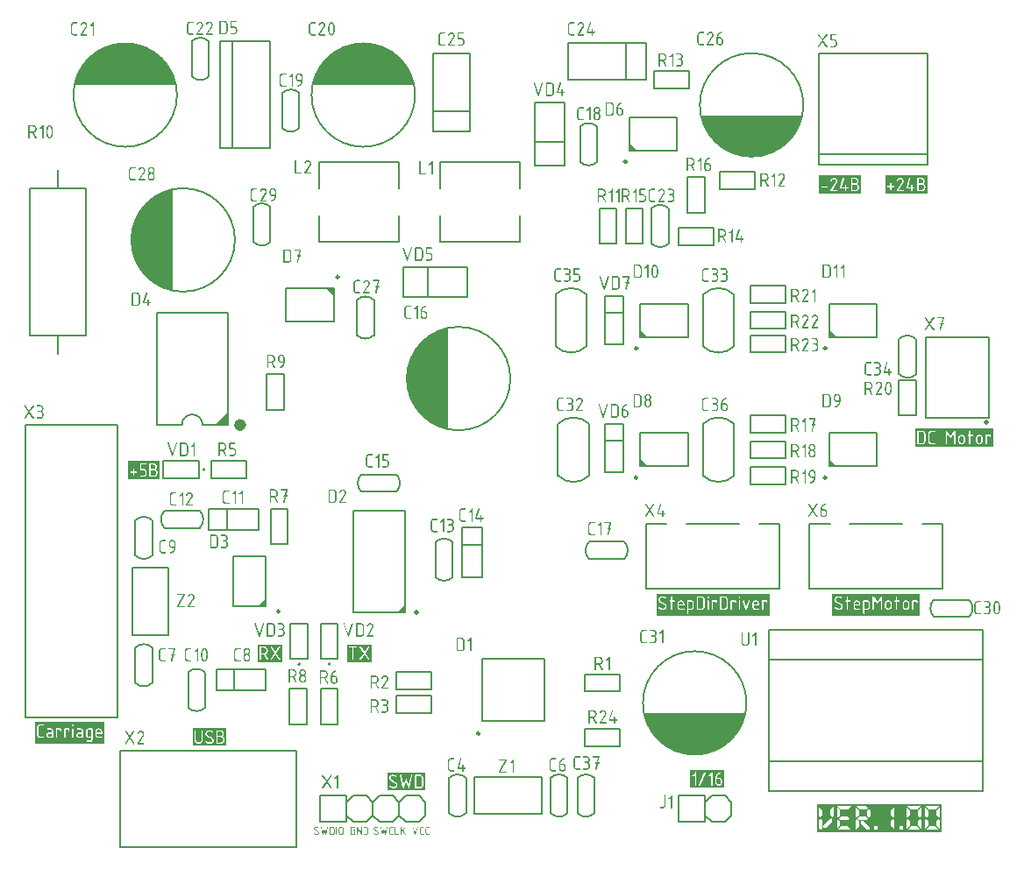
<source format=gto>
G04*
G04 #@! TF.GenerationSoftware,Altium Limited,Altium Designer,19.1.8 (144)*
G04*
G04 Layer_Color=65535*
%FSLAX44Y44*%
%MOMM*%
G71*
G01*
G75*
%ADD10C,0.2500*%
%ADD11C,0.2000*%
%ADD12C,0.8000*%
%ADD13C,0.5000*%
G36*
X353133Y778533D02*
X358819Y776909D01*
X367000Y772000D01*
X372000Y768000D01*
X377000Y764000D01*
X380000Y760000D01*
X384000Y754000D01*
X387000Y747000D01*
X389000Y741000D01*
Y740000D01*
X291000D01*
X294000Y750000D01*
X300000Y760000D01*
X306000Y767000D01*
X318428Y775286D01*
X323333Y777515D01*
X337000Y780000D01*
X353133Y778533D01*
D02*
G37*
G36*
X123133D02*
X128819Y776909D01*
X137000Y772000D01*
X142000Y768000D01*
X147000Y764000D01*
X150000Y760000D01*
X154000Y754000D01*
X157000Y747000D01*
X159000Y741000D01*
Y740000D01*
X61000D01*
X64000Y750000D01*
X70000Y760000D01*
X76000Y767000D01*
X88428Y775286D01*
X93333Y777515D01*
X107000Y780000D01*
X123133Y778533D01*
D02*
G37*
G36*
X603950Y676550D02*
X596750Y676550D01*
X596750Y683750D01*
X603950Y676550D01*
D02*
G37*
G36*
X761000Y700500D02*
X755000Y690500D01*
X749000Y683500D01*
X736572Y675214D01*
X731667Y672985D01*
X718000Y670500D01*
X701867Y671967D01*
X696181Y673591D01*
X688000Y678500D01*
X683000Y682500D01*
X678000Y686500D01*
X675000Y690500D01*
X671000Y696500D01*
X668000Y703500D01*
X666000Y709500D01*
Y710500D01*
X764000D01*
X761000Y700500D01*
D02*
G37*
G36*
X156000Y541000D02*
X146000Y544000D01*
X136000Y550000D01*
X129000Y556000D01*
X120714Y568428D01*
X118485Y573333D01*
X116000Y587000D01*
X117467Y603133D01*
X119091Y608819D01*
X124000Y617000D01*
X128000Y622000D01*
X132000Y627000D01*
X136000Y630000D01*
X142000Y634000D01*
X149000Y637000D01*
X155000Y639000D01*
X156000D01*
Y541000D01*
D02*
G37*
G36*
X311550Y536000D02*
X304350Y543200D01*
X311550Y543200D01*
X311550Y536000D01*
D02*
G37*
G36*
X796950Y496300D02*
X789750Y496300D01*
X789750Y503500D01*
X796950Y496300D01*
D02*
G37*
G36*
X614450D02*
X607250Y496300D01*
X607250Y503500D01*
X614450Y496300D01*
D02*
G37*
G36*
X209000Y411350D02*
X196751Y411351D01*
X209001Y423601D01*
X209000Y411350D01*
D02*
G37*
G36*
X422000Y407000D02*
X412000Y410000D01*
X402000Y416000D01*
X395000Y422000D01*
X386714Y434428D01*
X384485Y439333D01*
X382000Y453000D01*
X383467Y469133D01*
X385091Y474819D01*
X390000Y483000D01*
X394000Y488000D01*
X398000Y493000D01*
X402000Y496000D01*
X408000Y500000D01*
X415000Y503000D01*
X421000Y505000D01*
X422000D01*
Y407000D01*
D02*
G37*
G36*
X796950Y371300D02*
X789750Y371300D01*
X789750Y378500D01*
X796950Y371300D01*
D02*
G37*
G36*
X614450D02*
X607250Y371300D01*
X607250Y378500D01*
X614450Y371300D01*
D02*
G37*
G36*
X246000Y236000D02*
X238800Y236000D01*
X246000Y243200D01*
X246000Y236000D01*
D02*
G37*
G36*
X380000Y230000D02*
X372800Y230000D01*
X380000Y237200D01*
X380000Y230000D01*
D02*
G37*
G36*
X706000Y122500D02*
X700000Y112500D01*
X694000Y105500D01*
X681572Y97214D01*
X676667Y94985D01*
X663000Y92500D01*
X646867Y93967D01*
X641181Y95591D01*
X633000Y100500D01*
X628000Y104500D01*
X623000Y108500D01*
X620000Y112500D01*
X616000Y118500D01*
X613000Y125500D01*
X611000Y131500D01*
Y132500D01*
X709000D01*
X706000Y122500D01*
D02*
G37*
G36*
X227727Y195620D02*
X227981Y195597D01*
X228282Y195527D01*
X228652Y195412D01*
X229046Y195227D01*
X229439Y194995D01*
X229809Y194671D01*
X229855Y194625D01*
X229971Y194509D01*
X230110Y194301D01*
X230295Y194023D01*
X230480Y193676D01*
X230619Y193283D01*
X230735Y192843D01*
X230781Y192357D01*
Y192334D01*
Y192288D01*
Y192195D01*
X230758Y192080D01*
X230735Y191941D01*
X230712Y191779D01*
X230619Y191409D01*
X230457Y190992D01*
X230365Y190784D01*
X230226Y190553D01*
X230064Y190344D01*
X229902Y190113D01*
X229694Y189905D01*
X229462Y189720D01*
X229508Y189696D01*
X229624Y189581D01*
X229786Y189442D01*
X229971Y189234D01*
X230179Y188979D01*
X230365Y188678D01*
X230527Y188331D01*
X230642Y187961D01*
Y187938D01*
X230665Y187845D01*
X230688Y187706D01*
X230712Y187498D01*
X230735Y187197D01*
X230758Y186827D01*
Y186596D01*
X230781Y186341D01*
Y186087D01*
Y185786D01*
Y185763D01*
Y185716D01*
Y185647D01*
X230758Y185554D01*
X230735Y185300D01*
X230665Y184976D01*
X230550Y184606D01*
X230365Y184235D01*
X230133Y183819D01*
X229809Y183449D01*
X229763Y183402D01*
X229647Y183310D01*
X229439Y183148D01*
X229161Y182986D01*
X228814Y182801D01*
X228421Y182639D01*
X227981Y182546D01*
X227495Y182500D01*
X227356D01*
X227264Y182523D01*
X227009Y182546D01*
X226685Y182616D01*
X226315Y182731D01*
X225945Y182893D01*
X225528Y183125D01*
X225158Y183449D01*
X225112Y183495D01*
X225019Y183634D01*
X224857Y183819D01*
X224695Y184097D01*
X224510Y184444D01*
X224348Y184837D01*
X224256Y185300D01*
X224209Y185786D01*
Y187082D01*
Y187105D01*
Y187151D01*
Y187244D01*
X224233Y187359D01*
X224256Y187498D01*
X224279Y187660D01*
X224371Y188030D01*
X224533Y188447D01*
X224765Y188887D01*
X224904Y189118D01*
X225089Y189326D01*
X225274Y189534D01*
X225505Y189720D01*
X225482Y189743D01*
X225459Y189766D01*
X225297Y189905D01*
X225089Y190113D01*
X224857Y190414D01*
X224626Y190807D01*
X224418Y191247D01*
X224256Y191779D01*
X224233Y192057D01*
X224209Y192357D01*
Y192381D01*
Y192427D01*
Y192496D01*
X224233Y192589D01*
X224256Y192843D01*
X224325Y193144D01*
X224441Y193514D01*
X224603Y193908D01*
X224834Y194301D01*
X225158Y194671D01*
X225205Y194718D01*
X225343Y194833D01*
X225528Y194972D01*
X225806Y195157D01*
X226153Y195342D01*
X226547Y195481D01*
X227009Y195597D01*
X227495Y195643D01*
X227634D01*
X227727Y195620D01*
D02*
G37*
G36*
X221109D02*
X221248Y195551D01*
X221363Y195481D01*
X221479Y195366D01*
X221549Y195203D01*
X221572Y194972D01*
Y194949D01*
Y194880D01*
X221549Y194764D01*
X221479Y194648D01*
X221410Y194533D01*
X221294Y194417D01*
X221132Y194347D01*
X220900Y194324D01*
X218147D01*
X217985Y194301D01*
X217800Y194255D01*
X217568Y194185D01*
X217337Y194070D01*
X217106Y193931D01*
X216874Y193746D01*
X216851Y193723D01*
X216782Y193653D01*
X216689Y193514D01*
X216597Y193352D01*
X216504Y193144D01*
X216411Y192913D01*
X216342Y192635D01*
X216319Y192334D01*
Y185786D01*
Y185739D01*
Y185647D01*
X216342Y185485D01*
X216388Y185300D01*
X216458Y185068D01*
X216550Y184837D01*
X216689Y184606D01*
X216874Y184374D01*
X216897Y184351D01*
X216990Y184282D01*
X217106Y184189D01*
X217268Y184097D01*
X217476Y184004D01*
X217707Y183911D01*
X217985Y183842D01*
X218286Y183819D01*
X221016D01*
X221109Y183796D01*
X221248Y183726D01*
X221363Y183657D01*
X221479Y183541D01*
X221549Y183379D01*
X221572Y183148D01*
Y183125D01*
Y183055D01*
X221549Y182940D01*
X221479Y182824D01*
X221410Y182708D01*
X221294Y182593D01*
X221132Y182523D01*
X220900Y182500D01*
X218147D01*
X218054Y182523D01*
X217800Y182546D01*
X217476Y182616D01*
X217106Y182731D01*
X216735Y182893D01*
X216319Y183125D01*
X215949Y183449D01*
X215902Y183495D01*
X215810Y183634D01*
X215648Y183819D01*
X215486Y184097D01*
X215301Y184444D01*
X215139Y184837D01*
X215046Y185300D01*
X215000Y185786D01*
Y192357D01*
Y192381D01*
Y192427D01*
Y192496D01*
X215023Y192589D01*
X215046Y192843D01*
X215116Y193144D01*
X215231Y193514D01*
X215393Y193908D01*
X215625Y194301D01*
X215949Y194671D01*
X215995Y194718D01*
X216134Y194833D01*
X216319Y194972D01*
X216597Y195157D01*
X216944Y195342D01*
X217337Y195481D01*
X217800Y195597D01*
X218286Y195643D01*
X221016D01*
X221109Y195620D01*
D02*
G37*
G36*
X444022Y205620D02*
X444161Y205551D01*
X444277Y205481D01*
X444393Y205366D01*
X444462Y205203D01*
X444485Y204972D01*
Y193148D01*
Y193125D01*
Y193055D01*
X444462Y192940D01*
X444393Y192824D01*
X444323Y192708D01*
X444208Y192593D01*
X444046Y192523D01*
X443814Y192500D01*
X443722D01*
X443606Y192546D01*
X443490Y192593D01*
X443375Y192662D01*
X443259Y192778D01*
X443190Y192940D01*
X443166Y193148D01*
Y203399D01*
X441639Y201871D01*
X441616Y201848D01*
X441523Y201779D01*
X441361Y201709D01*
X441176Y201686D01*
X441084D01*
X440968Y201733D01*
X440852Y201779D01*
X440737Y201848D01*
X440621Y201964D01*
X440552Y202126D01*
X440528Y202357D01*
Y202381D01*
Y202404D01*
X440552Y202519D01*
X440598Y202658D01*
X440714Y202820D01*
X443282Y205389D01*
X443305Y205412D01*
X443328Y205435D01*
X443444Y205527D01*
X443606Y205597D01*
X443722Y205643D01*
X443930D01*
X444022Y205620D01*
D02*
G37*
G36*
X434813D02*
X435067Y205597D01*
X435392Y205527D01*
X435762Y205412D01*
X436155Y205227D01*
X436549Y204995D01*
X436919Y204671D01*
X436965Y204625D01*
X437081Y204509D01*
X437220Y204301D01*
X437405Y204023D01*
X437590Y203699D01*
X437729Y203306D01*
X437844Y202843D01*
X437891Y202357D01*
Y195786D01*
Y195763D01*
Y195716D01*
Y195647D01*
X437867Y195554D01*
X437844Y195300D01*
X437775Y194976D01*
X437659Y194606D01*
X437474Y194235D01*
X437243Y193819D01*
X436919Y193449D01*
X436872Y193402D01*
X436757Y193310D01*
X436549Y193148D01*
X436271Y192986D01*
X435924Y192801D01*
X435530Y192639D01*
X435067Y192546D01*
X434582Y192500D01*
X430555D01*
X430440Y192546D01*
X430324Y192593D01*
X430208Y192662D01*
X430093Y192778D01*
X430023Y192940D01*
X430000Y193148D01*
Y204972D01*
Y204995D01*
Y205088D01*
X430046Y205180D01*
X430093Y205319D01*
X430162Y205435D01*
X430278Y205551D01*
X430440Y205620D01*
X430648Y205643D01*
X434720D01*
X434813Y205620D01*
D02*
G37*
G36*
X207947Y101000D02*
X175000D01*
Y118143D01*
X207947D01*
Y101000D01*
D02*
G37*
G36*
X89897Y102793D02*
X22750D01*
Y123893D01*
X89897D01*
Y102793D01*
D02*
G37*
G36*
X820838Y635000D02*
X780000D01*
Y652143D01*
X820838D01*
Y635000D01*
D02*
G37*
G36*
X884838D02*
X844000D01*
Y652143D01*
X884838D01*
Y635000D01*
D02*
G37*
G36*
X948038Y390500D02*
X873000D01*
Y407643D01*
X948038D01*
Y390500D01*
D02*
G37*
G36*
X688424Y60500D02*
X655500D01*
Y77643D01*
X688424D01*
Y60500D01*
D02*
G37*
G36*
X399881Y58000D02*
X363000D01*
Y75143D01*
X399881D01*
Y58000D01*
D02*
G37*
G36*
X294816Y22863D02*
X294941Y22850D01*
X295093Y22836D01*
X295260Y22822D01*
X295593Y22766D01*
X295953Y22697D01*
X296286Y22586D01*
X296453Y22517D01*
X296591Y22447D01*
X296605D01*
X296633Y22420D01*
X296716Y22350D01*
X296785Y22239D01*
X296813Y22170D01*
X296827Y22087D01*
Y22059D01*
X296813Y21990D01*
X296772Y21906D01*
X296702Y21809D01*
X296688Y21795D01*
X296633Y21754D01*
X296550Y21712D01*
X296439Y21698D01*
X296397D01*
X296341Y21712D01*
X296272Y21740D01*
X296258D01*
X296231Y21754D01*
X296189Y21768D01*
X296120Y21795D01*
X296036Y21823D01*
X295939Y21851D01*
X295704Y21920D01*
X295426Y21976D01*
X295121Y22031D01*
X294802Y22073D01*
X294469Y22087D01*
X294386D01*
X294289Y22073D01*
X294178Y22045D01*
X294039Y22004D01*
X293901Y21934D01*
X293762Y21851D01*
X293623Y21740D01*
X293610Y21726D01*
X293568Y21685D01*
X293512Y21601D01*
X293457Y21504D01*
X293401Y21379D01*
X293346Y21241D01*
X293304Y21088D01*
X293291Y20908D01*
Y20894D01*
Y20880D01*
X293304Y20797D01*
X293318Y20658D01*
X293374Y20506D01*
X293443Y20339D01*
X293554Y20159D01*
X293720Y19993D01*
X293818Y19923D01*
X293928Y19854D01*
X296147Y18717D01*
X296161D01*
X296189Y18689D01*
X296245Y18661D01*
X296314Y18606D01*
X296494Y18481D01*
X296591Y18398D01*
X296688Y18287D01*
X296785Y18176D01*
X296882Y18051D01*
X296980Y17898D01*
X297063Y17746D01*
X297132Y17579D01*
X297188Y17385D01*
X297215Y17191D01*
X297229Y16969D01*
Y16955D01*
Y16928D01*
Y16886D01*
X297215Y16831D01*
X297201Y16678D01*
X297160Y16484D01*
X297090Y16262D01*
X296980Y16040D01*
X296841Y15790D01*
X296647Y15569D01*
X296619Y15541D01*
X296550Y15485D01*
X296425Y15388D01*
X296258Y15291D01*
X296050Y15180D01*
X295814Y15083D01*
X295537Y15028D01*
X295246Y15000D01*
X295107D01*
X294996Y15014D01*
X294872Y15028D01*
X294733Y15042D01*
X294566Y15069D01*
X294372Y15111D01*
X293970Y15208D01*
X293762Y15277D01*
X293540Y15361D01*
X293318Y15458D01*
X293096Y15582D01*
X292874Y15707D01*
X292666Y15860D01*
X292639Y15888D01*
X292583Y15943D01*
X292528Y16054D01*
X292514Y16109D01*
X292500Y16179D01*
Y16193D01*
Y16207D01*
X292514Y16276D01*
X292542Y16359D01*
X292611Y16442D01*
X292625Y16456D01*
X292694Y16512D01*
X292777Y16553D01*
X292888Y16567D01*
X292902D01*
X292958Y16553D01*
X293027Y16539D01*
X293110Y16498D01*
X293124Y16484D01*
X293180Y16456D01*
X293263Y16415D01*
X293374Y16359D01*
X293526Y16276D01*
X293720Y16179D01*
X293942Y16082D01*
X294206Y15957D01*
X294233D01*
X294289Y15929D01*
X294386Y15901D01*
X294511Y15874D01*
X294664Y15846D01*
X294844Y15818D01*
X295038Y15804D01*
X295246Y15790D01*
X295329D01*
X295426Y15804D01*
X295537Y15832D01*
X295676Y15874D01*
X295814Y15929D01*
X295953Y16012D01*
X296092Y16123D01*
X296106Y16137D01*
X296147Y16193D01*
X296203Y16262D01*
X296272Y16359D01*
X296328Y16484D01*
X296383Y16623D01*
X296425Y16789D01*
X296439Y16969D01*
Y16983D01*
Y16997D01*
X296425Y17094D01*
X296411Y17219D01*
X296355Y17371D01*
X296272Y17538D01*
X296161Y17718D01*
X295995Y17885D01*
X295884Y17954D01*
X295773Y18023D01*
X293568Y19160D01*
X293554D01*
X293526Y19188D01*
X293471Y19216D01*
X293401Y19258D01*
X293235Y19396D01*
X293138Y19480D01*
X293041Y19577D01*
X292930Y19701D01*
X292833Y19826D01*
X292750Y19965D01*
X292666Y20131D01*
X292597Y20298D01*
X292542Y20492D01*
X292514Y20686D01*
X292500Y20908D01*
Y20922D01*
Y20949D01*
Y20991D01*
X292514Y21047D01*
X292528Y21199D01*
X292569Y21379D01*
X292639Y21601D01*
X292736Y21837D01*
X292874Y22073D01*
X293069Y22295D01*
X293096Y22322D01*
X293180Y22392D01*
X293291Y22475D01*
X293457Y22586D01*
X293665Y22697D01*
X293901Y22780D01*
X294178Y22850D01*
X294469Y22877D01*
X294691D01*
X294816Y22863D01*
D02*
G37*
G36*
X305633D02*
X305703Y22822D01*
X305772Y22780D01*
X305841Y22711D01*
X305883Y22614D01*
X305897Y22475D01*
Y22461D01*
X305883Y22392D01*
X304316Y15319D01*
Y15305D01*
X304302Y15264D01*
X304274Y15222D01*
X304247Y15166D01*
X304191Y15097D01*
X304122Y15056D01*
X304039Y15014D01*
X303928Y15000D01*
X303886D01*
X303831Y15014D01*
X303775Y15042D01*
X303706Y15083D01*
X303636Y15139D01*
X303581Y15222D01*
X303525Y15333D01*
X302360Y18855D01*
X301182Y15333D01*
Y15319D01*
X301154Y15277D01*
X301126Y15222D01*
X301084Y15166D01*
X301029Y15111D01*
X300960Y15056D01*
X300877Y15014D01*
X300779Y15000D01*
X300724D01*
X300669Y15014D01*
X300613Y15042D01*
X300544Y15083D01*
X300488Y15139D01*
X300433Y15222D01*
X300391Y15333D01*
X298810Y22392D01*
Y22406D01*
Y22420D01*
Y22475D01*
Y22489D01*
Y22544D01*
X298838Y22600D01*
X298866Y22683D01*
X298907Y22752D01*
X298976Y22822D01*
X299074Y22863D01*
X299198Y22877D01*
X299254D01*
X299309Y22863D01*
X299365Y22836D01*
X299434Y22808D01*
X299503Y22752D01*
X299545Y22669D01*
X299587Y22572D01*
X300849Y16872D01*
X301958Y20187D01*
Y20201D01*
X301986Y20242D01*
X302014Y20298D01*
X302055Y20353D01*
X302097Y20409D01*
X302166Y20464D01*
X302250Y20506D01*
X302347Y20520D01*
X302388D01*
X302444Y20506D01*
X302513Y20478D01*
X302568Y20436D01*
X302638Y20381D01*
X302693Y20298D01*
X302749Y20187D01*
X303844Y16872D01*
X305120Y22572D01*
Y22586D01*
X305134Y22614D01*
X305162Y22669D01*
X305190Y22725D01*
X305245Y22780D01*
X305314Y22836D01*
X305398Y22863D01*
X305509Y22877D01*
X305564D01*
X305633Y22863D01*
D02*
G37*
G36*
X318683D02*
X318767D01*
X318864Y22836D01*
X319100Y22794D01*
X319363Y22711D01*
X319641Y22586D01*
X319779Y22503D01*
X319918Y22420D01*
X320056Y22309D01*
X320195Y22184D01*
X320209Y22170D01*
X320223Y22156D01*
X320265Y22115D01*
X320306Y22059D01*
X320362Y21990D01*
X320417Y21906D01*
X320542Y21712D01*
X320667Y21477D01*
X320778Y21185D01*
X320861Y20866D01*
X320875Y20686D01*
X320889Y20506D01*
Y17358D01*
Y17344D01*
Y17316D01*
Y17261D01*
X320875Y17191D01*
Y17108D01*
X320847Y17011D01*
X320805Y16775D01*
X320722Y16512D01*
X320597Y16234D01*
X320514Y16096D01*
X320431Y15957D01*
X320320Y15818D01*
X320195Y15680D01*
X320181Y15666D01*
X320168Y15652D01*
X320126Y15624D01*
X320070Y15569D01*
X320001Y15527D01*
X319918Y15472D01*
X319724Y15347D01*
X319488Y15222D01*
X319197Y15111D01*
X318878Y15028D01*
X318697Y15014D01*
X318517Y15000D01*
X318420D01*
X318351Y15014D01*
X318267Y15028D01*
X318170Y15042D01*
X317935Y15083D01*
X317671Y15166D01*
X317394Y15291D01*
X317255Y15361D01*
X317116Y15458D01*
X316978Y15555D01*
X316839Y15680D01*
X316825Y15693D01*
X316811Y15707D01*
X316784Y15749D01*
X316728Y15804D01*
X316686Y15874D01*
X316631Y15957D01*
X316506Y16151D01*
X316381Y16401D01*
X316270Y16678D01*
X316187Y16997D01*
X316173Y17177D01*
X316159Y17358D01*
Y20506D01*
Y20520D01*
Y20547D01*
Y20603D01*
X316173Y20672D01*
X316187Y20755D01*
X316201Y20852D01*
X316243Y21088D01*
X316326Y21352D01*
X316451Y21629D01*
X316520Y21768D01*
X316617Y21906D01*
X316714Y22045D01*
X316839Y22184D01*
X316853Y22198D01*
X316867Y22212D01*
X316908Y22253D01*
X316964Y22295D01*
X317033Y22350D01*
X317116Y22406D01*
X317311Y22531D01*
X317560Y22655D01*
X317838Y22766D01*
X318157Y22850D01*
X318337Y22863D01*
X318517Y22877D01*
X318614D01*
X318683Y22863D01*
D02*
G37*
G36*
X314301D02*
X314384Y22822D01*
X314454Y22780D01*
X314523Y22711D01*
X314565Y22614D01*
X314578Y22475D01*
Y15388D01*
Y15374D01*
Y15333D01*
X314565Y15264D01*
X314523Y15194D01*
X314481Y15125D01*
X314412Y15056D01*
X314315Y15014D01*
X314176Y15000D01*
X314121D01*
X314051Y15028D01*
X313982Y15056D01*
X313913Y15097D01*
X313843Y15166D01*
X313802Y15264D01*
X313788Y15388D01*
Y22475D01*
Y22489D01*
Y22544D01*
X313816Y22600D01*
X313843Y22683D01*
X313885Y22752D01*
X313954Y22822D01*
X314051Y22863D01*
X314176Y22877D01*
X314246D01*
X314301Y22863D01*
D02*
G37*
G36*
X310362D02*
X310515Y22850D01*
X310709Y22808D01*
X310931Y22739D01*
X311167Y22628D01*
X311403Y22489D01*
X311625Y22295D01*
X311652Y22267D01*
X311722Y22198D01*
X311805Y22073D01*
X311916Y21906D01*
X312027Y21712D01*
X312110Y21477D01*
X312179Y21199D01*
X312207Y20908D01*
Y16969D01*
Y16955D01*
Y16928D01*
Y16886D01*
X312193Y16831D01*
X312179Y16678D01*
X312138Y16484D01*
X312068Y16262D01*
X311957Y16040D01*
X311819Y15790D01*
X311625Y15569D01*
X311597Y15541D01*
X311527Y15485D01*
X311403Y15388D01*
X311236Y15291D01*
X311028Y15180D01*
X310792Y15083D01*
X310515Y15028D01*
X310224Y15000D01*
X307811D01*
X307741Y15028D01*
X307672Y15056D01*
X307603Y15097D01*
X307533Y15166D01*
X307492Y15264D01*
X307478Y15388D01*
Y22475D01*
Y22489D01*
Y22544D01*
X307506Y22600D01*
X307533Y22683D01*
X307575Y22752D01*
X307644Y22822D01*
X307741Y22863D01*
X307866Y22877D01*
X310307D01*
X310362Y22863D01*
D02*
G37*
G36*
X338262D02*
X338345Y22822D01*
X338414Y22780D01*
X338484Y22711D01*
X338525Y22614D01*
X338539Y22475D01*
Y15388D01*
Y15374D01*
Y15333D01*
X338525Y15264D01*
X338484Y15194D01*
X338442Y15125D01*
X338373Y15056D01*
X338276Y15014D01*
X338137Y15000D01*
X338096D01*
X338012Y15028D01*
X337887Y15083D01*
X337832Y15125D01*
X337790Y15194D01*
X334601Y20963D01*
Y15388D01*
Y15374D01*
Y15333D01*
X334587Y15264D01*
X334545Y15194D01*
X334504Y15125D01*
X334434Y15056D01*
X334337Y15014D01*
X334198Y15000D01*
X334143D01*
X334074Y15028D01*
X334004Y15056D01*
X333935Y15097D01*
X333866Y15166D01*
X333824Y15264D01*
X333810Y15388D01*
Y22475D01*
Y22489D01*
Y22544D01*
X333838Y22600D01*
X333866Y22683D01*
X333907Y22752D01*
X333977Y22822D01*
X334074Y22863D01*
X334198Y22877D01*
X334240D01*
X334282Y22863D01*
X334337Y22850D01*
X334393Y22822D01*
X334448Y22780D01*
X334504Y22725D01*
X334559Y22641D01*
X337749Y16914D01*
Y22475D01*
Y22489D01*
Y22544D01*
X337776Y22600D01*
X337804Y22683D01*
X337846Y22752D01*
X337915Y22822D01*
X338012Y22863D01*
X338137Y22877D01*
X338206D01*
X338262Y22863D01*
D02*
G37*
G36*
X343005D02*
X343157Y22850D01*
X343352Y22808D01*
X343573Y22739D01*
X343809Y22628D01*
X344045Y22489D01*
X344267Y22295D01*
X344295Y22267D01*
X344364Y22198D01*
X344447Y22073D01*
X344558Y21906D01*
X344669Y21712D01*
X344752Y21477D01*
X344822Y21199D01*
X344849Y20908D01*
Y16969D01*
Y16955D01*
Y16928D01*
Y16886D01*
X344836Y16831D01*
X344822Y16678D01*
X344780Y16484D01*
X344711Y16262D01*
X344600Y16040D01*
X344461Y15790D01*
X344267Y15569D01*
X344239Y15541D01*
X344170Y15485D01*
X344045Y15388D01*
X343879Y15291D01*
X343671Y15180D01*
X343435Y15083D01*
X343157Y15028D01*
X342866Y15000D01*
X340453D01*
X340384Y15028D01*
X340314Y15056D01*
X340245Y15097D01*
X340176Y15166D01*
X340134Y15264D01*
X340120Y15388D01*
Y22475D01*
Y22489D01*
Y22544D01*
X340148Y22600D01*
X340176Y22683D01*
X340217Y22752D01*
X340287Y22822D01*
X340384Y22863D01*
X340509Y22877D01*
X342949D01*
X343005Y22863D01*
D02*
G37*
G36*
X331952D02*
X332035Y22822D01*
X332104Y22780D01*
X332174Y22711D01*
X332215Y22614D01*
X332229Y22475D01*
Y22461D01*
Y22420D01*
X332215Y22350D01*
X332174Y22281D01*
X332132Y22212D01*
X332063Y22142D01*
X331966Y22101D01*
X331827Y22087D01*
X329386D01*
X329289Y22073D01*
X329178Y22045D01*
X329039Y22004D01*
X328901Y21934D01*
X328762Y21851D01*
X328623Y21740D01*
X328610Y21726D01*
X328568Y21685D01*
X328512Y21601D01*
X328457Y21504D01*
X328401Y21379D01*
X328346Y21241D01*
X328304Y21074D01*
X328290Y20894D01*
Y16969D01*
Y16942D01*
Y16886D01*
X328304Y16789D01*
X328332Y16678D01*
X328374Y16539D01*
X328429Y16401D01*
X328512Y16262D01*
X328623Y16123D01*
X328637Y16109D01*
X328693Y16068D01*
X328762Y16012D01*
X328859Y15957D01*
X328984Y15901D01*
X329123Y15846D01*
X329289Y15804D01*
X329469Y15790D01*
X331439D01*
Y18939D01*
X330593D01*
X330523Y18966D01*
X330454Y18994D01*
X330385Y19036D01*
X330315Y19105D01*
X330274Y19202D01*
X330260Y19327D01*
Y19341D01*
Y19396D01*
X330288Y19452D01*
X330315Y19535D01*
X330357Y19604D01*
X330426Y19674D01*
X330523Y19715D01*
X330648Y19729D01*
X331896D01*
X331952Y19715D01*
X332035Y19674D01*
X332104Y19632D01*
X332174Y19563D01*
X332215Y19466D01*
X332229Y19327D01*
Y15388D01*
Y15374D01*
Y15333D01*
X332215Y15264D01*
X332174Y15194D01*
X332132Y15125D01*
X332063Y15056D01*
X331966Y15014D01*
X331827Y15000D01*
X329386D01*
X329331Y15014D01*
X329178Y15028D01*
X328984Y15069D01*
X328762Y15139D01*
X328540Y15236D01*
X328290Y15374D01*
X328069Y15569D01*
X328041Y15596D01*
X327985Y15680D01*
X327888Y15790D01*
X327791Y15957D01*
X327680Y16165D01*
X327583Y16401D01*
X327528Y16678D01*
X327500Y16969D01*
Y20908D01*
Y20922D01*
Y20949D01*
Y20991D01*
X327514Y21047D01*
X327528Y21199D01*
X327569Y21379D01*
X327639Y21601D01*
X327736Y21837D01*
X327874Y22073D01*
X328069Y22295D01*
X328096Y22322D01*
X328180Y22392D01*
X328290Y22475D01*
X328457Y22586D01*
X328665Y22697D01*
X328901Y22780D01*
X329178Y22850D01*
X329469Y22877D01*
X331896D01*
X331952Y22863D01*
D02*
G37*
G36*
X352316D02*
X352441Y22850D01*
X352593Y22836D01*
X352760Y22822D01*
X353093Y22766D01*
X353453Y22697D01*
X353786Y22586D01*
X353952Y22517D01*
X354091Y22447D01*
X354105D01*
X354133Y22420D01*
X354216Y22350D01*
X354285Y22239D01*
X354313Y22170D01*
X354327Y22087D01*
Y22059D01*
X354313Y21990D01*
X354272Y21906D01*
X354202Y21809D01*
X354188Y21795D01*
X354133Y21754D01*
X354050Y21712D01*
X353939Y21698D01*
X353897D01*
X353842Y21712D01*
X353772Y21740D01*
X353758D01*
X353731Y21754D01*
X353689Y21768D01*
X353620Y21795D01*
X353536Y21823D01*
X353439Y21851D01*
X353204Y21920D01*
X352926Y21976D01*
X352621Y22031D01*
X352302Y22073D01*
X351969Y22087D01*
X351886D01*
X351789Y22073D01*
X351678Y22045D01*
X351539Y22004D01*
X351401Y21934D01*
X351262Y21851D01*
X351123Y21740D01*
X351110Y21726D01*
X351068Y21685D01*
X351012Y21601D01*
X350957Y21504D01*
X350901Y21379D01*
X350846Y21241D01*
X350804Y21088D01*
X350790Y20908D01*
Y20894D01*
Y20880D01*
X350804Y20797D01*
X350818Y20658D01*
X350874Y20506D01*
X350943Y20339D01*
X351054Y20159D01*
X351220Y19993D01*
X351317Y19923D01*
X351428Y19854D01*
X353647Y18717D01*
X353661D01*
X353689Y18689D01*
X353745Y18661D01*
X353814Y18606D01*
X353994Y18481D01*
X354091Y18398D01*
X354188Y18287D01*
X354285Y18176D01*
X354382Y18051D01*
X354479Y17898D01*
X354563Y17746D01*
X354632Y17579D01*
X354688Y17385D01*
X354715Y17191D01*
X354729Y16969D01*
Y16955D01*
Y16928D01*
Y16886D01*
X354715Y16831D01*
X354701Y16678D01*
X354660Y16484D01*
X354590Y16262D01*
X354479Y16040D01*
X354341Y15790D01*
X354147Y15569D01*
X354119Y15541D01*
X354050Y15485D01*
X353925Y15388D01*
X353758Y15291D01*
X353550Y15180D01*
X353315Y15083D01*
X353037Y15028D01*
X352746Y15000D01*
X352607D01*
X352496Y15014D01*
X352371Y15028D01*
X352233Y15042D01*
X352066Y15069D01*
X351872Y15111D01*
X351470Y15208D01*
X351262Y15277D01*
X351040Y15361D01*
X350818Y15458D01*
X350596Y15582D01*
X350374Y15707D01*
X350166Y15860D01*
X350139Y15888D01*
X350083Y15943D01*
X350028Y16054D01*
X350014Y16109D01*
X350000Y16179D01*
Y16193D01*
Y16207D01*
X350014Y16276D01*
X350042Y16359D01*
X350111Y16442D01*
X350125Y16456D01*
X350194Y16512D01*
X350277Y16553D01*
X350388Y16567D01*
X350402D01*
X350458Y16553D01*
X350527Y16539D01*
X350610Y16498D01*
X350624Y16484D01*
X350680Y16456D01*
X350763Y16415D01*
X350874Y16359D01*
X351026Y16276D01*
X351220Y16179D01*
X351442Y16082D01*
X351706Y15957D01*
X351734D01*
X351789Y15929D01*
X351886Y15901D01*
X352011Y15874D01*
X352164Y15846D01*
X352344Y15818D01*
X352538Y15804D01*
X352746Y15790D01*
X352829D01*
X352926Y15804D01*
X353037Y15832D01*
X353176Y15874D01*
X353315Y15929D01*
X353453Y16012D01*
X353592Y16123D01*
X353606Y16137D01*
X353647Y16193D01*
X353703Y16262D01*
X353772Y16359D01*
X353828Y16484D01*
X353883Y16623D01*
X353925Y16789D01*
X353939Y16969D01*
Y16983D01*
Y16997D01*
X353925Y17094D01*
X353911Y17219D01*
X353855Y17371D01*
X353772Y17538D01*
X353661Y17718D01*
X353495Y17885D01*
X353384Y17954D01*
X353273Y18023D01*
X351068Y19160D01*
X351054D01*
X351026Y19188D01*
X350971Y19216D01*
X350901Y19258D01*
X350735Y19396D01*
X350638Y19480D01*
X350541Y19577D01*
X350430Y19701D01*
X350333Y19826D01*
X350250Y19965D01*
X350166Y20131D01*
X350097Y20298D01*
X350042Y20492D01*
X350014Y20686D01*
X350000Y20908D01*
Y20922D01*
Y20949D01*
Y20991D01*
X350014Y21047D01*
X350028Y21199D01*
X350069Y21379D01*
X350139Y21601D01*
X350236Y21837D01*
X350374Y22073D01*
X350569Y22295D01*
X350596Y22322D01*
X350680Y22392D01*
X350790Y22475D01*
X350957Y22586D01*
X351165Y22697D01*
X351401Y22780D01*
X351678Y22850D01*
X351969Y22877D01*
X352191D01*
X352316Y22863D01*
D02*
G37*
G36*
X380469D02*
X380552Y22822D01*
X380621Y22780D01*
X380691Y22711D01*
X380732Y22614D01*
X380746Y22475D01*
Y22447D01*
X380732Y22392D01*
X380705Y22309D01*
X380635Y22212D01*
X378375Y19729D01*
X380691Y15582D01*
X380705Y15569D01*
X380718Y15527D01*
X380732Y15458D01*
X380746Y15388D01*
Y15361D01*
X380732Y15291D01*
X380691Y15208D01*
X380621Y15111D01*
X380594Y15097D01*
X380538Y15056D01*
X380455Y15014D01*
X380344Y15000D01*
X380303D01*
X380219Y15028D01*
X380150Y15056D01*
X380094Y15083D01*
X380039Y15139D01*
X379997Y15208D01*
X377820Y19119D01*
X376808Y17996D01*
Y15388D01*
Y15374D01*
Y15333D01*
X376794Y15264D01*
X376752Y15194D01*
X376711Y15125D01*
X376641Y15056D01*
X376544Y15014D01*
X376405Y15000D01*
X376350D01*
X376281Y15028D01*
X376211Y15056D01*
X376142Y15097D01*
X376073Y15166D01*
X376031Y15264D01*
X376017Y15388D01*
Y22475D01*
Y22489D01*
Y22544D01*
X376045Y22600D01*
X376073Y22683D01*
X376114Y22752D01*
X376184Y22822D01*
X376281Y22863D01*
X376405Y22877D01*
X376475D01*
X376530Y22863D01*
X376614Y22822D01*
X376683Y22780D01*
X376752Y22711D01*
X376794Y22614D01*
X376808Y22475D01*
Y19174D01*
X380053Y22752D01*
X380067Y22766D01*
X380136Y22822D01*
X380219Y22863D01*
X380344Y22877D01*
X380413D01*
X380469Y22863D01*
D02*
G37*
G36*
X363133D02*
X363203Y22822D01*
X363272Y22780D01*
X363341Y22711D01*
X363383Y22614D01*
X363397Y22475D01*
Y22461D01*
X363383Y22392D01*
X361816Y15319D01*
Y15305D01*
X361802Y15264D01*
X361774Y15222D01*
X361746Y15166D01*
X361691Y15097D01*
X361622Y15056D01*
X361539Y15014D01*
X361428Y15000D01*
X361386D01*
X361330Y15014D01*
X361275Y15042D01*
X361206Y15083D01*
X361136Y15139D01*
X361081Y15222D01*
X361025Y15333D01*
X359860Y18855D01*
X358682Y15333D01*
Y15319D01*
X358654Y15277D01*
X358626Y15222D01*
X358585Y15166D01*
X358529Y15111D01*
X358460Y15056D01*
X358377Y15014D01*
X358279Y15000D01*
X358224D01*
X358168Y15014D01*
X358113Y15042D01*
X358044Y15083D01*
X357988Y15139D01*
X357933Y15222D01*
X357891Y15333D01*
X356310Y22392D01*
Y22406D01*
Y22420D01*
Y22475D01*
Y22489D01*
Y22544D01*
X356338Y22600D01*
X356366Y22683D01*
X356407Y22752D01*
X356477Y22822D01*
X356574Y22863D01*
X356698Y22877D01*
X356754D01*
X356809Y22863D01*
X356865Y22836D01*
X356934Y22808D01*
X357004Y22752D01*
X357045Y22669D01*
X357087Y22572D01*
X358349Y16872D01*
X359458Y20187D01*
Y20201D01*
X359486Y20242D01*
X359514Y20298D01*
X359555Y20353D01*
X359597Y20409D01*
X359666Y20464D01*
X359749Y20506D01*
X359847Y20520D01*
X359888D01*
X359944Y20506D01*
X360013Y20478D01*
X360069Y20436D01*
X360138Y20381D01*
X360193Y20298D01*
X360249Y20187D01*
X361344Y16872D01*
X362620Y22572D01*
Y22586D01*
X362634Y22614D01*
X362662Y22669D01*
X362690Y22725D01*
X362745Y22780D01*
X362814Y22836D01*
X362898Y22863D01*
X363009Y22877D01*
X363064D01*
X363133Y22863D01*
D02*
G37*
G36*
X371011D02*
X371094Y22822D01*
X371163Y22780D01*
X371232Y22711D01*
X371274Y22614D01*
X371288Y22475D01*
Y15790D01*
X374103D01*
X374159Y15777D01*
X374242Y15735D01*
X374311Y15693D01*
X374381Y15624D01*
X374422Y15527D01*
X374436Y15388D01*
Y15374D01*
Y15333D01*
X374422Y15264D01*
X374381Y15194D01*
X374339Y15125D01*
X374270Y15056D01*
X374173Y15014D01*
X374034Y15000D01*
X370830D01*
X370761Y15028D01*
X370692Y15056D01*
X370622Y15097D01*
X370553Y15166D01*
X370511Y15264D01*
X370498Y15388D01*
Y22475D01*
Y22489D01*
Y22544D01*
X370525Y22600D01*
X370553Y22683D01*
X370595Y22752D01*
X370664Y22822D01*
X370761Y22863D01*
X370886Y22877D01*
X370955D01*
X371011Y22863D01*
D02*
G37*
G36*
X368639D02*
X368722Y22822D01*
X368792Y22780D01*
X368861Y22711D01*
X368903Y22614D01*
X368917Y22475D01*
Y22461D01*
Y22420D01*
X368903Y22350D01*
X368861Y22281D01*
X368819Y22212D01*
X368750Y22142D01*
X368653Y22101D01*
X368514Y22087D01*
X366864D01*
X366767Y22073D01*
X366656Y22045D01*
X366517Y22004D01*
X366379Y21934D01*
X366240Y21851D01*
X366101Y21740D01*
X366087Y21726D01*
X366046Y21685D01*
X365990Y21601D01*
X365935Y21504D01*
X365879Y21379D01*
X365824Y21241D01*
X365782Y21074D01*
X365768Y20894D01*
Y16969D01*
Y16942D01*
Y16886D01*
X365782Y16789D01*
X365810Y16678D01*
X365852Y16539D01*
X365907Y16401D01*
X365990Y16262D01*
X366101Y16123D01*
X366115Y16109D01*
X366171Y16068D01*
X366240Y16012D01*
X366337Y15957D01*
X366462Y15901D01*
X366600Y15846D01*
X366767Y15804D01*
X366947Y15790D01*
X368584D01*
X368639Y15777D01*
X368722Y15735D01*
X368792Y15693D01*
X368861Y15624D01*
X368903Y15527D01*
X368917Y15388D01*
Y15374D01*
Y15333D01*
X368903Y15264D01*
X368861Y15194D01*
X368819Y15125D01*
X368750Y15056D01*
X368653Y15014D01*
X368514Y15000D01*
X366864D01*
X366809Y15014D01*
X366656Y15028D01*
X366462Y15069D01*
X366240Y15139D01*
X366018Y15236D01*
X365768Y15374D01*
X365546Y15569D01*
X365519Y15596D01*
X365463Y15680D01*
X365366Y15790D01*
X365269Y15957D01*
X365158Y16165D01*
X365061Y16401D01*
X365006Y16678D01*
X364978Y16969D01*
Y20908D01*
Y20922D01*
Y20949D01*
Y20991D01*
X364992Y21047D01*
X365006Y21199D01*
X365047Y21379D01*
X365117Y21601D01*
X365214Y21837D01*
X365352Y22073D01*
X365546Y22295D01*
X365574Y22322D01*
X365657Y22392D01*
X365768Y22475D01*
X365935Y22586D01*
X366143Y22697D01*
X366379Y22780D01*
X366656Y22850D01*
X366947Y22877D01*
X368584D01*
X368639Y22863D01*
D02*
G37*
G36*
X392742D02*
X392812Y22822D01*
X392881Y22780D01*
X392950Y22711D01*
X392992Y22614D01*
X393006Y22475D01*
Y22461D01*
Y22434D01*
X392992Y22364D01*
X390634Y15291D01*
Y15277D01*
X390620Y15250D01*
X390551Y15152D01*
X390496Y15097D01*
X390426Y15042D01*
X390343Y15014D01*
X390246Y15000D01*
X390204D01*
X390149Y15014D01*
X390093Y15042D01*
X390024Y15069D01*
X389969Y15125D01*
X389913Y15194D01*
X389858Y15291D01*
X387514Y22364D01*
Y22378D01*
Y22392D01*
X387500Y22475D01*
Y22489D01*
Y22544D01*
X387528Y22600D01*
X387556Y22683D01*
X387597Y22752D01*
X387666Y22822D01*
X387763Y22863D01*
X387888Y22877D01*
X387930D01*
X387985Y22863D01*
X388041Y22850D01*
X388096Y22808D01*
X388166Y22766D01*
X388221Y22697D01*
X388263Y22614D01*
X390246Y16637D01*
X392243Y22614D01*
Y22628D01*
X392257Y22655D01*
X392326Y22752D01*
X392382Y22794D01*
X392437Y22836D01*
X392520Y22863D01*
X392617Y22877D01*
X392673D01*
X392742Y22863D01*
D02*
G37*
G36*
X403782D02*
X403865Y22822D01*
X403934Y22780D01*
X404003Y22711D01*
X404045Y22614D01*
X404059Y22475D01*
Y22461D01*
Y22420D01*
X404045Y22350D01*
X404003Y22281D01*
X403962Y22212D01*
X403893Y22142D01*
X403795Y22101D01*
X403657Y22087D01*
X402006D01*
X401909Y22073D01*
X401798Y22045D01*
X401660Y22004D01*
X401521Y21934D01*
X401382Y21851D01*
X401244Y21740D01*
X401230Y21726D01*
X401188Y21685D01*
X401133Y21601D01*
X401077Y21504D01*
X401022Y21379D01*
X400966Y21241D01*
X400925Y21074D01*
X400911Y20894D01*
Y16969D01*
Y16942D01*
Y16886D01*
X400925Y16789D01*
X400952Y16678D01*
X400994Y16539D01*
X401049Y16401D01*
X401133Y16262D01*
X401244Y16123D01*
X401258Y16109D01*
X401313Y16068D01*
X401382Y16012D01*
X401479Y15957D01*
X401604Y15901D01*
X401743Y15846D01*
X401909Y15804D01*
X402090Y15790D01*
X403726D01*
X403782Y15777D01*
X403865Y15735D01*
X403934Y15693D01*
X404003Y15624D01*
X404045Y15527D01*
X404059Y15388D01*
Y15374D01*
Y15333D01*
X404045Y15264D01*
X404003Y15194D01*
X403962Y15125D01*
X403893Y15056D01*
X403795Y15014D01*
X403657Y15000D01*
X402006D01*
X401951Y15014D01*
X401798Y15028D01*
X401604Y15069D01*
X401382Y15139D01*
X401160Y15236D01*
X400911Y15374D01*
X400689Y15569D01*
X400661Y15596D01*
X400606Y15680D01*
X400509Y15790D01*
X400411Y15957D01*
X400300Y16165D01*
X400204Y16401D01*
X400148Y16678D01*
X400120Y16969D01*
Y20908D01*
Y20922D01*
Y20949D01*
Y20991D01*
X400134Y21047D01*
X400148Y21199D01*
X400190Y21379D01*
X400259Y21601D01*
X400356Y21837D01*
X400495Y22073D01*
X400689Y22295D01*
X400717Y22322D01*
X400800Y22392D01*
X400911Y22475D01*
X401077Y22586D01*
X401285Y22697D01*
X401521Y22780D01*
X401798Y22850D01*
X402090Y22877D01*
X403726D01*
X403782Y22863D01*
D02*
G37*
G36*
X398262D02*
X398345Y22822D01*
X398414Y22780D01*
X398484Y22711D01*
X398525Y22614D01*
X398539Y22475D01*
Y22461D01*
Y22420D01*
X398525Y22350D01*
X398484Y22281D01*
X398442Y22212D01*
X398373Y22142D01*
X398276Y22101D01*
X398137Y22087D01*
X396487D01*
X396390Y22073D01*
X396279Y22045D01*
X396140Y22004D01*
X396001Y21934D01*
X395863Y21851D01*
X395724Y21740D01*
X395710Y21726D01*
X395668Y21685D01*
X395613Y21601D01*
X395558Y21504D01*
X395502Y21379D01*
X395447Y21241D01*
X395405Y21074D01*
X395391Y20894D01*
Y16969D01*
Y16942D01*
Y16886D01*
X395405Y16789D01*
X395433Y16678D01*
X395474Y16539D01*
X395530Y16401D01*
X395613Y16262D01*
X395724Y16123D01*
X395738Y16109D01*
X395793Y16068D01*
X395863Y16012D01*
X395960Y15957D01*
X396085Y15901D01*
X396223Y15846D01*
X396390Y15804D01*
X396570Y15790D01*
X398206D01*
X398262Y15777D01*
X398345Y15735D01*
X398414Y15693D01*
X398484Y15624D01*
X398525Y15527D01*
X398539Y15388D01*
Y15374D01*
Y15333D01*
X398525Y15264D01*
X398484Y15194D01*
X398442Y15125D01*
X398373Y15056D01*
X398276Y15014D01*
X398137Y15000D01*
X396487D01*
X396431Y15014D01*
X396279Y15028D01*
X396085Y15069D01*
X395863Y15139D01*
X395641Y15236D01*
X395391Y15374D01*
X395169Y15569D01*
X395141Y15596D01*
X395086Y15680D01*
X394989Y15790D01*
X394892Y15957D01*
X394781Y16165D01*
X394684Y16401D01*
X394628Y16678D01*
X394601Y16969D01*
Y20908D01*
Y20922D01*
Y20949D01*
Y20991D01*
X394614Y21047D01*
X394628Y21199D01*
X394670Y21379D01*
X394739Y21601D01*
X394836Y21837D01*
X394975Y22073D01*
X395169Y22295D01*
X395197Y22322D01*
X395280Y22392D01*
X395391Y22475D01*
X395558Y22586D01*
X395766Y22697D01*
X396001Y22780D01*
X396279Y22850D01*
X396570Y22877D01*
X398206D01*
X398262Y22863D01*
D02*
G37*
G36*
X732261Y226543D02*
X623000D01*
Y247643D01*
X732261D01*
Y226543D01*
D02*
G37*
G36*
X877247D02*
X793000D01*
Y247643D01*
X877247D01*
Y226543D01*
D02*
G37*
G36*
X261715Y182000D02*
X238000D01*
Y199143D01*
X261715D01*
Y182000D01*
D02*
G37*
G36*
X347715D02*
X324000D01*
Y199143D01*
X347715D01*
Y182000D01*
D02*
G37*
G36*
X143309Y359000D02*
X113000D01*
Y376143D01*
X143309D01*
Y359000D01*
D02*
G37*
G36*
X898780Y17935D02*
X778000D01*
Y44540D01*
X898780D01*
Y17935D01*
D02*
G37*
G36*
X580732Y135620D02*
X580848Y135551D01*
X580963Y135481D01*
X581079Y135365D01*
X581148Y135204D01*
X581172Y134972D01*
Y134949D01*
Y134926D01*
X581148Y134787D01*
X578765Y126457D01*
X581843D01*
Y128424D01*
Y128447D01*
Y128539D01*
X581889Y128632D01*
X581935Y128771D01*
X582005Y128886D01*
X582120Y129002D01*
X582282Y129072D01*
X582491Y129095D01*
X582606D01*
X582699Y129072D01*
X582838Y129002D01*
X582953Y128933D01*
X583069Y128817D01*
X583139Y128655D01*
X583162Y128424D01*
Y126457D01*
X584573D01*
X584666Y126434D01*
X584804Y126364D01*
X584920Y126295D01*
X585036Y126179D01*
X585105Y126017D01*
X585128Y125786D01*
Y125763D01*
Y125693D01*
X585105Y125577D01*
X585036Y125462D01*
X584967Y125346D01*
X584851Y125231D01*
X584689Y125161D01*
X584457Y125138D01*
X583162D01*
Y123148D01*
Y123125D01*
Y123055D01*
X583139Y122940D01*
X583069Y122824D01*
X583000Y122708D01*
X582884Y122593D01*
X582722Y122523D01*
X582491Y122500D01*
X582398D01*
X582282Y122546D01*
X582167Y122593D01*
X582051Y122662D01*
X581935Y122778D01*
X581866Y122940D01*
X581843Y123148D01*
Y125138D01*
X577793D01*
X577678Y125184D01*
X577562Y125231D01*
X577446Y125300D01*
X577331Y125416D01*
X577261Y125577D01*
X577238Y125786D01*
Y125809D01*
Y125855D01*
Y125971D01*
X579876Y135157D01*
Y135180D01*
X579899Y135227D01*
X579945Y135319D01*
X580015Y135412D01*
X580107Y135481D01*
X580200Y135574D01*
X580362Y135620D01*
X580524Y135643D01*
X580616D01*
X580732Y135620D01*
D02*
G37*
G36*
X571546D02*
X571800Y135597D01*
X572101Y135527D01*
X572471Y135412D01*
X572865Y135227D01*
X573258Y134995D01*
X573628Y134671D01*
X573674Y134625D01*
X573790Y134509D01*
X573929Y134301D01*
X574114Y134023D01*
X574299Y133676D01*
X574438Y133283D01*
X574554Y132843D01*
X574600Y132357D01*
Y132311D01*
Y132195D01*
X574577Y132010D01*
X574531Y131756D01*
X574461Y131478D01*
X574346Y131154D01*
X574207Y130807D01*
X573998Y130460D01*
X569856Y123819D01*
X574045D01*
X574137Y123796D01*
X574276Y123726D01*
X574392Y123657D01*
X574507Y123541D01*
X574577Y123379D01*
X574600Y123148D01*
Y123125D01*
Y123055D01*
X574577Y122940D01*
X574507Y122824D01*
X574438Y122708D01*
X574322Y122593D01*
X574160Y122523D01*
X573929Y122500D01*
X568584D01*
X568468Y122546D01*
X568352Y122593D01*
X568237Y122662D01*
X568121Y122778D01*
X568052Y122940D01*
X568028Y123148D01*
Y123194D01*
X568052Y123264D01*
X568075Y123402D01*
X568121Y123518D01*
X572957Y131270D01*
X572980Y131293D01*
X573003Y131362D01*
X573050Y131478D01*
X573119Y131617D01*
X573189Y131779D01*
X573235Y131964D01*
X573258Y132149D01*
X573281Y132357D01*
Y132404D01*
Y132496D01*
X573258Y132635D01*
X573212Y132843D01*
X573142Y133052D01*
X573027Y133283D01*
X572888Y133514D01*
X572703Y133746D01*
X572679Y133769D01*
X572610Y133838D01*
X572471Y133931D01*
X572309Y134047D01*
X572101Y134139D01*
X571870Y134232D01*
X571592Y134301D01*
X571291Y134324D01*
X571245D01*
X571106Y134301D01*
X570898Y134232D01*
X570620Y134116D01*
X570458Y134023D01*
X570296Y133931D01*
X570134Y133792D01*
X569949Y133630D01*
X569764Y133445D01*
X569602Y133214D01*
X569417Y132982D01*
X569232Y132681D01*
Y132658D01*
X569208Y132635D01*
X569093Y132519D01*
X568931Y132404D01*
X568815Y132381D01*
X568676Y132357D01*
X568584D01*
X568468Y132404D01*
X568352Y132450D01*
X568237Y132519D01*
X568121Y132635D01*
X568052Y132797D01*
X568028Y133005D01*
Y133028D01*
Y133098D01*
X568075Y133283D01*
X568098Y133306D01*
X568121Y133376D01*
X568190Y133491D01*
X568306Y133653D01*
X568422Y133838D01*
X568561Y134023D01*
X568746Y134255D01*
X568931Y134463D01*
X569162Y134694D01*
X569417Y134903D01*
X569671Y135088D01*
X569949Y135273D01*
X570273Y135435D01*
X570597Y135551D01*
X570944Y135620D01*
X571314Y135643D01*
X571453D01*
X571546Y135620D01*
D02*
G37*
G36*
X561711D02*
X561850D01*
X562012Y135574D01*
X562406Y135504D01*
X562845Y135365D01*
X563308Y135157D01*
X563539Y135018D01*
X563771Y134880D01*
X564002Y134694D01*
X564234Y134486D01*
X564257Y134463D01*
X564280Y134440D01*
X564349Y134370D01*
X564419Y134278D01*
X564511Y134162D01*
X564604Y134023D01*
X564812Y133700D01*
X565020Y133306D01*
X565205Y132820D01*
X565344Y132288D01*
X565367Y131987D01*
X565391Y131686D01*
Y131663D01*
Y131571D01*
X565367Y131432D01*
X565344Y131247D01*
X565321Y131038D01*
X565275Y130784D01*
X565182Y130506D01*
X565090Y130205D01*
X564974Y129905D01*
X564812Y129604D01*
X564627Y129303D01*
X564395Y129002D01*
X564118Y128724D01*
X563794Y128470D01*
X563424Y128239D01*
X563007Y128030D01*
X565298Y123449D01*
X565321Y123426D01*
X565344Y123356D01*
X565367Y123264D01*
X565391Y123148D01*
Y123102D01*
X565367Y122986D01*
X565298Y122847D01*
X565182Y122685D01*
X565136Y122662D01*
X565043Y122593D01*
X564905Y122523D01*
X564720Y122500D01*
X564650D01*
X564581Y122523D01*
X564488Y122546D01*
X564395Y122593D01*
X564280Y122639D01*
X564187Y122731D01*
X564118Y122847D01*
X561688Y127753D01*
X558819D01*
Y123148D01*
Y123125D01*
Y123055D01*
X558796Y122940D01*
X558726Y122824D01*
X558657Y122708D01*
X558541Y122593D01*
X558379Y122523D01*
X558148Y122500D01*
X558055D01*
X557940Y122546D01*
X557824Y122593D01*
X557708Y122662D01*
X557593Y122778D01*
X557523Y122940D01*
X557500Y123148D01*
Y134972D01*
Y134995D01*
Y135088D01*
X557546Y135180D01*
X557593Y135319D01*
X557662Y135435D01*
X557778Y135551D01*
X557940Y135620D01*
X558148Y135643D01*
X561596D01*
X561711Y135620D01*
D02*
G37*
G36*
X567528Y91120D02*
X567644Y91074D01*
X567759Y90981D01*
X567875Y90865D01*
X567944Y90703D01*
X567991Y90495D01*
Y90449D01*
X567967Y90333D01*
X566834Y85243D01*
X567435D01*
X567528Y85219D01*
X567667Y85150D01*
X567782Y85081D01*
X567898Y84965D01*
X567967Y84803D01*
X567991Y84572D01*
Y84548D01*
Y84479D01*
X567967Y84363D01*
X567898Y84248D01*
X567829Y84132D01*
X567713Y84016D01*
X567551Y83947D01*
X567319Y83924D01*
X566533Y83900D01*
X565330Y78509D01*
Y78486D01*
X565306Y78440D01*
X565260Y78347D01*
X565214Y78254D01*
X565121Y78162D01*
X565029Y78069D01*
X564890Y78023D01*
X564705Y78000D01*
X564612D01*
X564496Y78046D01*
X564381Y78093D01*
X564242Y78162D01*
X564149Y78278D01*
X564057Y78440D01*
X564034Y78648D01*
Y78671D01*
Y78694D01*
X564057Y78787D01*
X565191Y83924D01*
X564589D01*
X564473Y83970D01*
X564358Y84016D01*
X564242Y84086D01*
X564126Y84201D01*
X564057Y84363D01*
X564034Y84572D01*
Y84595D01*
Y84687D01*
X564080Y84780D01*
X564126Y84919D01*
X564196Y85034D01*
X564311Y85150D01*
X564473Y85219D01*
X564682Y85243D01*
X565468Y85219D01*
X566487Y89824D01*
X561974D01*
X561859Y89871D01*
X561743Y89917D01*
X561627Y89986D01*
X561511Y90102D01*
X561442Y90264D01*
X561419Y90472D01*
Y90495D01*
Y90588D01*
X561465Y90680D01*
X561511Y90819D01*
X561581Y90935D01*
X561697Y91051D01*
X561859Y91120D01*
X562067Y91143D01*
X567412D01*
X567528Y91120D01*
D02*
G37*
G36*
X555727D02*
X555981Y91097D01*
X556282Y91027D01*
X556652Y90912D01*
X557046Y90727D01*
X557439Y90495D01*
X557809Y90171D01*
X557855Y90125D01*
X557971Y90009D01*
X558110Y89801D01*
X558295Y89523D01*
X558480Y89176D01*
X558619Y88783D01*
X558735Y88343D01*
X558781Y87857D01*
Y87834D01*
Y87788D01*
Y87695D01*
X558758Y87580D01*
X558735Y87441D01*
X558712Y87279D01*
X558619Y86909D01*
X558457Y86492D01*
X558365Y86284D01*
X558226Y86053D01*
X558064Y85844D01*
X557902Y85613D01*
X557693Y85405D01*
X557462Y85219D01*
X557485D01*
X557508Y85173D01*
X557578Y85127D01*
X557670Y85034D01*
X557879Y84826D01*
X558133Y84525D01*
X558365Y84132D01*
X558573Y83692D01*
X558665Y83438D01*
X558735Y83160D01*
X558758Y82882D01*
X558781Y82582D01*
Y81286D01*
Y81263D01*
Y81216D01*
Y81147D01*
X558758Y81054D01*
X558735Y80800D01*
X558665Y80476D01*
X558550Y80106D01*
X558365Y79735D01*
X558133Y79319D01*
X557809Y78949D01*
X557763Y78902D01*
X557647Y78810D01*
X557439Y78648D01*
X557161Y78486D01*
X556814Y78301D01*
X556421Y78139D01*
X555981Y78046D01*
X555495Y78000D01*
X552765D01*
X552649Y78046D01*
X552533Y78093D01*
X552418Y78162D01*
X552302Y78278D01*
X552233Y78440D01*
X552210Y78648D01*
Y78671D01*
Y78764D01*
X552256Y78856D01*
X552302Y78995D01*
X552371Y79111D01*
X552487Y79226D01*
X552649Y79296D01*
X552857Y79319D01*
X555611D01*
X555773Y79342D01*
X555958Y79388D01*
X556189Y79458D01*
X556421Y79550D01*
X556652Y79689D01*
X556884Y79874D01*
X556907Y79897D01*
X556976Y79990D01*
X557069Y80106D01*
X557184Y80268D01*
X557277Y80476D01*
X557370Y80707D01*
X557439Y80985D01*
X557462Y81286D01*
Y82582D01*
Y82628D01*
Y82720D01*
X557439Y82882D01*
X557393Y83068D01*
X557323Y83299D01*
X557208Y83530D01*
X557069Y83762D01*
X556861Y83993D01*
X556837Y84016D01*
X556768Y84086D01*
X556629Y84178D01*
X556467Y84294D01*
X556259Y84387D01*
X556027Y84479D01*
X555773Y84548D01*
X555472Y84572D01*
X554061D01*
X553945Y84618D01*
X553829Y84664D01*
X553713Y84734D01*
X553598Y84849D01*
X553528Y85011D01*
X553505Y85219D01*
Y85243D01*
Y85335D01*
X553552Y85428D01*
X553598Y85567D01*
X553667Y85682D01*
X553783Y85798D01*
X553945Y85867D01*
X554153Y85891D01*
X555611D01*
X555773Y85914D01*
X555958Y85960D01*
X556189Y86029D01*
X556421Y86122D01*
X556652Y86261D01*
X556884Y86446D01*
X556907Y86469D01*
X556976Y86562D01*
X557069Y86677D01*
X557184Y86839D01*
X557277Y87048D01*
X557370Y87279D01*
X557439Y87557D01*
X557462Y87857D01*
Y87904D01*
Y87996D01*
X557439Y88135D01*
X557393Y88343D01*
X557323Y88552D01*
X557208Y88783D01*
X557069Y89014D01*
X556884Y89246D01*
X556861Y89269D01*
X556791Y89338D01*
X556652Y89431D01*
X556490Y89547D01*
X556282Y89639D01*
X556051Y89732D01*
X555773Y89801D01*
X555472Y89824D01*
X552765D01*
X552649Y89871D01*
X552533Y89917D01*
X552418Y89986D01*
X552302Y90102D01*
X552233Y90264D01*
X552210Y90472D01*
Y90495D01*
Y90588D01*
X552256Y90680D01*
X552302Y90819D01*
X552371Y90935D01*
X552487Y91051D01*
X552649Y91120D01*
X552857Y91143D01*
X555634D01*
X555727Y91120D01*
D02*
G37*
G36*
X549109D02*
X549248Y91051D01*
X549363Y90981D01*
X549479Y90865D01*
X549548Y90703D01*
X549572Y90472D01*
Y90449D01*
Y90380D01*
X549548Y90264D01*
X549479Y90148D01*
X549410Y90033D01*
X549294Y89917D01*
X549132Y89847D01*
X548901Y89824D01*
X546147D01*
X545985Y89801D01*
X545800Y89755D01*
X545569Y89685D01*
X545337Y89570D01*
X545106Y89431D01*
X544874Y89246D01*
X544851Y89223D01*
X544782Y89153D01*
X544689Y89014D01*
X544597Y88852D01*
X544504Y88644D01*
X544412Y88413D01*
X544342Y88135D01*
X544319Y87834D01*
Y81286D01*
Y81240D01*
Y81147D01*
X544342Y80985D01*
X544388Y80800D01*
X544458Y80569D01*
X544550Y80337D01*
X544689Y80106D01*
X544874Y79874D01*
X544897Y79851D01*
X544990Y79782D01*
X545106Y79689D01*
X545268Y79597D01*
X545476Y79504D01*
X545707Y79412D01*
X545985Y79342D01*
X546286Y79319D01*
X549016D01*
X549109Y79296D01*
X549248Y79226D01*
X549363Y79157D01*
X549479Y79041D01*
X549548Y78879D01*
X549572Y78648D01*
Y78625D01*
Y78555D01*
X549548Y78440D01*
X549479Y78324D01*
X549410Y78208D01*
X549294Y78093D01*
X549132Y78023D01*
X548901Y78000D01*
X546147D01*
X546054Y78023D01*
X545800Y78046D01*
X545476Y78116D01*
X545106Y78231D01*
X544735Y78393D01*
X544319Y78625D01*
X543949Y78949D01*
X543902Y78995D01*
X543810Y79134D01*
X543648Y79319D01*
X543486Y79597D01*
X543301Y79944D01*
X543139Y80337D01*
X543046Y80800D01*
X543000Y81286D01*
Y87857D01*
Y87880D01*
Y87927D01*
Y87996D01*
X543023Y88089D01*
X543046Y88343D01*
X543116Y88644D01*
X543231Y89014D01*
X543393Y89408D01*
X543625Y89801D01*
X543949Y90171D01*
X543995Y90218D01*
X544134Y90333D01*
X544319Y90472D01*
X544597Y90657D01*
X544944Y90842D01*
X545337Y90981D01*
X545800Y91097D01*
X546286Y91143D01*
X549016D01*
X549109Y91120D01*
D02*
G37*
G36*
X37195Y701102D02*
X37311Y701079D01*
X37473Y701056D01*
X37635Y700986D01*
X37843Y700917D01*
X38051Y700801D01*
X38259Y700686D01*
X38491Y700500D01*
X38699Y700315D01*
X38930Y700061D01*
X39139Y699783D01*
X39347Y699436D01*
X39555Y699043D01*
X39717Y698603D01*
Y698580D01*
X39740Y698534D01*
X39763Y698441D01*
X39810Y698302D01*
X39856Y698140D01*
X39902Y697932D01*
X39948Y697701D01*
X40018Y697446D01*
X40064Y697168D01*
X40111Y696868D01*
X40157Y696520D01*
X40203Y696173D01*
X40272Y695410D01*
X40296Y694554D01*
Y694530D01*
Y694461D01*
Y694322D01*
Y694160D01*
X40272Y693952D01*
Y693721D01*
X40249Y693443D01*
X40226Y693165D01*
X40157Y692517D01*
X40041Y691846D01*
X39902Y691152D01*
X39717Y690481D01*
Y690458D01*
X39671Y690365D01*
X39625Y690250D01*
X39555Y690088D01*
X39463Y689903D01*
X39347Y689694D01*
X39069Y689231D01*
X38676Y688769D01*
X38468Y688560D01*
X38213Y688375D01*
X37959Y688213D01*
X37658Y688098D01*
X37357Y688005D01*
X37010Y687982D01*
X36917D01*
X36825Y688005D01*
X36709Y688028D01*
X36547Y688051D01*
X36362Y688121D01*
X36177Y688190D01*
X35969Y688306D01*
X35737Y688422D01*
X35529Y688584D01*
X35298Y688792D01*
X35066Y689046D01*
X34858Y689324D01*
X34650Y689648D01*
X34441Y690041D01*
X34279Y690481D01*
Y690504D01*
X34256Y690551D01*
X34233Y690666D01*
X34187Y690782D01*
X34141Y690944D01*
X34094Y691152D01*
X34048Y691384D01*
X34002Y691638D01*
X33955Y691916D01*
X33909Y692240D01*
X33863Y692564D01*
X33817Y692934D01*
X33747Y693697D01*
X33724Y694554D01*
Y694577D01*
Y694669D01*
Y694785D01*
Y694947D01*
X33747Y695155D01*
Y695387D01*
X33770Y695641D01*
X33793Y695942D01*
X33863Y696567D01*
X33955Y697261D01*
X34094Y697955D01*
X34279Y698626D01*
Y698649D01*
X34326Y698742D01*
X34372Y698857D01*
X34441Y699019D01*
X34534Y699205D01*
X34650Y699413D01*
X34950Y699876D01*
X35321Y700339D01*
X35552Y700547D01*
X35783Y700732D01*
X36061Y700894D01*
X36362Y701010D01*
X36663Y701102D01*
X37010Y701125D01*
X37102D01*
X37195Y701102D01*
D02*
G37*
G36*
X30647D02*
X30785Y701033D01*
X30901Y700963D01*
X31017Y700847D01*
X31086Y700686D01*
X31109Y700454D01*
Y688630D01*
Y688607D01*
Y688537D01*
X31086Y688422D01*
X31017Y688306D01*
X30947Y688190D01*
X30832Y688075D01*
X30670Y688005D01*
X30438Y687982D01*
X30346D01*
X30230Y688028D01*
X30114Y688075D01*
X29999Y688144D01*
X29883Y688260D01*
X29813Y688422D01*
X29790Y688630D01*
Y698881D01*
X28263Y697354D01*
X28240Y697330D01*
X28147Y697261D01*
X27985Y697191D01*
X27800Y697168D01*
X27708D01*
X27592Y697215D01*
X27476Y697261D01*
X27361Y697330D01*
X27245Y697446D01*
X27176Y697608D01*
X27152Y697839D01*
Y697862D01*
Y697886D01*
X27176Y698001D01*
X27222Y698140D01*
X27338Y698302D01*
X29906Y700871D01*
X29929Y700894D01*
X29952Y700917D01*
X30068Y701010D01*
X30230Y701079D01*
X30346Y701125D01*
X30554D01*
X30647Y701102D01*
D02*
G37*
G36*
X20835D02*
X20974D01*
X21136Y701056D01*
X21530Y700986D01*
X21969Y700847D01*
X22432Y700639D01*
X22663Y700500D01*
X22895Y700362D01*
X23126Y700176D01*
X23358Y699968D01*
X23381Y699945D01*
X23404Y699922D01*
X23473Y699853D01*
X23543Y699760D01*
X23635Y699644D01*
X23728Y699505D01*
X23936Y699182D01*
X24144Y698788D01*
X24329Y698302D01*
X24468Y697770D01*
X24491Y697469D01*
X24515Y697168D01*
Y697145D01*
Y697053D01*
X24491Y696914D01*
X24468Y696729D01*
X24445Y696520D01*
X24399Y696266D01*
X24306Y695988D01*
X24214Y695687D01*
X24098Y695387D01*
X23936Y695086D01*
X23751Y694785D01*
X23520Y694484D01*
X23242Y694206D01*
X22918Y693952D01*
X22548Y693721D01*
X22131Y693512D01*
X24422Y688931D01*
X24445Y688908D01*
X24468Y688838D01*
X24491Y688746D01*
X24515Y688630D01*
Y688584D01*
X24491Y688468D01*
X24422Y688329D01*
X24306Y688167D01*
X24260Y688144D01*
X24167Y688075D01*
X24029Y688005D01*
X23844Y687982D01*
X23774D01*
X23705Y688005D01*
X23612Y688028D01*
X23520Y688075D01*
X23404Y688121D01*
X23311Y688213D01*
X23242Y688329D01*
X20812Y693235D01*
X17943D01*
Y688630D01*
Y688607D01*
Y688537D01*
X17920Y688422D01*
X17850Y688306D01*
X17781Y688190D01*
X17665Y688075D01*
X17503Y688005D01*
X17272Y687982D01*
X17179D01*
X17064Y688028D01*
X16948Y688075D01*
X16832Y688144D01*
X16717Y688260D01*
X16647Y688422D01*
X16624Y688630D01*
Y700454D01*
Y700477D01*
Y700570D01*
X16670Y700662D01*
X16717Y700801D01*
X16786Y700917D01*
X16902Y701033D01*
X17064Y701102D01*
X17272Y701125D01*
X20720D01*
X20835Y701102D01*
D02*
G37*
G36*
X174046Y248120D02*
X174300Y248097D01*
X174601Y248027D01*
X174971Y247912D01*
X175365Y247727D01*
X175758Y247495D01*
X176128Y247171D01*
X176175Y247125D01*
X176290Y247009D01*
X176429Y246801D01*
X176614Y246523D01*
X176799Y246176D01*
X176938Y245783D01*
X177054Y245343D01*
X177100Y244857D01*
Y244811D01*
Y244695D01*
X177077Y244510D01*
X177031Y244256D01*
X176961Y243978D01*
X176845Y243654D01*
X176707Y243307D01*
X176498Y242960D01*
X172356Y236319D01*
X176545D01*
X176637Y236296D01*
X176776Y236226D01*
X176892Y236157D01*
X177008Y236041D01*
X177077Y235879D01*
X177100Y235648D01*
Y235625D01*
Y235555D01*
X177077Y235440D01*
X177008Y235324D01*
X176938Y235208D01*
X176822Y235093D01*
X176660Y235023D01*
X176429Y235000D01*
X171084D01*
X170968Y235046D01*
X170852Y235093D01*
X170737Y235162D01*
X170621Y235278D01*
X170552Y235440D01*
X170528Y235648D01*
Y235694D01*
X170552Y235764D01*
X170575Y235902D01*
X170621Y236018D01*
X175457Y243770D01*
X175480Y243793D01*
X175503Y243862D01*
X175550Y243978D01*
X175619Y244117D01*
X175688Y244279D01*
X175735Y244464D01*
X175758Y244649D01*
X175781Y244857D01*
Y244904D01*
Y244996D01*
X175758Y245135D01*
X175712Y245343D01*
X175642Y245552D01*
X175527Y245783D01*
X175388Y246014D01*
X175203Y246246D01*
X175180Y246269D01*
X175110Y246338D01*
X174971Y246431D01*
X174809Y246547D01*
X174601Y246639D01*
X174370Y246732D01*
X174092Y246801D01*
X173791Y246824D01*
X173745D01*
X173606Y246801D01*
X173398Y246732D01*
X173120Y246616D01*
X172958Y246523D01*
X172796Y246431D01*
X172634Y246292D01*
X172449Y246130D01*
X172264Y245945D01*
X172102Y245714D01*
X171917Y245482D01*
X171732Y245181D01*
Y245158D01*
X171709Y245135D01*
X171593Y245019D01*
X171431Y244904D01*
X171315Y244881D01*
X171176Y244857D01*
X171084D01*
X170968Y244904D01*
X170852Y244950D01*
X170737Y245019D01*
X170621Y245135D01*
X170552Y245297D01*
X170528Y245505D01*
Y245528D01*
Y245598D01*
X170575Y245783D01*
X170598Y245806D01*
X170621Y245875D01*
X170690Y245991D01*
X170806Y246153D01*
X170922Y246338D01*
X171061Y246523D01*
X171246Y246755D01*
X171431Y246963D01*
X171662Y247194D01*
X171917Y247403D01*
X172171Y247588D01*
X172449Y247773D01*
X172773Y247935D01*
X173097Y248051D01*
X173444Y248120D01*
X173814Y248143D01*
X173953D01*
X174046Y248120D01*
D02*
G37*
G36*
X167428D02*
X167567Y248074D01*
X167682Y247981D01*
X167798Y247866D01*
X167867Y247703D01*
X167890Y247495D01*
Y247472D01*
X167867Y247380D01*
X167844Y247241D01*
X167752Y247079D01*
X161782Y236319D01*
X167335D01*
X167428Y236296D01*
X167567Y236226D01*
X167682Y236157D01*
X167798Y236041D01*
X167867Y235879D01*
X167890Y235648D01*
Y235625D01*
Y235555D01*
X167867Y235440D01*
X167798Y235324D01*
X167729Y235208D01*
X167613Y235093D01*
X167451Y235023D01*
X167220Y235000D01*
X160555D01*
X160440Y235046D01*
X160324Y235093D01*
X160208Y235162D01*
X160093Y235278D01*
X160023Y235440D01*
X160000Y235648D01*
Y235671D01*
X160023Y235764D01*
X160046Y235879D01*
X160116Y236041D01*
X166086Y246824D01*
X160555D01*
X160440Y246870D01*
X160324Y246917D01*
X160208Y246986D01*
X160093Y247102D01*
X160023Y247264D01*
X160000Y247472D01*
Y247495D01*
Y247588D01*
X160046Y247680D01*
X160093Y247819D01*
X160162Y247935D01*
X160278Y248051D01*
X160440Y248120D01*
X160648Y248143D01*
X167335D01*
X167428Y248120D01*
D02*
G37*
G36*
X485023Y88120D02*
X485161Y88051D01*
X485277Y87981D01*
X485393Y87865D01*
X485462Y87704D01*
X485485Y87472D01*
Y75648D01*
Y75625D01*
Y75555D01*
X485462Y75440D01*
X485393Y75324D01*
X485323Y75208D01*
X485208Y75093D01*
X485046Y75023D01*
X484814Y75000D01*
X484722D01*
X484606Y75046D01*
X484490Y75093D01*
X484375Y75162D01*
X484259Y75278D01*
X484189Y75440D01*
X484166Y75648D01*
Y85899D01*
X482639Y84372D01*
X482616Y84348D01*
X482523Y84279D01*
X482361Y84209D01*
X482176Y84186D01*
X482084D01*
X481968Y84233D01*
X481852Y84279D01*
X481737Y84348D01*
X481621Y84464D01*
X481552Y84626D01*
X481528Y84857D01*
Y84881D01*
Y84904D01*
X481552Y85019D01*
X481598Y85158D01*
X481713Y85320D01*
X484282Y87889D01*
X484305Y87912D01*
X484328Y87935D01*
X484444Y88027D01*
X484606Y88097D01*
X484722Y88143D01*
X484930D01*
X485023Y88120D01*
D02*
G37*
G36*
X478428D02*
X478567Y88074D01*
X478682Y87981D01*
X478798Y87865D01*
X478867Y87704D01*
X478890Y87495D01*
Y87472D01*
X478867Y87380D01*
X478844Y87241D01*
X478752Y87079D01*
X472782Y76319D01*
X478335D01*
X478428Y76296D01*
X478567Y76226D01*
X478682Y76157D01*
X478798Y76041D01*
X478867Y75879D01*
X478890Y75648D01*
Y75625D01*
Y75555D01*
X478867Y75440D01*
X478798Y75324D01*
X478729Y75208D01*
X478613Y75093D01*
X478451Y75023D01*
X478219Y75000D01*
X471555D01*
X471440Y75046D01*
X471324Y75093D01*
X471208Y75162D01*
X471093Y75278D01*
X471023Y75440D01*
X471000Y75648D01*
Y75671D01*
X471023Y75764D01*
X471046Y75879D01*
X471116Y76041D01*
X477086Y86824D01*
X471555D01*
X471440Y86870D01*
X471324Y86917D01*
X471208Y86986D01*
X471093Y87102D01*
X471023Y87264D01*
X471000Y87472D01*
Y87495D01*
Y87588D01*
X471046Y87680D01*
X471093Y87819D01*
X471162Y87935D01*
X471278Y88051D01*
X471440Y88120D01*
X471648Y88143D01*
X478335D01*
X478428Y88120D01*
D02*
G37*
G36*
X890983Y515496D02*
X891098Y515427D01*
X891214Y515357D01*
X891330Y515242D01*
X891399Y515079D01*
X891422Y514848D01*
Y514825D01*
Y514732D01*
X891376Y514617D01*
X891330Y514501D01*
X887627Y508948D01*
X891330Y503394D01*
X891353Y503371D01*
X891376Y503278D01*
X891399Y503163D01*
X891422Y503024D01*
Y503001D01*
Y502931D01*
X891399Y502816D01*
X891353Y502700D01*
X891260Y502584D01*
X891145Y502469D01*
X890983Y502399D01*
X890775Y502376D01*
X890728D01*
X890566Y502422D01*
X890404Y502492D01*
X890312Y502561D01*
X890219Y502654D01*
X886841Y507744D01*
X883439Y502654D01*
X883393Y502607D01*
X883300Y502515D01*
X883115Y502422D01*
X883000Y502399D01*
X882884Y502376D01*
X882791D01*
X882676Y502422D01*
X882560Y502469D01*
X882444Y502538D01*
X882329Y502654D01*
X882259Y502816D01*
X882236Y503024D01*
Y503070D01*
X882259Y503140D01*
X882282Y503278D01*
X882329Y503394D01*
X886031Y508948D01*
X882329Y514501D01*
X882305Y514524D01*
X882282Y514617D01*
X882259Y514709D01*
X882236Y514848D01*
Y514871D01*
Y514964D01*
X882282Y515056D01*
X882329Y515195D01*
X882398Y515311D01*
X882514Y515427D01*
X882676Y515496D01*
X882884Y515519D01*
X882953D01*
X883092Y515473D01*
X883254Y515404D01*
X883347Y515311D01*
X883439Y515218D01*
X886841Y510128D01*
X890219Y515218D01*
Y515242D01*
X890265Y515265D01*
X890358Y515380D01*
X890543Y515473D01*
X890659Y515496D01*
X890775Y515519D01*
X890867D01*
X890983Y515496D01*
D02*
G37*
G36*
X900192D02*
X900308Y515450D01*
X900424Y515357D01*
X900539Y515242D01*
X900609Y515079D01*
X900655Y514871D01*
Y514825D01*
X900632Y514709D01*
X899498Y509619D01*
X900100D01*
X900192Y509595D01*
X900331Y509526D01*
X900447Y509457D01*
X900562Y509341D01*
X900632Y509179D01*
X900655Y508948D01*
Y508924D01*
Y508855D01*
X900632Y508739D01*
X900562Y508624D01*
X900493Y508508D01*
X900377Y508392D01*
X900215Y508323D01*
X899984Y508300D01*
X899197Y508277D01*
X897994Y502885D01*
Y502862D01*
X897971Y502816D01*
X897924Y502723D01*
X897878Y502631D01*
X897786Y502538D01*
X897693Y502445D01*
X897554Y502399D01*
X897369Y502376D01*
X897277D01*
X897161Y502422D01*
X897045Y502469D01*
X896906Y502538D01*
X896814Y502654D01*
X896721Y502816D01*
X896698Y503024D01*
Y503047D01*
Y503070D01*
X896721Y503163D01*
X897855Y508300D01*
X897253D01*
X897138Y508346D01*
X897022Y508392D01*
X896906Y508462D01*
X896791Y508577D01*
X896721Y508739D01*
X896698Y508948D01*
Y508971D01*
Y509063D01*
X896744Y509156D01*
X896791Y509295D01*
X896860Y509410D01*
X896976Y509526D01*
X897138Y509595D01*
X897346Y509619D01*
X898133Y509595D01*
X899151Y514200D01*
X894639D01*
X894523Y514246D01*
X894407Y514293D01*
X894292Y514362D01*
X894176Y514478D01*
X894107Y514640D01*
X894083Y514848D01*
Y514871D01*
Y514964D01*
X894130Y515056D01*
X894176Y515195D01*
X894245Y515311D01*
X894361Y515427D01*
X894523Y515496D01*
X894731Y515519D01*
X900077D01*
X900192Y515496D01*
D02*
G37*
G36*
X778251Y335176D02*
X778366Y335107D01*
X778482Y335037D01*
X778598Y334921D01*
X778667Y334760D01*
X778690Y334528D01*
Y334505D01*
Y334412D01*
X778644Y334297D01*
X778598Y334181D01*
X774895Y328628D01*
X778598Y323074D01*
X778621Y323051D01*
X778644Y322958D01*
X778667Y322843D01*
X778690Y322704D01*
Y322681D01*
Y322611D01*
X778667Y322496D01*
X778621Y322380D01*
X778528Y322264D01*
X778413Y322149D01*
X778251Y322079D01*
X778043Y322056D01*
X777996D01*
X777834Y322102D01*
X777672Y322172D01*
X777580Y322241D01*
X777487Y322334D01*
X774109Y327424D01*
X770707Y322334D01*
X770661Y322287D01*
X770568Y322195D01*
X770383Y322102D01*
X770268Y322079D01*
X770152Y322056D01*
X770059D01*
X769944Y322102D01*
X769828Y322149D01*
X769712Y322218D01*
X769597Y322334D01*
X769527Y322496D01*
X769504Y322704D01*
Y322750D01*
X769527Y322820D01*
X769550Y322958D01*
X769597Y323074D01*
X773299Y328628D01*
X769597Y334181D01*
X769573Y334204D01*
X769550Y334297D01*
X769527Y334389D01*
X769504Y334528D01*
Y334551D01*
Y334644D01*
X769550Y334736D01*
X769597Y334875D01*
X769666Y334991D01*
X769782Y335107D01*
X769944Y335176D01*
X770152Y335199D01*
X770221D01*
X770360Y335153D01*
X770522Y335084D01*
X770615Y334991D01*
X770707Y334898D01*
X774109Y329808D01*
X777487Y334898D01*
Y334921D01*
X777533Y334945D01*
X777626Y335060D01*
X777811Y335153D01*
X777927Y335176D01*
X778043Y335199D01*
X778135D01*
X778251Y335176D01*
D02*
G37*
G36*
X786141D02*
X786280Y335107D01*
X786396Y335037D01*
X786512Y334921D01*
X786581Y334760D01*
X786604Y334528D01*
Y334505D01*
Y334459D01*
X786581Y334366D01*
X786558Y334274D01*
X786465Y334089D01*
X786396Y334019D01*
X786280Y333973D01*
X786257D01*
X786211Y333950D01*
X786141Y333927D01*
X786026Y333903D01*
X785910Y333834D01*
X785748Y333788D01*
X785401Y333626D01*
X785007Y333371D01*
X784568Y333070D01*
X784128Y332700D01*
X783920Y332469D01*
X783712Y332214D01*
Y332191D01*
X783665Y332168D01*
X783573Y332029D01*
X783434Y331798D01*
X783272Y331520D01*
X783087Y331173D01*
X782925Y330803D01*
X782809Y330386D01*
X782717Y329947D01*
X784776D01*
X784869Y329923D01*
X785123Y329900D01*
X785447Y329831D01*
X785817Y329715D01*
X786211Y329530D01*
X786604Y329299D01*
X786974Y328975D01*
X787020Y328928D01*
X787113Y328813D01*
X787275Y328605D01*
X787460Y328327D01*
X787622Y327980D01*
X787784Y327586D01*
X787877Y327147D01*
X787923Y326638D01*
Y325342D01*
Y325319D01*
Y325272D01*
Y325203D01*
X787900Y325110D01*
X787877Y324856D01*
X787807Y324532D01*
X787692Y324162D01*
X787506Y323768D01*
X787275Y323375D01*
X786951Y323005D01*
X786905Y322958D01*
X786789Y322866D01*
X786581Y322704D01*
X786303Y322542D01*
X785956Y322357D01*
X785563Y322195D01*
X785123Y322102D01*
X784637Y322056D01*
X784498D01*
X784406Y322079D01*
X784151Y322102D01*
X783827Y322172D01*
X783457Y322287D01*
X783064Y322449D01*
X782670Y322681D01*
X782300Y323005D01*
X782254Y323051D01*
X782161Y323167D01*
X781999Y323375D01*
X781837Y323653D01*
X781652Y323977D01*
X781490Y324393D01*
X781398Y324833D01*
X781351Y325319D01*
Y329276D01*
Y329299D01*
Y329368D01*
Y329484D01*
X781375Y329646D01*
X781398Y329854D01*
X781421Y330062D01*
X781467Y330317D01*
X781536Y330594D01*
X781722Y331196D01*
X781837Y331520D01*
X781976Y331867D01*
X782138Y332191D01*
X782346Y332538D01*
X782578Y332862D01*
X782832Y333186D01*
X782856Y333209D01*
X782879Y333232D01*
X782948Y333302D01*
X783041Y333394D01*
X783272Y333626D01*
X783573Y333903D01*
X783966Y334204D01*
X784383Y334505D01*
X784845Y334806D01*
X785355Y335037D01*
X785378D01*
X785424Y335060D01*
X785563Y335130D01*
X785748Y335176D01*
X785933Y335199D01*
X786049D01*
X786141Y335176D01*
D02*
G37*
G36*
X787859Y789246D02*
X787974Y789177D01*
X788090Y789107D01*
X788206Y788991D01*
X788275Y788830D01*
X788298Y788598D01*
Y788575D01*
Y788483D01*
X788252Y788367D01*
X788206Y788251D01*
X784503Y782698D01*
X788206Y777144D01*
X788229Y777121D01*
X788252Y777029D01*
X788275Y776913D01*
X788298Y776774D01*
Y776751D01*
Y776681D01*
X788275Y776566D01*
X788229Y776450D01*
X788136Y776334D01*
X788021Y776219D01*
X787859Y776149D01*
X787650Y776126D01*
X787604D01*
X787442Y776172D01*
X787280Y776242D01*
X787188Y776311D01*
X787095Y776404D01*
X783717Y781494D01*
X780315Y776404D01*
X780269Y776357D01*
X780176Y776265D01*
X779991Y776172D01*
X779876Y776149D01*
X779760Y776126D01*
X779667D01*
X779552Y776172D01*
X779436Y776219D01*
X779320Y776288D01*
X779205Y776404D01*
X779135Y776566D01*
X779112Y776774D01*
Y776820D01*
X779135Y776890D01*
X779158Y777029D01*
X779205Y777144D01*
X782907Y782698D01*
X779205Y788251D01*
X779181Y788274D01*
X779158Y788367D01*
X779135Y788459D01*
X779112Y788598D01*
Y788621D01*
Y788714D01*
X779158Y788806D01*
X779205Y788945D01*
X779274Y789061D01*
X779390Y789177D01*
X779552Y789246D01*
X779760Y789269D01*
X779829D01*
X779968Y789223D01*
X780130Y789154D01*
X780223Y789061D01*
X780315Y788968D01*
X783717Y783878D01*
X787095Y788968D01*
Y788991D01*
X787141Y789015D01*
X787234Y789130D01*
X787419Y789223D01*
X787535Y789246D01*
X787650Y789269D01*
X787743D01*
X787859Y789246D01*
D02*
G37*
G36*
X796420D02*
X796559Y789177D01*
X796675Y789107D01*
X796790Y788991D01*
X796860Y788830D01*
X796883Y788598D01*
Y788575D01*
Y788506D01*
X796860Y788390D01*
X796790Y788274D01*
X796721Y788158D01*
X796605Y788043D01*
X796443Y787973D01*
X796212Y787950D01*
X792278D01*
Y784017D01*
X794384D01*
X794477Y783993D01*
X794731Y783970D01*
X795055Y783901D01*
X795402Y783785D01*
X795796Y783600D01*
X796189Y783369D01*
X796559Y783045D01*
X796605Y782998D01*
X796721Y782883D01*
X796860Y782674D01*
X797045Y782397D01*
X797230Y782050D01*
X797369Y781656D01*
X797485Y781194D01*
X797531Y780708D01*
Y779412D01*
Y779389D01*
Y779342D01*
Y779273D01*
X797508Y779180D01*
X797485Y778926D01*
X797415Y778602D01*
X797300Y778232D01*
X797114Y777861D01*
X796883Y777445D01*
X796559Y777075D01*
X796513Y777029D01*
X796397Y776936D01*
X796189Y776774D01*
X795911Y776612D01*
X795564Y776427D01*
X795171Y776265D01*
X794731Y776172D01*
X794245Y776126D01*
X791515D01*
X791399Y776172D01*
X791283Y776219D01*
X791168Y776288D01*
X791052Y776404D01*
X790983Y776566D01*
X790959Y776774D01*
Y776797D01*
Y776890D01*
X791006Y776982D01*
X791052Y777121D01*
X791121Y777237D01*
X791237Y777352D01*
X791399Y777422D01*
X791607Y777445D01*
X794384D01*
X794523Y777468D01*
X794731Y777514D01*
X794939Y777584D01*
X795171Y777676D01*
X795402Y777815D01*
X795633Y778000D01*
X795657Y778024D01*
X795726Y778116D01*
X795819Y778232D01*
X795934Y778394D01*
X796027Y778602D01*
X796120Y778833D01*
X796189Y779111D01*
X796212Y779412D01*
Y780708D01*
Y780754D01*
Y780846D01*
X796189Y781008D01*
X796143Y781194D01*
X796073Y781425D01*
X795957Y781656D01*
X795819Y781888D01*
X795633Y782119D01*
X795610Y782142D01*
X795541Y782212D01*
X795402Y782304D01*
X795240Y782420D01*
X795032Y782513D01*
X794800Y782605D01*
X794546Y782674D01*
X794245Y782698D01*
X791515D01*
X791399Y782744D01*
X791283Y782790D01*
X791168Y782860D01*
X791052Y782975D01*
X790983Y783137D01*
X790959Y783345D01*
Y788598D01*
Y788621D01*
Y788714D01*
X791006Y788806D01*
X791052Y788945D01*
X791121Y789061D01*
X791237Y789177D01*
X791399Y789246D01*
X791607Y789269D01*
X796328D01*
X796420Y789246D01*
D02*
G37*
G36*
X620717Y335314D02*
X620832Y335245D01*
X620948Y335175D01*
X621064Y335060D01*
X621133Y334898D01*
X621156Y334666D01*
Y334643D01*
Y334551D01*
X621110Y334435D01*
X621064Y334319D01*
X617361Y328766D01*
X621064Y323212D01*
X621087Y323189D01*
X621110Y323097D01*
X621133Y322981D01*
X621156Y322842D01*
Y322819D01*
Y322749D01*
X621133Y322634D01*
X621087Y322518D01*
X620994Y322402D01*
X620879Y322287D01*
X620717Y322217D01*
X620508Y322194D01*
X620462D01*
X620300Y322240D01*
X620138Y322310D01*
X620046Y322379D01*
X619953Y322472D01*
X616575Y327562D01*
X613173Y322472D01*
X613127Y322425D01*
X613034Y322333D01*
X612849Y322240D01*
X612734Y322217D01*
X612618Y322194D01*
X612525D01*
X612410Y322240D01*
X612294Y322287D01*
X612178Y322356D01*
X612063Y322472D01*
X611993Y322634D01*
X611970Y322842D01*
Y322888D01*
X611993Y322958D01*
X612016Y323097D01*
X612063Y323212D01*
X615765Y328766D01*
X612063Y334319D01*
X612039Y334342D01*
X612016Y334435D01*
X611993Y334527D01*
X611970Y334666D01*
Y334689D01*
Y334782D01*
X612016Y334874D01*
X612063Y335013D01*
X612132Y335129D01*
X612248Y335245D01*
X612410Y335314D01*
X612618Y335337D01*
X612687D01*
X612826Y335291D01*
X612988Y335221D01*
X613081Y335129D01*
X613173Y335036D01*
X616575Y329946D01*
X619953Y335036D01*
Y335060D01*
X619999Y335083D01*
X620092Y335198D01*
X620277Y335291D01*
X620393Y335314D01*
X620508Y335337D01*
X620601D01*
X620717Y335314D01*
D02*
G37*
G36*
X627311D02*
X627427Y335245D01*
X627543Y335175D01*
X627659Y335060D01*
X627728Y334898D01*
X627751Y334666D01*
Y334643D01*
Y334620D01*
X627728Y334481D01*
X625345Y326151D01*
X628422D01*
Y328118D01*
Y328141D01*
Y328233D01*
X628468Y328326D01*
X628515Y328465D01*
X628584Y328581D01*
X628700Y328696D01*
X628862Y328766D01*
X629070Y328789D01*
X629186D01*
X629278Y328766D01*
X629417Y328696D01*
X629533Y328627D01*
X629649Y328511D01*
X629718Y328349D01*
X629741Y328118D01*
Y326151D01*
X631153D01*
X631245Y326128D01*
X631384Y326058D01*
X631500Y325989D01*
X631615Y325873D01*
X631685Y325711D01*
X631708Y325480D01*
Y325457D01*
Y325387D01*
X631685Y325272D01*
X631615Y325156D01*
X631546Y325040D01*
X631430Y324925D01*
X631268Y324855D01*
X631037Y324832D01*
X629741D01*
Y322842D01*
Y322819D01*
Y322749D01*
X629718Y322634D01*
X629649Y322518D01*
X629579Y322402D01*
X629463Y322287D01*
X629301Y322217D01*
X629070Y322194D01*
X628978D01*
X628862Y322240D01*
X628746Y322287D01*
X628630Y322356D01*
X628515Y322472D01*
X628445Y322634D01*
X628422Y322842D01*
Y324832D01*
X624373D01*
X624257Y324878D01*
X624141Y324925D01*
X624026Y324994D01*
X623910Y325110D01*
X623840Y325272D01*
X623817Y325480D01*
Y325503D01*
Y325549D01*
Y325665D01*
X626455Y334851D01*
Y334874D01*
X626478Y334921D01*
X626525Y335013D01*
X626594Y335106D01*
X626687Y335175D01*
X626779Y335268D01*
X626941Y335314D01*
X627103Y335337D01*
X627196D01*
X627311Y335314D01*
D02*
G37*
G36*
X21437Y430376D02*
X21552Y430307D01*
X21668Y430237D01*
X21784Y430121D01*
X21853Y429959D01*
X21876Y429728D01*
Y429705D01*
Y429613D01*
X21830Y429497D01*
X21784Y429381D01*
X18082Y423828D01*
X21784Y418274D01*
X21807Y418251D01*
X21830Y418158D01*
X21853Y418043D01*
X21876Y417904D01*
Y417881D01*
Y417811D01*
X21853Y417696D01*
X21807Y417580D01*
X21714Y417464D01*
X21599Y417349D01*
X21437Y417279D01*
X21228Y417256D01*
X21182D01*
X21020Y417302D01*
X20858Y417372D01*
X20766Y417441D01*
X20673Y417534D01*
X17295Y422624D01*
X13893Y417534D01*
X13847Y417487D01*
X13754Y417395D01*
X13569Y417302D01*
X13454Y417279D01*
X13338Y417256D01*
X13245D01*
X13130Y417302D01*
X13014Y417349D01*
X12898Y417418D01*
X12783Y417534D01*
X12713Y417696D01*
X12690Y417904D01*
Y417950D01*
X12713Y418020D01*
X12736Y418158D01*
X12783Y418274D01*
X16485Y423828D01*
X12783Y429381D01*
X12759Y429404D01*
X12736Y429497D01*
X12713Y429589D01*
X12690Y429728D01*
Y429751D01*
Y429844D01*
X12736Y429936D01*
X12783Y430075D01*
X12852Y430191D01*
X12968Y430307D01*
X13130Y430376D01*
X13338Y430399D01*
X13407D01*
X13546Y430353D01*
X13708Y430284D01*
X13801Y430191D01*
X13893Y430098D01*
X17295Y425008D01*
X20673Y430098D01*
Y430121D01*
X20719Y430145D01*
X20812Y430260D01*
X20997Y430353D01*
X21113Y430376D01*
X21228Y430399D01*
X21321D01*
X21437Y430376D01*
D02*
G37*
G36*
X28055D02*
X28309Y430353D01*
X28610Y430284D01*
X28980Y430168D01*
X29374Y429983D01*
X29767Y429751D01*
X30137Y429427D01*
X30183Y429381D01*
X30299Y429265D01*
X30438Y429057D01*
X30623Y428779D01*
X30808Y428432D01*
X30947Y428039D01*
X31063Y427599D01*
X31109Y427113D01*
Y427090D01*
Y427044D01*
Y426951D01*
X31086Y426836D01*
X31063Y426697D01*
X31040Y426535D01*
X30947Y426165D01*
X30785Y425748D01*
X30693Y425540D01*
X30554Y425308D01*
X30392Y425100D01*
X30230Y424869D01*
X30021Y424661D01*
X29790Y424476D01*
X29813D01*
X29836Y424429D01*
X29906Y424383D01*
X29998Y424290D01*
X30206Y424082D01*
X30461Y423781D01*
X30693Y423388D01*
X30901Y422948D01*
X30993Y422694D01*
X31063Y422416D01*
X31086Y422138D01*
X31109Y421838D01*
Y420542D01*
Y420519D01*
Y420472D01*
Y420403D01*
X31086Y420310D01*
X31063Y420056D01*
X30993Y419732D01*
X30878Y419362D01*
X30693Y418992D01*
X30461Y418575D01*
X30137Y418205D01*
X30091Y418158D01*
X29975Y418066D01*
X29767Y417904D01*
X29489Y417742D01*
X29142Y417557D01*
X28749Y417395D01*
X28309Y417302D01*
X27823Y417256D01*
X25093D01*
X24977Y417302D01*
X24861Y417349D01*
X24746Y417418D01*
X24630Y417534D01*
X24560Y417696D01*
X24537Y417904D01*
Y417927D01*
Y418020D01*
X24584Y418112D01*
X24630Y418251D01*
X24699Y418367D01*
X24815Y418482D01*
X24977Y418552D01*
X25185Y418575D01*
X27939D01*
X28101Y418598D01*
X28286Y418644D01*
X28517Y418714D01*
X28749Y418806D01*
X28980Y418945D01*
X29211Y419130D01*
X29235Y419153D01*
X29304Y419246D01*
X29397Y419362D01*
X29512Y419524D01*
X29605Y419732D01*
X29697Y419963D01*
X29767Y420241D01*
X29790Y420542D01*
Y421838D01*
Y421884D01*
Y421976D01*
X29767Y422138D01*
X29721Y422323D01*
X29651Y422555D01*
X29536Y422786D01*
X29397Y423018D01*
X29188Y423249D01*
X29165Y423272D01*
X29096Y423342D01*
X28957Y423434D01*
X28795Y423550D01*
X28587Y423643D01*
X28355Y423735D01*
X28101Y423805D01*
X27800Y423828D01*
X26388D01*
X26273Y423874D01*
X26157Y423920D01*
X26042Y423990D01*
X25926Y424105D01*
X25856Y424267D01*
X25833Y424476D01*
Y424499D01*
Y424591D01*
X25879Y424684D01*
X25926Y424823D01*
X25995Y424938D01*
X26111Y425054D01*
X26273Y425123D01*
X26481Y425146D01*
X27939D01*
X28101Y425170D01*
X28286Y425216D01*
X28517Y425285D01*
X28749Y425378D01*
X28980Y425517D01*
X29211Y425702D01*
X29235Y425725D01*
X29304Y425818D01*
X29397Y425933D01*
X29512Y426095D01*
X29605Y426303D01*
X29697Y426535D01*
X29767Y426813D01*
X29790Y427113D01*
Y427160D01*
Y427252D01*
X29767Y427391D01*
X29721Y427599D01*
X29651Y427808D01*
X29536Y428039D01*
X29397Y428270D01*
X29211Y428502D01*
X29188Y428525D01*
X29119Y428594D01*
X28980Y428687D01*
X28818Y428803D01*
X28610Y428895D01*
X28379Y428988D01*
X28101Y429057D01*
X27800Y429080D01*
X25093D01*
X24977Y429127D01*
X24861Y429173D01*
X24746Y429242D01*
X24630Y429358D01*
X24560Y429520D01*
X24537Y429728D01*
Y429751D01*
Y429844D01*
X24584Y429936D01*
X24630Y430075D01*
X24699Y430191D01*
X24815Y430307D01*
X24977Y430376D01*
X25185Y430399D01*
X27962D01*
X28055Y430376D01*
D02*
G37*
G36*
X118719Y115670D02*
X118834Y115601D01*
X118950Y115531D01*
X119066Y115415D01*
X119135Y115253D01*
X119158Y115022D01*
Y114999D01*
Y114907D01*
X119112Y114791D01*
X119066Y114675D01*
X115364Y109122D01*
X119066Y103568D01*
X119089Y103545D01*
X119112Y103452D01*
X119135Y103337D01*
X119158Y103198D01*
Y103175D01*
Y103105D01*
X119135Y102990D01*
X119089Y102874D01*
X118996Y102758D01*
X118881Y102643D01*
X118719Y102573D01*
X118511Y102550D01*
X118464D01*
X118302Y102596D01*
X118140Y102666D01*
X118048Y102735D01*
X117955Y102828D01*
X114577Y107918D01*
X111175Y102828D01*
X111129Y102781D01*
X111036Y102689D01*
X110851Y102596D01*
X110736Y102573D01*
X110620Y102550D01*
X110527D01*
X110412Y102596D01*
X110296Y102643D01*
X110180Y102712D01*
X110065Y102828D01*
X109995Y102990D01*
X109972Y103198D01*
Y103244D01*
X109995Y103314D01*
X110018Y103452D01*
X110065Y103568D01*
X113767Y109122D01*
X110065Y114675D01*
X110041Y114698D01*
X110018Y114791D01*
X109995Y114883D01*
X109972Y115022D01*
Y115045D01*
Y115138D01*
X110018Y115230D01*
X110065Y115369D01*
X110134Y115485D01*
X110250Y115601D01*
X110412Y115670D01*
X110620Y115693D01*
X110689D01*
X110828Y115647D01*
X110990Y115577D01*
X111083Y115485D01*
X111175Y115392D01*
X114577Y110302D01*
X117955Y115392D01*
Y115415D01*
X118001Y115439D01*
X118094Y115554D01*
X118279Y115647D01*
X118395Y115670D01*
X118511Y115693D01*
X118603D01*
X118719Y115670D01*
D02*
G37*
G36*
X125337D02*
X125591Y115647D01*
X125892Y115577D01*
X126262Y115462D01*
X126656Y115277D01*
X127049Y115045D01*
X127419Y114721D01*
X127465Y114675D01*
X127581Y114559D01*
X127720Y114351D01*
X127905Y114073D01*
X128090Y113726D01*
X128229Y113333D01*
X128345Y112893D01*
X128391Y112407D01*
Y112361D01*
Y112245D01*
X128368Y112060D01*
X128322Y111806D01*
X128252Y111528D01*
X128136Y111204D01*
X127998Y110857D01*
X127789Y110510D01*
X123647Y103869D01*
X127836D01*
X127928Y103846D01*
X128067Y103776D01*
X128183Y103707D01*
X128298Y103591D01*
X128368Y103429D01*
X128391Y103198D01*
Y103175D01*
Y103105D01*
X128368Y102990D01*
X128298Y102874D01*
X128229Y102758D01*
X128113Y102643D01*
X127951Y102573D01*
X127720Y102550D01*
X122375D01*
X122259Y102596D01*
X122143Y102643D01*
X122028Y102712D01*
X121912Y102828D01*
X121842Y102990D01*
X121819Y103198D01*
Y103244D01*
X121842Y103314D01*
X121866Y103452D01*
X121912Y103568D01*
X126748Y111320D01*
X126771Y111343D01*
X126794Y111412D01*
X126841Y111528D01*
X126910Y111667D01*
X126980Y111829D01*
X127026Y112014D01*
X127049Y112199D01*
X127072Y112407D01*
Y112454D01*
Y112546D01*
X127049Y112685D01*
X127003Y112893D01*
X126933Y113102D01*
X126818Y113333D01*
X126679Y113564D01*
X126494Y113796D01*
X126470Y113819D01*
X126401Y113888D01*
X126262Y113981D01*
X126100Y114097D01*
X125892Y114189D01*
X125660Y114282D01*
X125383Y114351D01*
X125082Y114374D01*
X125036D01*
X124897Y114351D01*
X124689Y114282D01*
X124411Y114166D01*
X124249Y114073D01*
X124087Y113981D01*
X123925Y113842D01*
X123740Y113680D01*
X123555Y113495D01*
X123393Y113264D01*
X123208Y113032D01*
X123023Y112731D01*
Y112708D01*
X122999Y112685D01*
X122884Y112569D01*
X122722Y112454D01*
X122606Y112430D01*
X122467Y112407D01*
X122375D01*
X122259Y112454D01*
X122143Y112500D01*
X122028Y112569D01*
X121912Y112685D01*
X121842Y112847D01*
X121819Y113055D01*
Y113078D01*
Y113148D01*
X121866Y113333D01*
X121889Y113356D01*
X121912Y113426D01*
X121981Y113541D01*
X122097Y113703D01*
X122213Y113888D01*
X122352Y114073D01*
X122537Y114305D01*
X122722Y114513D01*
X122953Y114745D01*
X123208Y114953D01*
X123462Y115138D01*
X123740Y115323D01*
X124064Y115485D01*
X124388Y115601D01*
X124735Y115670D01*
X125105Y115693D01*
X125244D01*
X125337Y115670D01*
D02*
G37*
G36*
X308747Y73120D02*
X308862Y73051D01*
X308978Y72981D01*
X309094Y72866D01*
X309163Y72703D01*
X309186Y72472D01*
Y72449D01*
Y72356D01*
X309140Y72241D01*
X309094Y72125D01*
X305392Y66572D01*
X309094Y61018D01*
X309117Y60995D01*
X309140Y60902D01*
X309163Y60787D01*
X309186Y60648D01*
Y60625D01*
Y60555D01*
X309163Y60440D01*
X309117Y60324D01*
X309024Y60208D01*
X308909Y60093D01*
X308747Y60023D01*
X308538Y60000D01*
X308492D01*
X308330Y60046D01*
X308168Y60116D01*
X308076Y60185D01*
X307983Y60278D01*
X304605Y65368D01*
X301203Y60278D01*
X301157Y60231D01*
X301064Y60139D01*
X300879Y60046D01*
X300764Y60023D01*
X300648Y60000D01*
X300555D01*
X300440Y60046D01*
X300324Y60093D01*
X300208Y60162D01*
X300093Y60278D01*
X300023Y60440D01*
X300000Y60648D01*
Y60694D01*
X300023Y60764D01*
X300046Y60902D01*
X300093Y61018D01*
X303795Y66572D01*
X300093Y72125D01*
X300069Y72148D01*
X300046Y72241D01*
X300023Y72333D01*
X300000Y72472D01*
Y72495D01*
Y72588D01*
X300046Y72680D01*
X300093Y72819D01*
X300162Y72935D01*
X300278Y73051D01*
X300440Y73120D01*
X300648Y73143D01*
X300717D01*
X300856Y73097D01*
X301018Y73028D01*
X301111Y72935D01*
X301203Y72842D01*
X304605Y67752D01*
X307983Y72842D01*
Y72866D01*
X308029Y72889D01*
X308122Y73004D01*
X308307Y73097D01*
X308423Y73120D01*
X308538Y73143D01*
X308631D01*
X308747Y73120D01*
D02*
G37*
G36*
X315341D02*
X315480Y73051D01*
X315596Y72981D01*
X315712Y72866D01*
X315781Y72703D01*
X315804Y72472D01*
Y60648D01*
Y60625D01*
Y60555D01*
X315781Y60440D01*
X315712Y60324D01*
X315642Y60208D01*
X315527Y60093D01*
X315365Y60023D01*
X315133Y60000D01*
X315041D01*
X314925Y60046D01*
X314809Y60093D01*
X314694Y60162D01*
X314578Y60278D01*
X314508Y60440D01*
X314485Y60648D01*
Y70899D01*
X312958Y69372D01*
X312935Y69348D01*
X312842Y69279D01*
X312680Y69209D01*
X312495Y69186D01*
X312403D01*
X312287Y69233D01*
X312171Y69279D01*
X312056Y69348D01*
X311940Y69464D01*
X311870Y69626D01*
X311847Y69857D01*
Y69880D01*
Y69904D01*
X311870Y70019D01*
X311917Y70158D01*
X312033Y70320D01*
X314601Y72889D01*
X314624Y72912D01*
X314647Y72935D01*
X314763Y73028D01*
X314925Y73097D01*
X315041Y73143D01*
X315249D01*
X315341Y73120D01*
D02*
G37*
G36*
X596485Y555120D02*
X596600Y555074D01*
X596716Y554981D01*
X596832Y554865D01*
X596901Y554703D01*
X596947Y554495D01*
Y554449D01*
X596924Y554333D01*
X595790Y549243D01*
X596392D01*
X596485Y549220D01*
X596623Y549150D01*
X596739Y549081D01*
X596855Y548965D01*
X596924Y548803D01*
X596947Y548572D01*
Y548549D01*
Y548479D01*
X596924Y548363D01*
X596855Y548248D01*
X596785Y548132D01*
X596670Y548016D01*
X596508Y547947D01*
X596276Y547924D01*
X595490Y547901D01*
X594286Y542509D01*
Y542486D01*
X594263Y542440D01*
X594217Y542347D01*
X594171Y542254D01*
X594078Y542162D01*
X593986Y542069D01*
X593847Y542023D01*
X593662Y542000D01*
X593569D01*
X593453Y542046D01*
X593338Y542093D01*
X593199Y542162D01*
X593106Y542278D01*
X593014Y542440D01*
X592991Y542648D01*
Y542671D01*
Y542694D01*
X593014Y542787D01*
X594147Y547924D01*
X593546D01*
X593430Y547970D01*
X593315Y548016D01*
X593199Y548086D01*
X593083Y548201D01*
X593014Y548363D01*
X592991Y548572D01*
Y548595D01*
Y548687D01*
X593037Y548780D01*
X593083Y548919D01*
X593153Y549034D01*
X593268Y549150D01*
X593430Y549220D01*
X593638Y549243D01*
X594425Y549220D01*
X595443Y553824D01*
X590931D01*
X590816Y553871D01*
X590700Y553917D01*
X590584Y553986D01*
X590468Y554102D01*
X590399Y554264D01*
X590376Y554472D01*
Y554495D01*
Y554588D01*
X590422Y554680D01*
X590468Y554819D01*
X590538Y554935D01*
X590653Y555051D01*
X590816Y555120D01*
X591024Y555143D01*
X596369D01*
X596485Y555120D01*
D02*
G37*
G36*
X576747D02*
X576862Y555051D01*
X576978Y554981D01*
X577094Y554865D01*
X577163Y554703D01*
X577186Y554472D01*
Y554449D01*
Y554403D01*
X577163Y554287D01*
X573229Y542486D01*
Y542463D01*
X573206Y542416D01*
X573091Y542254D01*
X572998Y542162D01*
X572882Y542069D01*
X572744Y542023D01*
X572582Y542000D01*
X572512D01*
X572420Y542023D01*
X572327Y542069D01*
X572211Y542116D01*
X572119Y542208D01*
X572026Y542324D01*
X571934Y542486D01*
X568023Y554287D01*
Y554310D01*
Y554333D01*
X568000Y554472D01*
Y554495D01*
Y554588D01*
X568046Y554680D01*
X568093Y554819D01*
X568162Y554935D01*
X568278Y555051D01*
X568440Y555120D01*
X568648Y555143D01*
X568717D01*
X568810Y555120D01*
X568902Y555097D01*
X568995Y555028D01*
X569111Y554958D01*
X569203Y554842D01*
X569273Y554703D01*
X572582Y544730D01*
X575914Y554703D01*
Y554727D01*
X575937Y554773D01*
X576053Y554935D01*
X576145Y555004D01*
X576238Y555074D01*
X576376Y555120D01*
X576538Y555143D01*
X576631D01*
X576747Y555120D01*
D02*
G37*
G36*
X584660D02*
X584915Y555097D01*
X585239Y555028D01*
X585609Y554912D01*
X586003Y554727D01*
X586396Y554495D01*
X586766Y554171D01*
X586812Y554125D01*
X586928Y554009D01*
X587067Y553801D01*
X587252Y553523D01*
X587437Y553200D01*
X587576Y552806D01*
X587692Y552343D01*
X587738Y551857D01*
Y545286D01*
Y545263D01*
Y545216D01*
Y545147D01*
X587715Y545054D01*
X587692Y544800D01*
X587622Y544476D01*
X587506Y544106D01*
X587321Y543736D01*
X587090Y543319D01*
X586766Y542949D01*
X586720Y542902D01*
X586604Y542810D01*
X586396Y542648D01*
X586118Y542486D01*
X585771Y542301D01*
X585378Y542139D01*
X584915Y542046D01*
X584429Y542000D01*
X580403D01*
X580287Y542046D01*
X580171Y542093D01*
X580056Y542162D01*
X579940Y542278D01*
X579870Y542440D01*
X579847Y542648D01*
Y554472D01*
Y554495D01*
Y554588D01*
X579894Y554680D01*
X579940Y554819D01*
X580009Y554935D01*
X580125Y555051D01*
X580287Y555120D01*
X580495Y555143D01*
X584568D01*
X584660Y555120D01*
D02*
G37*
G36*
X575747Y431370D02*
X575862Y431301D01*
X575978Y431231D01*
X576094Y431115D01*
X576163Y430953D01*
X576186Y430722D01*
Y430699D01*
Y430653D01*
X576163Y430537D01*
X572229Y418736D01*
Y418713D01*
X572206Y418666D01*
X572091Y418504D01*
X571998Y418412D01*
X571882Y418319D01*
X571744Y418273D01*
X571582Y418250D01*
X571512D01*
X571420Y418273D01*
X571327Y418319D01*
X571211Y418366D01*
X571119Y418458D01*
X571026Y418574D01*
X570934Y418736D01*
X567023Y430537D01*
Y430560D01*
Y430583D01*
X567000Y430722D01*
Y430745D01*
Y430838D01*
X567046Y430930D01*
X567093Y431069D01*
X567162Y431185D01*
X567278Y431301D01*
X567440Y431370D01*
X567648Y431393D01*
X567717D01*
X567810Y431370D01*
X567902Y431347D01*
X567995Y431277D01*
X568111Y431208D01*
X568203Y431092D01*
X568273Y430953D01*
X571582Y420980D01*
X574914Y430953D01*
Y430977D01*
X574937Y431023D01*
X575052Y431185D01*
X575145Y431254D01*
X575238Y431324D01*
X575377Y431370D01*
X575538Y431393D01*
X575631D01*
X575747Y431370D01*
D02*
G37*
G36*
X594166D02*
X594305Y431301D01*
X594420Y431231D01*
X594536Y431115D01*
X594605Y430953D01*
X594628Y430722D01*
Y430699D01*
Y430653D01*
X594605Y430560D01*
X594582Y430468D01*
X594490Y430283D01*
X594420Y430213D01*
X594305Y430167D01*
X594281D01*
X594235Y430144D01*
X594166Y430121D01*
X594050Y430097D01*
X593934Y430028D01*
X593772Y429982D01*
X593425Y429820D01*
X593032Y429565D01*
X592592Y429264D01*
X592153Y428894D01*
X591944Y428663D01*
X591736Y428408D01*
Y428385D01*
X591690Y428362D01*
X591597Y428223D01*
X591458Y427992D01*
X591296Y427714D01*
X591111Y427367D01*
X590949Y426997D01*
X590834Y426580D01*
X590741Y426141D01*
X592800D01*
X592893Y426117D01*
X593148Y426094D01*
X593471Y426025D01*
X593842Y425909D01*
X594235Y425724D01*
X594628Y425493D01*
X594999Y425169D01*
X595045Y425122D01*
X595137Y425007D01*
X595299Y424798D01*
X595485Y424521D01*
X595647Y424174D01*
X595809Y423780D01*
X595901Y423341D01*
X595947Y422832D01*
Y421536D01*
Y421513D01*
Y421466D01*
Y421397D01*
X595924Y421304D01*
X595901Y421050D01*
X595832Y420726D01*
X595716Y420356D01*
X595531Y419962D01*
X595299Y419569D01*
X594976Y419199D01*
X594929Y419152D01*
X594814Y419060D01*
X594605Y418898D01*
X594328Y418736D01*
X593981Y418551D01*
X593587Y418389D01*
X593148Y418296D01*
X592662Y418250D01*
X592523D01*
X592430Y418273D01*
X592176Y418296D01*
X591852Y418366D01*
X591482Y418481D01*
X591088Y418643D01*
X590695Y418875D01*
X590325Y419199D01*
X590278Y419245D01*
X590186Y419361D01*
X590024Y419569D01*
X589862Y419847D01*
X589677Y420171D01*
X589515Y420587D01*
X589422Y421027D01*
X589376Y421513D01*
Y425470D01*
Y425493D01*
Y425562D01*
Y425678D01*
X589399Y425840D01*
X589422Y426048D01*
X589445Y426256D01*
X589492Y426511D01*
X589561Y426788D01*
X589746Y427390D01*
X589862Y427714D01*
X590001Y428061D01*
X590163Y428385D01*
X590371Y428732D01*
X590602Y429056D01*
X590857Y429380D01*
X590880Y429403D01*
X590903Y429426D01*
X590973Y429496D01*
X591065Y429588D01*
X591296Y429820D01*
X591597Y430097D01*
X591991Y430398D01*
X592407Y430699D01*
X592870Y431000D01*
X593379Y431231D01*
X593402D01*
X593448Y431254D01*
X593587Y431324D01*
X593772Y431370D01*
X593957Y431393D01*
X594073D01*
X594166Y431370D01*
D02*
G37*
G36*
X583660D02*
X583915Y431347D01*
X584239Y431277D01*
X584609Y431162D01*
X585003Y430977D01*
X585396Y430745D01*
X585766Y430421D01*
X585812Y430375D01*
X585928Y430259D01*
X586067Y430051D01*
X586252Y429773D01*
X586437Y429449D01*
X586576Y429056D01*
X586692Y428593D01*
X586738Y428107D01*
Y421536D01*
Y421513D01*
Y421466D01*
Y421397D01*
X586715Y421304D01*
X586692Y421050D01*
X586622Y420726D01*
X586507Y420356D01*
X586321Y419985D01*
X586090Y419569D01*
X585766Y419199D01*
X585720Y419152D01*
X585604Y419060D01*
X585396Y418898D01*
X585118Y418736D01*
X584771Y418551D01*
X584378Y418389D01*
X583915Y418296D01*
X583429Y418250D01*
X579403D01*
X579287Y418296D01*
X579171Y418343D01*
X579056Y418412D01*
X578940Y418528D01*
X578871Y418690D01*
X578847Y418898D01*
Y430722D01*
Y430745D01*
Y430838D01*
X578894Y430930D01*
X578940Y431069D01*
X579009Y431185D01*
X579125Y431301D01*
X579287Y431370D01*
X579495Y431393D01*
X583568D01*
X583660Y431370D01*
D02*
G37*
G36*
X386663Y582814D02*
X386778Y582745D01*
X386894Y582675D01*
X387010Y582560D01*
X387079Y582397D01*
X387102Y582166D01*
Y582143D01*
Y582097D01*
X387079Y581981D01*
X383145Y570180D01*
Y570157D01*
X383122Y570111D01*
X383007Y569949D01*
X382914Y569856D01*
X382798Y569763D01*
X382660Y569717D01*
X382498Y569694D01*
X382428D01*
X382336Y569717D01*
X382243Y569763D01*
X382127Y569810D01*
X382035Y569902D01*
X381942Y570018D01*
X381850Y570180D01*
X377939Y581981D01*
Y582004D01*
Y582027D01*
X377916Y582166D01*
Y582189D01*
Y582282D01*
X377962Y582374D01*
X378009Y582513D01*
X378078Y582629D01*
X378194Y582745D01*
X378356Y582814D01*
X378564Y582837D01*
X378633D01*
X378726Y582814D01*
X378818Y582791D01*
X378911Y582721D01*
X379027Y582652D01*
X379119Y582536D01*
X379189Y582397D01*
X382498Y572425D01*
X385830Y582397D01*
Y582421D01*
X385853Y582467D01*
X385969Y582629D01*
X386061Y582698D01*
X386154Y582768D01*
X386292Y582814D01*
X386454Y582837D01*
X386547D01*
X386663Y582814D01*
D02*
G37*
G36*
X405753D02*
X405891Y582745D01*
X406007Y582675D01*
X406123Y582560D01*
X406192Y582397D01*
X406216Y582166D01*
Y582143D01*
Y582074D01*
X406192Y581958D01*
X406123Y581842D01*
X406054Y581726D01*
X405938Y581611D01*
X405776Y581541D01*
X405545Y581518D01*
X401611D01*
Y577584D01*
X403716D01*
X403809Y577561D01*
X404063Y577538D01*
X404388Y577469D01*
X404735Y577353D01*
X405128Y577168D01*
X405521Y576937D01*
X405891Y576613D01*
X405938Y576566D01*
X406054Y576451D01*
X406192Y576242D01*
X406377Y575965D01*
X406563Y575618D01*
X406701Y575224D01*
X406817Y574762D01*
X406863Y574276D01*
Y572980D01*
Y572957D01*
Y572910D01*
Y572841D01*
X406840Y572748D01*
X406817Y572494D01*
X406748Y572170D01*
X406632Y571800D01*
X406447Y571429D01*
X406216Y571013D01*
X405891Y570643D01*
X405845Y570596D01*
X405730Y570504D01*
X405521Y570342D01*
X405244Y570180D01*
X404897Y569995D01*
X404503Y569833D01*
X404063Y569740D01*
X403578Y569694D01*
X400847D01*
X400732Y569740D01*
X400616Y569787D01*
X400500Y569856D01*
X400384Y569972D01*
X400315Y570134D01*
X400292Y570342D01*
Y570365D01*
Y570458D01*
X400338Y570550D01*
X400384Y570689D01*
X400454Y570805D01*
X400569Y570920D01*
X400732Y570990D01*
X400940Y571013D01*
X403716D01*
X403855Y571036D01*
X404063Y571082D01*
X404272Y571152D01*
X404503Y571244D01*
X404735Y571383D01*
X404966Y571568D01*
X404989Y571591D01*
X405059Y571684D01*
X405151Y571800D01*
X405267Y571962D01*
X405359Y572170D01*
X405452Y572401D01*
X405521Y572679D01*
X405545Y572980D01*
Y574276D01*
Y574322D01*
Y574414D01*
X405521Y574576D01*
X405475Y574762D01*
X405406Y574993D01*
X405290Y575224D01*
X405151Y575456D01*
X404966Y575687D01*
X404943Y575710D01*
X404873Y575780D01*
X404735Y575872D01*
X404573Y575988D01*
X404364Y576081D01*
X404133Y576173D01*
X403878Y576242D01*
X403578Y576266D01*
X400847D01*
X400732Y576312D01*
X400616Y576358D01*
X400500Y576428D01*
X400384Y576543D01*
X400315Y576705D01*
X400292Y576913D01*
Y582166D01*
Y582189D01*
Y582282D01*
X400338Y582374D01*
X400384Y582513D01*
X400454Y582629D01*
X400569Y582745D01*
X400732Y582814D01*
X400940Y582837D01*
X405660D01*
X405753Y582814D01*
D02*
G37*
G36*
X394576D02*
X394831Y582791D01*
X395155Y582721D01*
X395525Y582606D01*
X395919Y582421D01*
X396312Y582189D01*
X396682Y581865D01*
X396728Y581819D01*
X396844Y581703D01*
X396983Y581495D01*
X397168Y581217D01*
X397353Y580894D01*
X397492Y580500D01*
X397608Y580037D01*
X397654Y579551D01*
Y572980D01*
Y572957D01*
Y572910D01*
Y572841D01*
X397631Y572748D01*
X397608Y572494D01*
X397538Y572170D01*
X397422Y571800D01*
X397237Y571429D01*
X397006Y571013D01*
X396682Y570643D01*
X396636Y570596D01*
X396520Y570504D01*
X396312Y570342D01*
X396034Y570180D01*
X395687Y569995D01*
X395294Y569833D01*
X394831Y569740D01*
X394345Y569694D01*
X390319D01*
X390203Y569740D01*
X390087Y569787D01*
X389972Y569856D01*
X389856Y569972D01*
X389786Y570134D01*
X389763Y570342D01*
Y582166D01*
Y582189D01*
Y582282D01*
X389810Y582374D01*
X389856Y582513D01*
X389925Y582629D01*
X390041Y582745D01*
X390203Y582814D01*
X390411Y582837D01*
X394484D01*
X394576Y582814D01*
D02*
G37*
G36*
X513155Y742208D02*
X513270Y742139D01*
X513386Y742069D01*
X513502Y741954D01*
X513571Y741792D01*
X513594Y741560D01*
Y741537D01*
Y741491D01*
X513571Y741375D01*
X509637Y729574D01*
Y729551D01*
X509614Y729504D01*
X509499Y729343D01*
X509406Y729250D01*
X509290Y729157D01*
X509152Y729111D01*
X508990Y729088D01*
X508920D01*
X508828Y729111D01*
X508735Y729157D01*
X508619Y729204D01*
X508527Y729296D01*
X508434Y729412D01*
X508342Y729574D01*
X504431Y741375D01*
Y741398D01*
Y741421D01*
X504408Y741560D01*
Y741583D01*
Y741676D01*
X504454Y741768D01*
X504501Y741907D01*
X504570Y742023D01*
X504686Y742139D01*
X504848Y742208D01*
X505056Y742231D01*
X505125D01*
X505218Y742208D01*
X505310Y742185D01*
X505403Y742115D01*
X505519Y742046D01*
X505611Y741930D01*
X505681Y741792D01*
X508990Y731818D01*
X512322Y741792D01*
Y741815D01*
X512345Y741861D01*
X512461Y742023D01*
X512553Y742092D01*
X512646Y742162D01*
X512785Y742208D01*
X512946Y742231D01*
X513039D01*
X513155Y742208D01*
D02*
G37*
G36*
X530278D02*
X530394Y742139D01*
X530509Y742069D01*
X530625Y741954D01*
X530694Y741792D01*
X530718Y741560D01*
Y741537D01*
Y741514D01*
X530694Y741375D01*
X528311Y733045D01*
X531389D01*
Y735012D01*
Y735035D01*
Y735127D01*
X531435Y735220D01*
X531481Y735359D01*
X531550Y735474D01*
X531666Y735590D01*
X531828Y735660D01*
X532037Y735683D01*
X532152D01*
X532245Y735660D01*
X532383Y735590D01*
X532499Y735521D01*
X532615Y735405D01*
X532684Y735243D01*
X532707Y735012D01*
Y733045D01*
X534119D01*
X534212Y733022D01*
X534350Y732952D01*
X534466Y732883D01*
X534582Y732767D01*
X534651Y732605D01*
X534674Y732374D01*
Y732351D01*
Y732281D01*
X534651Y732166D01*
X534582Y732050D01*
X534512Y731934D01*
X534397Y731818D01*
X534235Y731749D01*
X534003Y731726D01*
X532707D01*
Y729736D01*
Y729713D01*
Y729643D01*
X532684Y729528D01*
X532615Y729412D01*
X532546Y729296D01*
X532430Y729181D01*
X532268Y729111D01*
X532037Y729088D01*
X531944D01*
X531828Y729134D01*
X531712Y729181D01*
X531597Y729250D01*
X531481Y729366D01*
X531412Y729528D01*
X531389Y729736D01*
Y731726D01*
X527339D01*
X527224Y731772D01*
X527108Y731818D01*
X526992Y731888D01*
X526876Y732004D01*
X526807Y732166D01*
X526784Y732374D01*
Y732397D01*
Y732443D01*
Y732559D01*
X529422Y741745D01*
Y741768D01*
X529445Y741815D01*
X529491Y741907D01*
X529561Y742000D01*
X529653Y742069D01*
X529746Y742162D01*
X529908Y742208D01*
X530070Y742231D01*
X530162D01*
X530278Y742208D01*
D02*
G37*
G36*
X521068D02*
X521323Y742185D01*
X521647Y742115D01*
X522017Y742000D01*
X522411Y741815D01*
X522804Y741583D01*
X523174Y741259D01*
X523220Y741213D01*
X523336Y741097D01*
X523475Y740889D01*
X523660Y740611D01*
X523845Y740287D01*
X523984Y739894D01*
X524100Y739431D01*
X524146Y738945D01*
Y732374D01*
Y732351D01*
Y732304D01*
Y732235D01*
X524123Y732142D01*
X524100Y731888D01*
X524030Y731564D01*
X523914Y731194D01*
X523729Y730824D01*
X523498Y730407D01*
X523174Y730037D01*
X523128Y729990D01*
X523012Y729898D01*
X522804Y729736D01*
X522526Y729574D01*
X522179Y729389D01*
X521786Y729227D01*
X521323Y729134D01*
X520837Y729088D01*
X516811D01*
X516695Y729134D01*
X516579Y729181D01*
X516464Y729250D01*
X516348Y729366D01*
X516278Y729528D01*
X516255Y729736D01*
Y741560D01*
Y741583D01*
Y741676D01*
X516302Y741768D01*
X516348Y741907D01*
X516417Y742023D01*
X516533Y742139D01*
X516695Y742208D01*
X516903Y742231D01*
X520976D01*
X521068Y742208D01*
D02*
G37*
G36*
X243747Y219620D02*
X243862Y219551D01*
X243978Y219481D01*
X244094Y219366D01*
X244163Y219203D01*
X244186Y218972D01*
Y218949D01*
Y218903D01*
X244163Y218787D01*
X240229Y206986D01*
Y206963D01*
X240206Y206917D01*
X240091Y206754D01*
X239998Y206662D01*
X239882Y206569D01*
X239744Y206523D01*
X239582Y206500D01*
X239512D01*
X239420Y206523D01*
X239327Y206569D01*
X239211Y206616D01*
X239119Y206708D01*
X239026Y206824D01*
X238934Y206986D01*
X235023Y218787D01*
Y218810D01*
Y218833D01*
X235000Y218972D01*
Y218995D01*
Y219088D01*
X235046Y219180D01*
X235093Y219319D01*
X235162Y219435D01*
X235278Y219551D01*
X235440Y219620D01*
X235648Y219643D01*
X235717D01*
X235810Y219620D01*
X235902Y219597D01*
X235995Y219527D01*
X236111Y219458D01*
X236203Y219342D01*
X236273Y219203D01*
X239582Y209230D01*
X242914Y219203D01*
Y219227D01*
X242937Y219273D01*
X243053Y219435D01*
X243145Y219504D01*
X243238Y219574D01*
X243376Y219620D01*
X243538Y219643D01*
X243631D01*
X243747Y219620D01*
D02*
G37*
G36*
X260893D02*
X261147Y219597D01*
X261448Y219527D01*
X261819Y219412D01*
X262212Y219227D01*
X262605Y218995D01*
X262976Y218671D01*
X263022Y218625D01*
X263137Y218509D01*
X263276Y218301D01*
X263461Y218023D01*
X263647Y217676D01*
X263785Y217283D01*
X263901Y216843D01*
X263947Y216357D01*
Y216334D01*
Y216288D01*
Y216195D01*
X263924Y216080D01*
X263901Y215941D01*
X263878Y215779D01*
X263785Y215409D01*
X263623Y214992D01*
X263531Y214784D01*
X263392Y214552D01*
X263230Y214344D01*
X263068Y214113D01*
X262860Y213905D01*
X262628Y213720D01*
X262652D01*
X262675Y213673D01*
X262744Y213627D01*
X262837Y213534D01*
X263045Y213326D01*
X263300Y213025D01*
X263531Y212632D01*
X263739Y212192D01*
X263832Y211938D01*
X263901Y211660D01*
X263924Y211382D01*
X263947Y211082D01*
Y209786D01*
Y209763D01*
Y209716D01*
Y209647D01*
X263924Y209554D01*
X263901Y209300D01*
X263832Y208976D01*
X263716Y208606D01*
X263531Y208235D01*
X263300Y207819D01*
X262976Y207449D01*
X262929Y207402D01*
X262813Y207310D01*
X262605Y207148D01*
X262328Y206986D01*
X261980Y206801D01*
X261587Y206639D01*
X261147Y206546D01*
X260662Y206500D01*
X257931D01*
X257815Y206546D01*
X257700Y206593D01*
X257584Y206662D01*
X257468Y206778D01*
X257399Y206940D01*
X257376Y207148D01*
Y207171D01*
Y207264D01*
X257422Y207356D01*
X257468Y207495D01*
X257538Y207611D01*
X257654Y207726D01*
X257815Y207796D01*
X258024Y207819D01*
X260777D01*
X260939Y207842D01*
X261124Y207888D01*
X261356Y207958D01*
X261587Y208050D01*
X261819Y208189D01*
X262050Y208374D01*
X262073Y208397D01*
X262143Y208490D01*
X262235Y208606D01*
X262351Y208768D01*
X262443Y208976D01*
X262536Y209207D01*
X262605Y209485D01*
X262628Y209786D01*
Y211082D01*
Y211128D01*
Y211220D01*
X262605Y211382D01*
X262559Y211567D01*
X262490Y211799D01*
X262374Y212030D01*
X262235Y212262D01*
X262027Y212493D01*
X262004Y212516D01*
X261934Y212586D01*
X261795Y212678D01*
X261633Y212794D01*
X261425Y212886D01*
X261194Y212979D01*
X260939Y213048D01*
X260638Y213072D01*
X259227D01*
X259111Y213118D01*
X258995Y213164D01*
X258880Y213234D01*
X258764Y213349D01*
X258695Y213511D01*
X258672Y213720D01*
Y213743D01*
Y213835D01*
X258718Y213928D01*
X258764Y214067D01*
X258834Y214182D01*
X258949Y214298D01*
X259111Y214367D01*
X259319Y214391D01*
X260777D01*
X260939Y214414D01*
X261124Y214460D01*
X261356Y214529D01*
X261587Y214622D01*
X261819Y214761D01*
X262050Y214946D01*
X262073Y214969D01*
X262143Y215061D01*
X262235Y215177D01*
X262351Y215339D01*
X262443Y215548D01*
X262536Y215779D01*
X262605Y216056D01*
X262628Y216357D01*
Y216404D01*
Y216496D01*
X262605Y216635D01*
X262559Y216843D01*
X262490Y217052D01*
X262374Y217283D01*
X262235Y217514D01*
X262050Y217746D01*
X262027Y217769D01*
X261957Y217838D01*
X261819Y217931D01*
X261657Y218046D01*
X261448Y218139D01*
X261217Y218232D01*
X260939Y218301D01*
X260638Y218324D01*
X257931D01*
X257815Y218370D01*
X257700Y218417D01*
X257584Y218486D01*
X257468Y218602D01*
X257399Y218764D01*
X257376Y218972D01*
Y218995D01*
Y219088D01*
X257422Y219180D01*
X257468Y219319D01*
X257538Y219435D01*
X257654Y219551D01*
X257815Y219620D01*
X258024Y219643D01*
X260800D01*
X260893Y219620D01*
D02*
G37*
G36*
X251660D02*
X251915Y219597D01*
X252239Y219527D01*
X252609Y219412D01*
X253002Y219227D01*
X253396Y218995D01*
X253766Y218671D01*
X253812Y218625D01*
X253928Y218509D01*
X254067Y218301D01*
X254252Y218023D01*
X254437Y217699D01*
X254576Y217306D01*
X254692Y216843D01*
X254738Y216357D01*
Y209786D01*
Y209763D01*
Y209716D01*
Y209647D01*
X254715Y209554D01*
X254692Y209300D01*
X254622Y208976D01*
X254506Y208606D01*
X254321Y208235D01*
X254090Y207819D01*
X253766Y207449D01*
X253720Y207402D01*
X253604Y207310D01*
X253396Y207148D01*
X253118Y206986D01*
X252771Y206801D01*
X252378Y206639D01*
X251915Y206546D01*
X251429Y206500D01*
X247403D01*
X247287Y206546D01*
X247171Y206593D01*
X247056Y206662D01*
X246940Y206778D01*
X246870Y206940D01*
X246847Y207148D01*
Y218972D01*
Y218995D01*
Y219088D01*
X246894Y219180D01*
X246940Y219319D01*
X247009Y219435D01*
X247125Y219551D01*
X247287Y219620D01*
X247495Y219643D01*
X251568D01*
X251660Y219620D01*
D02*
G37*
G36*
X329747D02*
X329862Y219551D01*
X329978Y219481D01*
X330094Y219366D01*
X330163Y219203D01*
X330186Y218972D01*
Y218949D01*
Y218903D01*
X330163Y218787D01*
X326230Y206986D01*
Y206963D01*
X326206Y206917D01*
X326091Y206754D01*
X325998Y206662D01*
X325882Y206569D01*
X325744Y206523D01*
X325582Y206500D01*
X325512D01*
X325420Y206523D01*
X325327Y206569D01*
X325211Y206616D01*
X325119Y206708D01*
X325026Y206824D01*
X324934Y206986D01*
X321023Y218787D01*
Y218810D01*
Y218833D01*
X321000Y218972D01*
Y218995D01*
Y219088D01*
X321046Y219180D01*
X321093Y219319D01*
X321162Y219435D01*
X321278Y219551D01*
X321440Y219620D01*
X321648Y219643D01*
X321717D01*
X321810Y219620D01*
X321903Y219597D01*
X321995Y219527D01*
X322111Y219458D01*
X322203Y219342D01*
X322273Y219203D01*
X325582Y209230D01*
X328914Y219203D01*
Y219227D01*
X328937Y219273D01*
X329053Y219435D01*
X329145Y219504D01*
X329238Y219574D01*
X329376Y219620D01*
X329538Y219643D01*
X329631D01*
X329747Y219620D01*
D02*
G37*
G36*
X346893D02*
X347147Y219597D01*
X347448Y219527D01*
X347819Y219412D01*
X348212Y219227D01*
X348605Y218995D01*
X348976Y218671D01*
X349022Y218625D01*
X349137Y218509D01*
X349276Y218301D01*
X349462Y218023D01*
X349647Y217676D01*
X349785Y217283D01*
X349901Y216843D01*
X349947Y216357D01*
Y216311D01*
Y216195D01*
X349924Y216010D01*
X349878Y215756D01*
X349809Y215478D01*
X349693Y215154D01*
X349554Y214807D01*
X349346Y214460D01*
X345204Y207819D01*
X349392D01*
X349485Y207796D01*
X349623Y207726D01*
X349739Y207657D01*
X349855Y207541D01*
X349924Y207379D01*
X349947Y207148D01*
Y207125D01*
Y207055D01*
X349924Y206940D01*
X349855Y206824D01*
X349785Y206708D01*
X349670Y206593D01*
X349508Y206523D01*
X349276Y206500D01*
X343931D01*
X343815Y206546D01*
X343700Y206593D01*
X343584Y206662D01*
X343468Y206778D01*
X343399Y206940D01*
X343376Y207148D01*
Y207194D01*
X343399Y207264D01*
X343422Y207402D01*
X343468Y207518D01*
X348304Y215270D01*
X348328Y215293D01*
X348351Y215362D01*
X348397Y215478D01*
X348466Y215617D01*
X348536Y215779D01*
X348582Y215964D01*
X348605Y216149D01*
X348629Y216357D01*
Y216404D01*
Y216496D01*
X348605Y216635D01*
X348559Y216843D01*
X348490Y217052D01*
X348374Y217283D01*
X348235Y217514D01*
X348050Y217746D01*
X348027Y217769D01*
X347957Y217838D01*
X347819Y217931D01*
X347657Y218046D01*
X347448Y218139D01*
X347217Y218232D01*
X346939Y218301D01*
X346638Y218324D01*
X346592D01*
X346453Y218301D01*
X346245Y218232D01*
X345967Y218116D01*
X345806Y218023D01*
X345644Y217931D01*
X345481Y217792D01*
X345296Y217630D01*
X345111Y217445D01*
X344949Y217213D01*
X344764Y216982D01*
X344579Y216681D01*
Y216658D01*
X344556Y216635D01*
X344440Y216519D01*
X344278Y216404D01*
X344163Y216381D01*
X344024Y216357D01*
X343931D01*
X343815Y216404D01*
X343700Y216450D01*
X343584Y216519D01*
X343468Y216635D01*
X343399Y216797D01*
X343376Y217005D01*
Y217028D01*
Y217098D01*
X343422Y217283D01*
X343445Y217306D01*
X343468Y217376D01*
X343538Y217491D01*
X343653Y217653D01*
X343769Y217838D01*
X343908Y218023D01*
X344093Y218255D01*
X344278Y218463D01*
X344510Y218694D01*
X344764Y218903D01*
X345019Y219088D01*
X345296Y219273D01*
X345620Y219435D01*
X345944Y219551D01*
X346291Y219620D01*
X346662Y219643D01*
X346800D01*
X346893Y219620D01*
D02*
G37*
G36*
X337660D02*
X337915Y219597D01*
X338239Y219527D01*
X338609Y219412D01*
X339002Y219227D01*
X339396Y218995D01*
X339766Y218671D01*
X339812Y218625D01*
X339928Y218509D01*
X340067Y218301D01*
X340252Y218023D01*
X340437Y217699D01*
X340576Y217306D01*
X340692Y216843D01*
X340738Y216357D01*
Y209786D01*
Y209763D01*
Y209716D01*
Y209647D01*
X340715Y209554D01*
X340692Y209300D01*
X340622Y208976D01*
X340507Y208606D01*
X340321Y208235D01*
X340090Y207819D01*
X339766Y207449D01*
X339720Y207402D01*
X339604Y207310D01*
X339396Y207148D01*
X339118Y206986D01*
X338771Y206801D01*
X338378Y206639D01*
X337915Y206546D01*
X337429Y206500D01*
X333403D01*
X333287Y206546D01*
X333171Y206593D01*
X333056Y206662D01*
X332940Y206778D01*
X332870Y206940D01*
X332847Y207148D01*
Y218972D01*
Y218995D01*
Y219088D01*
X332894Y219180D01*
X332940Y219319D01*
X333009Y219435D01*
X333125Y219551D01*
X333287Y219620D01*
X333495Y219643D01*
X337568D01*
X337660Y219620D01*
D02*
G37*
G36*
X159747Y394120D02*
X159862Y394051D01*
X159978Y393981D01*
X160094Y393866D01*
X160163Y393703D01*
X160186Y393472D01*
Y393449D01*
Y393403D01*
X160163Y393287D01*
X156229Y381486D01*
Y381463D01*
X156206Y381417D01*
X156091Y381255D01*
X155998Y381162D01*
X155882Y381069D01*
X155744Y381023D01*
X155582Y381000D01*
X155512D01*
X155420Y381023D01*
X155327Y381069D01*
X155211Y381116D01*
X155119Y381208D01*
X155026Y381324D01*
X154934Y381486D01*
X151023Y393287D01*
Y393310D01*
Y393333D01*
X151000Y393472D01*
Y393495D01*
Y393588D01*
X151046Y393680D01*
X151093Y393819D01*
X151162Y393935D01*
X151278Y394051D01*
X151440Y394120D01*
X151648Y394143D01*
X151717D01*
X151810Y394120D01*
X151902Y394097D01*
X151995Y394027D01*
X152111Y393958D01*
X152203Y393842D01*
X152273Y393703D01*
X155582Y383730D01*
X158914Y393703D01*
Y393727D01*
X158937Y393773D01*
X159052Y393935D01*
X159145Y394004D01*
X159238Y394074D01*
X159376Y394120D01*
X159538Y394143D01*
X159631D01*
X159747Y394120D01*
D02*
G37*
G36*
X176870D02*
X177009Y394051D01*
X177124Y393981D01*
X177240Y393866D01*
X177309Y393703D01*
X177333Y393472D01*
Y381648D01*
Y381625D01*
Y381555D01*
X177309Y381440D01*
X177240Y381324D01*
X177171Y381208D01*
X177055Y381093D01*
X176893Y381023D01*
X176662Y381000D01*
X176569D01*
X176453Y381046D01*
X176338Y381093D01*
X176222Y381162D01*
X176106Y381278D01*
X176037Y381440D01*
X176014Y381648D01*
Y391899D01*
X174487Y390372D01*
X174463Y390348D01*
X174371Y390279D01*
X174209Y390210D01*
X174024Y390186D01*
X173931D01*
X173815Y390233D01*
X173700Y390279D01*
X173584Y390348D01*
X173468Y390464D01*
X173399Y390626D01*
X173376Y390857D01*
Y390881D01*
Y390904D01*
X173399Y391019D01*
X173445Y391158D01*
X173561Y391320D01*
X176129Y393889D01*
X176152Y393912D01*
X176176Y393935D01*
X176291Y394027D01*
X176453Y394097D01*
X176569Y394143D01*
X176777D01*
X176870Y394120D01*
D02*
G37*
G36*
X167660D02*
X167915Y394097D01*
X168239Y394027D01*
X168609Y393912D01*
X169002Y393727D01*
X169396Y393495D01*
X169766Y393171D01*
X169812Y393125D01*
X169928Y393009D01*
X170067Y392801D01*
X170252Y392523D01*
X170437Y392200D01*
X170576Y391806D01*
X170692Y391343D01*
X170738Y390857D01*
Y384286D01*
Y384263D01*
Y384216D01*
Y384147D01*
X170715Y384054D01*
X170692Y383800D01*
X170622Y383476D01*
X170506Y383106D01*
X170321Y382735D01*
X170090Y382319D01*
X169766Y381949D01*
X169720Y381902D01*
X169604Y381810D01*
X169396Y381648D01*
X169118Y381486D01*
X168771Y381301D01*
X168378Y381139D01*
X167915Y381046D01*
X167429Y381000D01*
X163403D01*
X163287Y381046D01*
X163171Y381093D01*
X163056Y381162D01*
X162940Y381278D01*
X162871Y381440D01*
X162847Y381648D01*
Y393472D01*
Y393495D01*
Y393588D01*
X162894Y393680D01*
X162940Y393819D01*
X163009Y393935D01*
X163125Y394051D01*
X163287Y394120D01*
X163495Y394143D01*
X167568D01*
X167660Y394120D01*
D02*
G37*
G36*
X712428Y210620D02*
X712567Y210551D01*
X712682Y210481D01*
X712798Y210366D01*
X712867Y210203D01*
X712890Y209972D01*
Y201434D01*
Y201411D01*
Y201364D01*
Y201272D01*
X712867Y201156D01*
Y201017D01*
X712821Y200855D01*
X712752Y200462D01*
X712613Y200022D01*
X712405Y199559D01*
X712266Y199328D01*
X712127Y199097D01*
X711942Y198865D01*
X711734Y198634D01*
X711710Y198611D01*
X711687Y198588D01*
X711618Y198541D01*
X711525Y198449D01*
X711410Y198379D01*
X711271Y198287D01*
X710947Y198078D01*
X710554Y197870D01*
X710068Y197685D01*
X709535Y197546D01*
X709234Y197523D01*
X708934Y197500D01*
X708772D01*
X708656Y197523D01*
X708517Y197546D01*
X708355Y197569D01*
X707962Y197639D01*
X707522Y197778D01*
X707059Y197986D01*
X706828Y198102D01*
X706597Y198264D01*
X706365Y198426D01*
X706134Y198634D01*
X706111Y198657D01*
X706088Y198680D01*
X706041Y198750D01*
X705949Y198842D01*
X705879Y198958D01*
X705787Y199097D01*
X705579Y199421D01*
X705370Y199837D01*
X705185Y200300D01*
X705046Y200832D01*
X705023Y201133D01*
X705000Y201434D01*
Y209972D01*
Y209995D01*
Y210088D01*
X705046Y210180D01*
X705093Y210319D01*
X705162Y210435D01*
X705278Y210551D01*
X705440Y210620D01*
X705648Y210643D01*
X705764D01*
X705856Y210620D01*
X705995Y210551D01*
X706111Y210481D01*
X706226Y210366D01*
X706296Y210203D01*
X706319Y209972D01*
Y201434D01*
Y201411D01*
Y201387D01*
X706342Y201249D01*
X706365Y201040D01*
X706412Y200786D01*
X706504Y200485D01*
X706643Y200184D01*
X706805Y199860D01*
X707059Y199559D01*
X707106Y199536D01*
X707198Y199444D01*
X707360Y199328D01*
X707592Y199189D01*
X707846Y199050D01*
X708170Y198935D01*
X708540Y198842D01*
X708934Y198819D01*
X708980D01*
X709119Y198842D01*
X709327Y198865D01*
X709582Y198911D01*
X709882Y199004D01*
X710183Y199143D01*
X710507Y199305D01*
X710808Y199559D01*
X710831Y199606D01*
X710924Y199698D01*
X711039Y199860D01*
X711201Y200092D01*
X711340Y200346D01*
X711456Y200670D01*
X711548Y201040D01*
X711572Y201434D01*
Y209972D01*
Y209995D01*
Y210088D01*
X711618Y210180D01*
X711664Y210319D01*
X711734Y210435D01*
X711849Y210551D01*
X712011Y210620D01*
X712219Y210643D01*
X712335D01*
X712428Y210620D01*
D02*
G37*
G36*
X719023D02*
X719161Y210551D01*
X719277Y210481D01*
X719393Y210366D01*
X719462Y210203D01*
X719485Y209972D01*
Y198148D01*
Y198125D01*
Y198055D01*
X719462Y197940D01*
X719393Y197824D01*
X719323Y197708D01*
X719208Y197593D01*
X719046Y197523D01*
X718814Y197500D01*
X718722D01*
X718606Y197546D01*
X718490Y197593D01*
X718375Y197662D01*
X718259Y197778D01*
X718189Y197940D01*
X718166Y198148D01*
Y208399D01*
X716639Y206871D01*
X716616Y206848D01*
X716523Y206779D01*
X716361Y206709D01*
X716176Y206686D01*
X716084D01*
X715968Y206733D01*
X715852Y206779D01*
X715737Y206848D01*
X715621Y206964D01*
X715552Y207126D01*
X715528Y207357D01*
Y207381D01*
Y207404D01*
X715552Y207519D01*
X715598Y207658D01*
X715714Y207820D01*
X718282Y210389D01*
X718305Y210412D01*
X718328Y210435D01*
X718444Y210527D01*
X718606Y210597D01*
X718722Y210643D01*
X718930D01*
X719023Y210620D01*
D02*
G37*
G36*
X776255Y495370D02*
X776510Y495347D01*
X776811Y495277D01*
X777181Y495162D01*
X777574Y494977D01*
X777967Y494745D01*
X778338Y494421D01*
X778384Y494375D01*
X778500Y494259D01*
X778639Y494051D01*
X778824Y493773D01*
X779009Y493426D01*
X779147Y493033D01*
X779263Y492593D01*
X779309Y492107D01*
Y492084D01*
Y492038D01*
Y491945D01*
X779286Y491830D01*
X779263Y491691D01*
X779240Y491529D01*
X779147Y491159D01*
X778986Y490742D01*
X778893Y490534D01*
X778754Y490303D01*
X778592Y490094D01*
X778430Y489863D01*
X778222Y489655D01*
X777991Y489469D01*
X778014D01*
X778037Y489423D01*
X778106Y489377D01*
X778199Y489284D01*
X778407Y489076D01*
X778662Y488775D01*
X778893Y488382D01*
X779101Y487942D01*
X779194Y487688D01*
X779263Y487410D01*
X779286Y487132D01*
X779309Y486832D01*
Y485536D01*
Y485513D01*
Y485466D01*
Y485397D01*
X779286Y485304D01*
X779263Y485050D01*
X779194Y484726D01*
X779078Y484356D01*
X778893Y483985D01*
X778662Y483569D01*
X778338Y483199D01*
X778291Y483152D01*
X778176Y483060D01*
X777967Y482898D01*
X777690Y482736D01*
X777343Y482551D01*
X776949Y482389D01*
X776510Y482296D01*
X776024Y482250D01*
X773293D01*
X773178Y482296D01*
X773062Y482342D01*
X772946Y482412D01*
X772831Y482528D01*
X772761Y482690D01*
X772738Y482898D01*
Y482921D01*
Y483014D01*
X772784Y483106D01*
X772831Y483245D01*
X772900Y483361D01*
X773016Y483476D01*
X773178Y483546D01*
X773386Y483569D01*
X776139D01*
X776301Y483592D01*
X776487Y483638D01*
X776718Y483708D01*
X776949Y483800D01*
X777181Y483939D01*
X777412Y484124D01*
X777435Y484147D01*
X777505Y484240D01*
X777597Y484356D01*
X777713Y484518D01*
X777805Y484726D01*
X777898Y484957D01*
X777967Y485235D01*
X777991Y485536D01*
Y486832D01*
Y486878D01*
Y486970D01*
X777967Y487132D01*
X777921Y487318D01*
X777852Y487549D01*
X777736Y487780D01*
X777597Y488012D01*
X777389Y488243D01*
X777366Y488266D01*
X777296Y488336D01*
X777158Y488428D01*
X776996Y488544D01*
X776787Y488637D01*
X776556Y488729D01*
X776301Y488798D01*
X776001Y488822D01*
X774589D01*
X774473Y488868D01*
X774358Y488914D01*
X774242Y488984D01*
X774126Y489099D01*
X774057Y489261D01*
X774034Y489469D01*
Y489493D01*
Y489585D01*
X774080Y489678D01*
X774126Y489817D01*
X774196Y489932D01*
X774311Y490048D01*
X774473Y490117D01*
X774682Y490140D01*
X776139D01*
X776301Y490164D01*
X776487Y490210D01*
X776718Y490279D01*
X776949Y490372D01*
X777181Y490511D01*
X777412Y490696D01*
X777435Y490719D01*
X777505Y490812D01*
X777597Y490927D01*
X777713Y491089D01*
X777805Y491297D01*
X777898Y491529D01*
X777967Y491807D01*
X777991Y492107D01*
Y492154D01*
Y492246D01*
X777967Y492385D01*
X777921Y492593D01*
X777852Y492802D01*
X777736Y493033D01*
X777597Y493264D01*
X777412Y493496D01*
X777389Y493519D01*
X777319Y493588D01*
X777181Y493681D01*
X777019Y493797D01*
X776811Y493889D01*
X776579Y493982D01*
X776301Y494051D01*
X776001Y494074D01*
X773293D01*
X773178Y494120D01*
X773062Y494167D01*
X772946Y494236D01*
X772831Y494352D01*
X772761Y494514D01*
X772738Y494722D01*
Y494745D01*
Y494838D01*
X772784Y494930D01*
X772831Y495069D01*
X772900Y495185D01*
X773016Y495301D01*
X773178Y495370D01*
X773386Y495393D01*
X776163D01*
X776255Y495370D01*
D02*
G37*
G36*
X767046D02*
X767300Y495347D01*
X767601Y495277D01*
X767971Y495162D01*
X768365Y494977D01*
X768758Y494745D01*
X769128Y494421D01*
X769174Y494375D01*
X769290Y494259D01*
X769429Y494051D01*
X769614Y493773D01*
X769799Y493426D01*
X769938Y493033D01*
X770054Y492593D01*
X770100Y492107D01*
Y492061D01*
Y491945D01*
X770077Y491760D01*
X770031Y491506D01*
X769961Y491228D01*
X769846Y490904D01*
X769707Y490557D01*
X769498Y490210D01*
X765357Y483569D01*
X769545D01*
X769637Y483546D01*
X769776Y483476D01*
X769892Y483407D01*
X770007Y483291D01*
X770077Y483129D01*
X770100Y482898D01*
Y482875D01*
Y482805D01*
X770077Y482690D01*
X770007Y482574D01*
X769938Y482458D01*
X769822Y482342D01*
X769660Y482273D01*
X769429Y482250D01*
X764084D01*
X763968Y482296D01*
X763852Y482342D01*
X763737Y482412D01*
X763621Y482528D01*
X763552Y482690D01*
X763528Y482898D01*
Y482944D01*
X763552Y483014D01*
X763575Y483152D01*
X763621Y483268D01*
X768457Y491020D01*
X768480Y491043D01*
X768503Y491112D01*
X768550Y491228D01*
X768619Y491367D01*
X768689Y491529D01*
X768735Y491714D01*
X768758Y491899D01*
X768781Y492107D01*
Y492154D01*
Y492246D01*
X768758Y492385D01*
X768712Y492593D01*
X768642Y492802D01*
X768527Y493033D01*
X768388Y493264D01*
X768203Y493496D01*
X768179Y493519D01*
X768110Y493588D01*
X767971Y493681D01*
X767809Y493797D01*
X767601Y493889D01*
X767370Y493982D01*
X767092Y494051D01*
X766791Y494074D01*
X766745D01*
X766606Y494051D01*
X766398Y493982D01*
X766120Y493866D01*
X765958Y493773D01*
X765796Y493681D01*
X765634Y493542D01*
X765449Y493380D01*
X765264Y493195D01*
X765102Y492963D01*
X764917Y492732D01*
X764732Y492431D01*
Y492408D01*
X764709Y492385D01*
X764593Y492269D01*
X764431Y492154D01*
X764315Y492131D01*
X764176Y492107D01*
X764084D01*
X763968Y492154D01*
X763852Y492200D01*
X763737Y492269D01*
X763621Y492385D01*
X763552Y492547D01*
X763528Y492755D01*
Y492778D01*
Y492848D01*
X763575Y493033D01*
X763598Y493056D01*
X763621Y493125D01*
X763690Y493241D01*
X763806Y493403D01*
X763922Y493588D01*
X764061Y493773D01*
X764246Y494005D01*
X764431Y494213D01*
X764662Y494445D01*
X764917Y494653D01*
X765171Y494838D01*
X765449Y495023D01*
X765773Y495185D01*
X766097Y495301D01*
X766444Y495370D01*
X766814Y495393D01*
X766953D01*
X767046Y495370D01*
D02*
G37*
G36*
X757211D02*
X757350D01*
X757512Y495324D01*
X757906Y495254D01*
X758345Y495116D01*
X758808Y494907D01*
X759039Y494768D01*
X759271Y494630D01*
X759502Y494445D01*
X759734Y494236D01*
X759757Y494213D01*
X759780Y494190D01*
X759849Y494120D01*
X759919Y494028D01*
X760011Y493912D01*
X760104Y493773D01*
X760312Y493450D01*
X760520Y493056D01*
X760705Y492570D01*
X760844Y492038D01*
X760867Y491737D01*
X760891Y491436D01*
Y491413D01*
Y491321D01*
X760867Y491182D01*
X760844Y490997D01*
X760821Y490788D01*
X760775Y490534D01*
X760682Y490256D01*
X760590Y489955D01*
X760474Y489655D01*
X760312Y489354D01*
X760127Y489053D01*
X759896Y488752D01*
X759618Y488475D01*
X759294Y488220D01*
X758924Y487989D01*
X758507Y487780D01*
X760798Y483199D01*
X760821Y483176D01*
X760844Y483106D01*
X760867Y483014D01*
X760891Y482898D01*
Y482852D01*
X760867Y482736D01*
X760798Y482597D01*
X760682Y482435D01*
X760636Y482412D01*
X760544Y482342D01*
X760405Y482273D01*
X760219Y482250D01*
X760150D01*
X760081Y482273D01*
X759988Y482296D01*
X759896Y482342D01*
X759780Y482389D01*
X759687Y482481D01*
X759618Y482597D01*
X757188Y487503D01*
X754319D01*
Y482898D01*
Y482875D01*
Y482805D01*
X754296Y482690D01*
X754226Y482574D01*
X754157Y482458D01*
X754041Y482342D01*
X753879Y482273D01*
X753648Y482250D01*
X753555D01*
X753440Y482296D01*
X753324Y482342D01*
X753208Y482412D01*
X753093Y482528D01*
X753023Y482690D01*
X753000Y482898D01*
Y494722D01*
Y494745D01*
Y494838D01*
X753046Y494930D01*
X753093Y495069D01*
X753162Y495185D01*
X753278Y495301D01*
X753440Y495370D01*
X753648Y495393D01*
X757096D01*
X757211Y495370D01*
D02*
G37*
G36*
X776255Y517870D02*
X776510Y517847D01*
X776811Y517777D01*
X777181Y517662D01*
X777574Y517477D01*
X777967Y517245D01*
X778338Y516921D01*
X778384Y516875D01*
X778500Y516759D01*
X778639Y516551D01*
X778824Y516273D01*
X779009Y515926D01*
X779147Y515533D01*
X779263Y515093D01*
X779309Y514607D01*
Y514561D01*
Y514445D01*
X779286Y514260D01*
X779240Y514006D01*
X779171Y513728D01*
X779055Y513404D01*
X778916Y513057D01*
X778708Y512710D01*
X774566Y506069D01*
X778754D01*
X778847Y506046D01*
X778986Y505976D01*
X779101Y505907D01*
X779217Y505791D01*
X779286Y505629D01*
X779309Y505398D01*
Y505375D01*
Y505305D01*
X779286Y505190D01*
X779217Y505074D01*
X779147Y504958D01*
X779032Y504843D01*
X778870Y504773D01*
X778639Y504750D01*
X773293D01*
X773178Y504796D01*
X773062Y504843D01*
X772946Y504912D01*
X772831Y505028D01*
X772761Y505190D01*
X772738Y505398D01*
Y505444D01*
X772761Y505514D01*
X772784Y505652D01*
X772831Y505768D01*
X777667Y513520D01*
X777690Y513543D01*
X777713Y513612D01*
X777759Y513728D01*
X777829Y513867D01*
X777898Y514029D01*
X777944Y514214D01*
X777967Y514399D01*
X777991Y514607D01*
Y514654D01*
Y514746D01*
X777967Y514885D01*
X777921Y515093D01*
X777852Y515302D01*
X777736Y515533D01*
X777597Y515764D01*
X777412Y515996D01*
X777389Y516019D01*
X777319Y516088D01*
X777181Y516181D01*
X777019Y516297D01*
X776811Y516389D01*
X776579Y516482D01*
X776301Y516551D01*
X776001Y516574D01*
X775954D01*
X775816Y516551D01*
X775607Y516482D01*
X775330Y516366D01*
X775168Y516273D01*
X775006Y516181D01*
X774844Y516042D01*
X774659Y515880D01*
X774473Y515695D01*
X774311Y515463D01*
X774126Y515232D01*
X773941Y514931D01*
Y514908D01*
X773918Y514885D01*
X773802Y514769D01*
X773640Y514654D01*
X773525Y514631D01*
X773386Y514607D01*
X773293D01*
X773178Y514654D01*
X773062Y514700D01*
X772946Y514769D01*
X772831Y514885D01*
X772761Y515047D01*
X772738Y515255D01*
Y515278D01*
Y515348D01*
X772784Y515533D01*
X772807Y515556D01*
X772831Y515625D01*
X772900Y515741D01*
X773016Y515903D01*
X773131Y516088D01*
X773270Y516273D01*
X773455Y516505D01*
X773640Y516713D01*
X773872Y516945D01*
X774126Y517153D01*
X774381Y517338D01*
X774659Y517523D01*
X774982Y517685D01*
X775306Y517801D01*
X775654Y517870D01*
X776024Y517893D01*
X776163D01*
X776255Y517870D01*
D02*
G37*
G36*
X767046D02*
X767300Y517847D01*
X767601Y517777D01*
X767971Y517662D01*
X768365Y517477D01*
X768758Y517245D01*
X769128Y516921D01*
X769174Y516875D01*
X769290Y516759D01*
X769429Y516551D01*
X769614Y516273D01*
X769799Y515926D01*
X769938Y515533D01*
X770054Y515093D01*
X770100Y514607D01*
Y514561D01*
Y514445D01*
X770077Y514260D01*
X770031Y514006D01*
X769961Y513728D01*
X769846Y513404D01*
X769707Y513057D01*
X769498Y512710D01*
X765357Y506069D01*
X769545D01*
X769637Y506046D01*
X769776Y505976D01*
X769892Y505907D01*
X770007Y505791D01*
X770077Y505629D01*
X770100Y505398D01*
Y505375D01*
Y505305D01*
X770077Y505190D01*
X770007Y505074D01*
X769938Y504958D01*
X769822Y504843D01*
X769660Y504773D01*
X769429Y504750D01*
X764084D01*
X763968Y504796D01*
X763852Y504843D01*
X763737Y504912D01*
X763621Y505028D01*
X763552Y505190D01*
X763528Y505398D01*
Y505444D01*
X763552Y505514D01*
X763575Y505652D01*
X763621Y505768D01*
X768457Y513520D01*
X768480Y513543D01*
X768503Y513612D01*
X768550Y513728D01*
X768619Y513867D01*
X768689Y514029D01*
X768735Y514214D01*
X768758Y514399D01*
X768781Y514607D01*
Y514654D01*
Y514746D01*
X768758Y514885D01*
X768712Y515093D01*
X768642Y515302D01*
X768527Y515533D01*
X768388Y515764D01*
X768203Y515996D01*
X768179Y516019D01*
X768110Y516088D01*
X767971Y516181D01*
X767809Y516297D01*
X767601Y516389D01*
X767370Y516482D01*
X767092Y516551D01*
X766791Y516574D01*
X766745D01*
X766606Y516551D01*
X766398Y516482D01*
X766120Y516366D01*
X765958Y516273D01*
X765796Y516181D01*
X765634Y516042D01*
X765449Y515880D01*
X765264Y515695D01*
X765102Y515463D01*
X764917Y515232D01*
X764732Y514931D01*
Y514908D01*
X764709Y514885D01*
X764593Y514769D01*
X764431Y514654D01*
X764315Y514631D01*
X764176Y514607D01*
X764084D01*
X763968Y514654D01*
X763852Y514700D01*
X763737Y514769D01*
X763621Y514885D01*
X763552Y515047D01*
X763528Y515255D01*
Y515278D01*
Y515348D01*
X763575Y515533D01*
X763598Y515556D01*
X763621Y515625D01*
X763690Y515741D01*
X763806Y515903D01*
X763922Y516088D01*
X764061Y516273D01*
X764246Y516505D01*
X764431Y516713D01*
X764662Y516945D01*
X764917Y517153D01*
X765171Y517338D01*
X765449Y517523D01*
X765773Y517685D01*
X766097Y517801D01*
X766444Y517870D01*
X766814Y517893D01*
X766953D01*
X767046Y517870D01*
D02*
G37*
G36*
X757211D02*
X757350D01*
X757512Y517824D01*
X757906Y517754D01*
X758345Y517616D01*
X758808Y517407D01*
X759039Y517268D01*
X759271Y517130D01*
X759502Y516945D01*
X759734Y516736D01*
X759757Y516713D01*
X759780Y516690D01*
X759849Y516620D01*
X759919Y516528D01*
X760011Y516412D01*
X760104Y516273D01*
X760312Y515950D01*
X760520Y515556D01*
X760705Y515070D01*
X760844Y514538D01*
X760867Y514237D01*
X760891Y513936D01*
Y513913D01*
Y513821D01*
X760867Y513682D01*
X760844Y513497D01*
X760821Y513288D01*
X760775Y513034D01*
X760682Y512756D01*
X760590Y512455D01*
X760474Y512155D01*
X760312Y511854D01*
X760127Y511553D01*
X759896Y511252D01*
X759618Y510975D01*
X759294Y510720D01*
X758924Y510489D01*
X758507Y510280D01*
X760798Y505699D01*
X760821Y505676D01*
X760844Y505606D01*
X760867Y505514D01*
X760891Y505398D01*
Y505352D01*
X760867Y505236D01*
X760798Y505097D01*
X760682Y504935D01*
X760636Y504912D01*
X760544Y504843D01*
X760405Y504773D01*
X760219Y504750D01*
X760150D01*
X760081Y504773D01*
X759988Y504796D01*
X759896Y504843D01*
X759780Y504889D01*
X759687Y504981D01*
X759618Y505097D01*
X757188Y510003D01*
X754319D01*
Y505398D01*
Y505375D01*
Y505305D01*
X754296Y505190D01*
X754226Y505074D01*
X754157Y504958D01*
X754041Y504843D01*
X753879Y504773D01*
X753648Y504750D01*
X753555D01*
X753440Y504796D01*
X753324Y504843D01*
X753208Y504912D01*
X753093Y505028D01*
X753023Y505190D01*
X753000Y505398D01*
Y517222D01*
Y517245D01*
Y517338D01*
X753046Y517430D01*
X753093Y517569D01*
X753162Y517685D01*
X753278Y517801D01*
X753440Y517870D01*
X753648Y517893D01*
X757096D01*
X757211Y517870D01*
D02*
G37*
G36*
X776232Y542870D02*
X776371Y542801D01*
X776487Y542731D01*
X776602Y542616D01*
X776672Y542453D01*
X776695Y542222D01*
Y530398D01*
Y530375D01*
Y530305D01*
X776672Y530190D01*
X776602Y530074D01*
X776533Y529958D01*
X776417Y529843D01*
X776255Y529773D01*
X776024Y529750D01*
X775931D01*
X775816Y529796D01*
X775700Y529843D01*
X775584Y529912D01*
X775468Y530028D01*
X775399Y530190D01*
X775376Y530398D01*
Y540649D01*
X773849Y539122D01*
X773826Y539098D01*
X773733Y539029D01*
X773571Y538960D01*
X773386Y538936D01*
X773293D01*
X773178Y538983D01*
X773062Y539029D01*
X772946Y539098D01*
X772831Y539214D01*
X772761Y539376D01*
X772738Y539607D01*
Y539631D01*
Y539654D01*
X772761Y539769D01*
X772807Y539908D01*
X772923Y540070D01*
X775491Y542639D01*
X775515Y542662D01*
X775538Y542685D01*
X775654Y542777D01*
X775816Y542847D01*
X775931Y542893D01*
X776139D01*
X776232Y542870D01*
D02*
G37*
G36*
X767046D02*
X767300Y542847D01*
X767601Y542777D01*
X767971Y542662D01*
X768365Y542477D01*
X768758Y542245D01*
X769128Y541921D01*
X769174Y541875D01*
X769290Y541759D01*
X769429Y541551D01*
X769614Y541273D01*
X769799Y540926D01*
X769938Y540533D01*
X770054Y540093D01*
X770100Y539607D01*
Y539561D01*
Y539445D01*
X770077Y539260D01*
X770031Y539006D01*
X769961Y538728D01*
X769846Y538404D01*
X769707Y538057D01*
X769498Y537710D01*
X765357Y531069D01*
X769545D01*
X769637Y531046D01*
X769776Y530976D01*
X769892Y530907D01*
X770007Y530791D01*
X770077Y530629D01*
X770100Y530398D01*
Y530375D01*
Y530305D01*
X770077Y530190D01*
X770007Y530074D01*
X769938Y529958D01*
X769822Y529843D01*
X769660Y529773D01*
X769429Y529750D01*
X764084D01*
X763968Y529796D01*
X763852Y529843D01*
X763737Y529912D01*
X763621Y530028D01*
X763552Y530190D01*
X763528Y530398D01*
Y530444D01*
X763552Y530514D01*
X763575Y530652D01*
X763621Y530768D01*
X768457Y538520D01*
X768480Y538543D01*
X768503Y538612D01*
X768550Y538728D01*
X768619Y538867D01*
X768689Y539029D01*
X768735Y539214D01*
X768758Y539399D01*
X768781Y539607D01*
Y539654D01*
Y539746D01*
X768758Y539885D01*
X768712Y540093D01*
X768642Y540302D01*
X768527Y540533D01*
X768388Y540764D01*
X768203Y540996D01*
X768179Y541019D01*
X768110Y541088D01*
X767971Y541181D01*
X767809Y541297D01*
X767601Y541389D01*
X767370Y541482D01*
X767092Y541551D01*
X766791Y541574D01*
X766745D01*
X766606Y541551D01*
X766398Y541482D01*
X766120Y541366D01*
X765958Y541273D01*
X765796Y541181D01*
X765634Y541042D01*
X765449Y540880D01*
X765264Y540695D01*
X765102Y540463D01*
X764917Y540232D01*
X764732Y539931D01*
Y539908D01*
X764709Y539885D01*
X764593Y539769D01*
X764431Y539654D01*
X764315Y539631D01*
X764176Y539607D01*
X764084D01*
X763968Y539654D01*
X763852Y539700D01*
X763737Y539769D01*
X763621Y539885D01*
X763552Y540047D01*
X763528Y540255D01*
Y540278D01*
Y540348D01*
X763575Y540533D01*
X763598Y540556D01*
X763621Y540625D01*
X763690Y540741D01*
X763806Y540903D01*
X763922Y541088D01*
X764061Y541273D01*
X764246Y541505D01*
X764431Y541713D01*
X764662Y541945D01*
X764917Y542153D01*
X765171Y542338D01*
X765449Y542523D01*
X765773Y542685D01*
X766097Y542801D01*
X766444Y542870D01*
X766814Y542893D01*
X766953D01*
X767046Y542870D01*
D02*
G37*
G36*
X757211D02*
X757350D01*
X757512Y542824D01*
X757906Y542754D01*
X758345Y542616D01*
X758808Y542407D01*
X759039Y542268D01*
X759271Y542130D01*
X759502Y541945D01*
X759734Y541736D01*
X759757Y541713D01*
X759780Y541690D01*
X759849Y541620D01*
X759919Y541528D01*
X760011Y541412D01*
X760104Y541273D01*
X760312Y540950D01*
X760520Y540556D01*
X760705Y540070D01*
X760844Y539538D01*
X760867Y539237D01*
X760891Y538936D01*
Y538913D01*
Y538821D01*
X760867Y538682D01*
X760844Y538497D01*
X760821Y538288D01*
X760775Y538034D01*
X760682Y537756D01*
X760590Y537455D01*
X760474Y537155D01*
X760312Y536854D01*
X760127Y536553D01*
X759896Y536252D01*
X759618Y535975D01*
X759294Y535720D01*
X758924Y535489D01*
X758507Y535280D01*
X760798Y530699D01*
X760821Y530676D01*
X760844Y530606D01*
X760867Y530514D01*
X760891Y530398D01*
Y530352D01*
X760867Y530236D01*
X760798Y530097D01*
X760682Y529935D01*
X760636Y529912D01*
X760544Y529843D01*
X760405Y529773D01*
X760219Y529750D01*
X760150D01*
X760081Y529773D01*
X759988Y529796D01*
X759896Y529843D01*
X759780Y529889D01*
X759687Y529981D01*
X759618Y530097D01*
X757188Y535003D01*
X754319D01*
Y530398D01*
Y530375D01*
Y530305D01*
X754296Y530190D01*
X754226Y530074D01*
X754157Y529958D01*
X754041Y529843D01*
X753879Y529773D01*
X753648Y529750D01*
X753555D01*
X753440Y529796D01*
X753324Y529843D01*
X753208Y529912D01*
X753093Y530028D01*
X753023Y530190D01*
X753000Y530398D01*
Y542222D01*
Y542245D01*
Y542338D01*
X753046Y542430D01*
X753093Y542569D01*
X753162Y542685D01*
X753278Y542801D01*
X753440Y542870D01*
X753648Y542893D01*
X757096D01*
X757211Y542870D01*
D02*
G37*
G36*
X847209Y453120D02*
X847325Y453097D01*
X847486Y453074D01*
X847648Y453004D01*
X847857Y452935D01*
X848065Y452819D01*
X848273Y452704D01*
X848505Y452518D01*
X848713Y452333D01*
X848944Y452079D01*
X849153Y451801D01*
X849361Y451454D01*
X849569Y451061D01*
X849731Y450621D01*
Y450598D01*
X849754Y450552D01*
X849777Y450459D01*
X849824Y450320D01*
X849870Y450158D01*
X849916Y449950D01*
X849962Y449719D01*
X850032Y449464D01*
X850078Y449186D01*
X850124Y448885D01*
X850171Y448538D01*
X850217Y448191D01*
X850286Y447428D01*
X850310Y446572D01*
Y446549D01*
Y446479D01*
Y446340D01*
Y446178D01*
X850286Y445970D01*
Y445739D01*
X850263Y445461D01*
X850240Y445183D01*
X850171Y444535D01*
X850055Y443864D01*
X849916Y443170D01*
X849731Y442499D01*
Y442476D01*
X849685Y442383D01*
X849639Y442268D01*
X849569Y442106D01*
X849476Y441921D01*
X849361Y441712D01*
X849083Y441250D01*
X848690Y440787D01*
X848482Y440578D01*
X848227Y440393D01*
X847972Y440231D01*
X847672Y440116D01*
X847371Y440023D01*
X847024Y440000D01*
X846931D01*
X846839Y440023D01*
X846723Y440046D01*
X846561Y440069D01*
X846376Y440139D01*
X846191Y440208D01*
X845982Y440324D01*
X845751Y440440D01*
X845543Y440602D01*
X845311Y440810D01*
X845080Y441064D01*
X844872Y441342D01*
X844663Y441666D01*
X844455Y442059D01*
X844293Y442499D01*
Y442522D01*
X844270Y442569D01*
X844247Y442684D01*
X844201Y442800D01*
X844154Y442962D01*
X844108Y443170D01*
X844062Y443401D01*
X844016Y443656D01*
X843969Y443934D01*
X843923Y444258D01*
X843877Y444582D01*
X843830Y444952D01*
X843761Y445715D01*
X843738Y446572D01*
Y446595D01*
Y446687D01*
Y446803D01*
Y446965D01*
X843761Y447173D01*
Y447405D01*
X843784Y447659D01*
X843807Y447960D01*
X843877Y448585D01*
X843969Y449279D01*
X844108Y449973D01*
X844293Y450644D01*
Y450667D01*
X844340Y450760D01*
X844386Y450876D01*
X844455Y451037D01*
X844548Y451223D01*
X844663Y451431D01*
X844964Y451894D01*
X845334Y452356D01*
X845566Y452565D01*
X845797Y452750D01*
X846075Y452912D01*
X846376Y453027D01*
X846677Y453120D01*
X847024Y453143D01*
X847116D01*
X847209Y453120D01*
D02*
G37*
G36*
X838046D02*
X838300Y453097D01*
X838601Y453027D01*
X838971Y452912D01*
X839365Y452727D01*
X839758Y452495D01*
X840128Y452171D01*
X840174Y452125D01*
X840290Y452009D01*
X840429Y451801D01*
X840614Y451523D01*
X840799Y451176D01*
X840938Y450783D01*
X841054Y450343D01*
X841100Y449857D01*
Y449811D01*
Y449695D01*
X841077Y449510D01*
X841031Y449256D01*
X840961Y448978D01*
X840845Y448654D01*
X840707Y448307D01*
X840498Y447960D01*
X836356Y441319D01*
X840545D01*
X840637Y441296D01*
X840776Y441226D01*
X840892Y441157D01*
X841008Y441041D01*
X841077Y440879D01*
X841100Y440648D01*
Y440625D01*
Y440555D01*
X841077Y440440D01*
X841008Y440324D01*
X840938Y440208D01*
X840822Y440093D01*
X840660Y440023D01*
X840429Y440000D01*
X835084D01*
X834968Y440046D01*
X834852Y440093D01*
X834737Y440162D01*
X834621Y440278D01*
X834552Y440440D01*
X834528Y440648D01*
Y440694D01*
X834552Y440764D01*
X834575Y440902D01*
X834621Y441018D01*
X839457Y448770D01*
X839480Y448793D01*
X839503Y448862D01*
X839550Y448978D01*
X839619Y449117D01*
X839688Y449279D01*
X839735Y449464D01*
X839758Y449649D01*
X839781Y449857D01*
Y449904D01*
Y449996D01*
X839758Y450135D01*
X839712Y450343D01*
X839642Y450552D01*
X839527Y450783D01*
X839388Y451014D01*
X839203Y451246D01*
X839179Y451269D01*
X839110Y451338D01*
X838971Y451431D01*
X838809Y451547D01*
X838601Y451639D01*
X838370Y451732D01*
X838092Y451801D01*
X837791Y451824D01*
X837745D01*
X837606Y451801D01*
X837398Y451732D01*
X837120Y451616D01*
X836958Y451523D01*
X836796Y451431D01*
X836634Y451292D01*
X836449Y451130D01*
X836264Y450945D01*
X836102Y450714D01*
X835917Y450482D01*
X835732Y450181D01*
Y450158D01*
X835708Y450135D01*
X835593Y450019D01*
X835431Y449904D01*
X835315Y449880D01*
X835176Y449857D01*
X835084D01*
X834968Y449904D01*
X834852Y449950D01*
X834737Y450019D01*
X834621Y450135D01*
X834552Y450297D01*
X834528Y450505D01*
Y450528D01*
Y450598D01*
X834575Y450783D01*
X834598Y450806D01*
X834621Y450876D01*
X834690Y450991D01*
X834806Y451153D01*
X834922Y451338D01*
X835061Y451523D01*
X835246Y451755D01*
X835431Y451963D01*
X835662Y452195D01*
X835917Y452403D01*
X836171Y452588D01*
X836449Y452773D01*
X836773Y452935D01*
X837097Y453051D01*
X837444Y453120D01*
X837814Y453143D01*
X837953D01*
X838046Y453120D01*
D02*
G37*
G36*
X828211D02*
X828350D01*
X828512Y453074D01*
X828906Y453004D01*
X829345Y452865D01*
X829808Y452657D01*
X830039Y452518D01*
X830271Y452380D01*
X830502Y452195D01*
X830734Y451986D01*
X830757Y451963D01*
X830780Y451940D01*
X830849Y451870D01*
X830919Y451778D01*
X831011Y451662D01*
X831104Y451523D01*
X831312Y451199D01*
X831520Y450806D01*
X831705Y450320D01*
X831844Y449788D01*
X831867Y449487D01*
X831890Y449186D01*
Y449163D01*
Y449071D01*
X831867Y448932D01*
X831844Y448747D01*
X831821Y448538D01*
X831775Y448284D01*
X831682Y448006D01*
X831590Y447705D01*
X831474Y447405D01*
X831312Y447104D01*
X831127Y446803D01*
X830895Y446502D01*
X830618Y446225D01*
X830294Y445970D01*
X829924Y445739D01*
X829507Y445530D01*
X831798Y440949D01*
X831821Y440926D01*
X831844Y440856D01*
X831867Y440764D01*
X831890Y440648D01*
Y440602D01*
X831867Y440486D01*
X831798Y440347D01*
X831682Y440185D01*
X831636Y440162D01*
X831543Y440093D01*
X831405Y440023D01*
X831219Y440000D01*
X831150D01*
X831081Y440023D01*
X830988Y440046D01*
X830895Y440093D01*
X830780Y440139D01*
X830687Y440231D01*
X830618Y440347D01*
X828188Y445253D01*
X825319D01*
Y440648D01*
Y440625D01*
Y440555D01*
X825296Y440440D01*
X825226Y440324D01*
X825157Y440208D01*
X825041Y440093D01*
X824879Y440023D01*
X824648Y440000D01*
X824555D01*
X824440Y440046D01*
X824324Y440093D01*
X824208Y440162D01*
X824093Y440278D01*
X824023Y440440D01*
X824000Y440648D01*
Y452472D01*
Y452495D01*
Y452588D01*
X824046Y452680D01*
X824093Y452819D01*
X824162Y452935D01*
X824278Y453051D01*
X824440Y453120D01*
X824648Y453143D01*
X828096D01*
X828211Y453120D01*
D02*
G37*
G36*
X773617Y367870D02*
X773872Y367847D01*
X774196Y367777D01*
X774543Y367662D01*
X774936Y367477D01*
X775330Y367245D01*
X775700Y366921D01*
X775746Y366875D01*
X775862Y366759D01*
X776001Y366551D01*
X776186Y366273D01*
X776371Y365950D01*
X776510Y365556D01*
X776625Y365093D01*
X776672Y364607D01*
Y360650D01*
Y360604D01*
Y360512D01*
X776648Y360327D01*
X776625Y360095D01*
X776579Y359818D01*
X776510Y359494D01*
X776417Y359123D01*
X776278Y358753D01*
X776116Y358337D01*
X775908Y357897D01*
X775654Y357457D01*
X775353Y357018D01*
X775006Y356578D01*
X774589Y356161D01*
X774103Y355745D01*
X773548Y355375D01*
X773502Y355352D01*
X773386Y355282D01*
X773201Y355167D01*
X772992Y355074D01*
X772738Y354958D01*
X772483Y354842D01*
X772275Y354773D01*
X772067Y354750D01*
X772021D01*
X771905Y354773D01*
X771766Y354819D01*
X771604Y354935D01*
X771581Y354981D01*
X771512Y355074D01*
X771419Y355213D01*
X771396Y355398D01*
Y355421D01*
Y355467D01*
X771419Y355560D01*
X771442Y355652D01*
X771488Y355745D01*
X771535Y355838D01*
X771627Y355907D01*
X771743Y355953D01*
X771766Y355976D01*
X771859Y355999D01*
X771998Y356046D01*
X772159Y356115D01*
X772553Y356300D01*
X772738Y356393D01*
X772923Y356509D01*
X772946Y356532D01*
X773016Y356578D01*
X773131Y356647D01*
X773270Y356763D01*
X773432Y356902D01*
X773617Y357064D01*
X773802Y357249D01*
X774011Y357457D01*
X774242Y357689D01*
X774450Y357966D01*
X774635Y358244D01*
X774820Y358568D01*
X774982Y358892D01*
X775121Y359239D01*
X775237Y359609D01*
X775306Y360003D01*
X773247D01*
X773154Y360026D01*
X772900Y360049D01*
X772576Y360118D01*
X772206Y360234D01*
X771835Y360396D01*
X771419Y360627D01*
X771049Y360951D01*
X771003Y360998D01*
X770910Y361137D01*
X770748Y361322D01*
X770586Y361599D01*
X770401Y361946D01*
X770239Y362340D01*
X770146Y362803D01*
X770100Y363288D01*
Y364584D01*
Y364607D01*
Y364654D01*
Y364723D01*
X770123Y364816D01*
X770146Y365070D01*
X770216Y365394D01*
X770331Y365764D01*
X770493Y366158D01*
X770725Y366551D01*
X771049Y366921D01*
X771095Y366968D01*
X771234Y367083D01*
X771419Y367222D01*
X771697Y367407D01*
X772044Y367592D01*
X772437Y367731D01*
X772900Y367847D01*
X773386Y367893D01*
X773525D01*
X773617Y367870D01*
D02*
G37*
G36*
X767022D02*
X767161Y367801D01*
X767277Y367731D01*
X767393Y367616D01*
X767462Y367453D01*
X767485Y367222D01*
Y355398D01*
Y355375D01*
Y355305D01*
X767462Y355190D01*
X767393Y355074D01*
X767323Y354958D01*
X767208Y354842D01*
X767046Y354773D01*
X766814Y354750D01*
X766722D01*
X766606Y354796D01*
X766490Y354842D01*
X766375Y354912D01*
X766259Y355028D01*
X766189Y355190D01*
X766166Y355398D01*
Y365649D01*
X764639Y364121D01*
X764616Y364098D01*
X764523Y364029D01*
X764361Y363960D01*
X764176Y363936D01*
X764084D01*
X763968Y363983D01*
X763852Y364029D01*
X763737Y364098D01*
X763621Y364214D01*
X763552Y364376D01*
X763528Y364607D01*
Y364631D01*
Y364654D01*
X763552Y364769D01*
X763598Y364908D01*
X763714Y365070D01*
X766282Y367639D01*
X766305Y367662D01*
X766328Y367685D01*
X766444Y367777D01*
X766606Y367847D01*
X766722Y367893D01*
X766930D01*
X767022Y367870D01*
D02*
G37*
G36*
X757211D02*
X757350D01*
X757512Y367824D01*
X757906Y367754D01*
X758345Y367616D01*
X758808Y367407D01*
X759039Y367268D01*
X759271Y367130D01*
X759502Y366945D01*
X759734Y366736D01*
X759757Y366713D01*
X759780Y366690D01*
X759849Y366620D01*
X759919Y366528D01*
X760011Y366412D01*
X760104Y366273D01*
X760312Y365950D01*
X760520Y365556D01*
X760705Y365070D01*
X760844Y364538D01*
X760867Y364237D01*
X760891Y363936D01*
Y363913D01*
Y363821D01*
X760867Y363682D01*
X760844Y363497D01*
X760821Y363288D01*
X760775Y363034D01*
X760682Y362756D01*
X760590Y362455D01*
X760474Y362155D01*
X760312Y361854D01*
X760127Y361553D01*
X759896Y361252D01*
X759618Y360975D01*
X759294Y360720D01*
X758924Y360489D01*
X758507Y360280D01*
X760798Y355699D01*
X760821Y355676D01*
X760844Y355606D01*
X760867Y355514D01*
X760891Y355398D01*
Y355352D01*
X760867Y355236D01*
X760798Y355097D01*
X760682Y354935D01*
X760636Y354912D01*
X760544Y354842D01*
X760405Y354773D01*
X760219Y354750D01*
X760150D01*
X760081Y354773D01*
X759988Y354796D01*
X759896Y354842D01*
X759780Y354889D01*
X759687Y354981D01*
X759618Y355097D01*
X757188Y360003D01*
X754319D01*
Y355398D01*
Y355375D01*
Y355305D01*
X754296Y355190D01*
X754226Y355074D01*
X754157Y354958D01*
X754041Y354842D01*
X753879Y354773D01*
X753648Y354750D01*
X753555D01*
X753440Y354796D01*
X753324Y354842D01*
X753208Y354912D01*
X753093Y355028D01*
X753023Y355190D01*
X753000Y355398D01*
Y367222D01*
Y367245D01*
Y367338D01*
X753046Y367430D01*
X753093Y367569D01*
X753162Y367685D01*
X753278Y367801D01*
X753440Y367870D01*
X753648Y367893D01*
X757096D01*
X757211Y367870D01*
D02*
G37*
G36*
X773617Y392870D02*
X773872Y392847D01*
X774173Y392777D01*
X774543Y392662D01*
X774936Y392477D01*
X775330Y392245D01*
X775700Y391921D01*
X775746Y391875D01*
X775862Y391759D01*
X776001Y391551D01*
X776186Y391273D01*
X776371Y390926D01*
X776510Y390533D01*
X776625Y390093D01*
X776672Y389607D01*
Y389584D01*
Y389538D01*
Y389445D01*
X776648Y389330D01*
X776625Y389191D01*
X776602Y389029D01*
X776510Y388659D01*
X776348Y388242D01*
X776255Y388034D01*
X776116Y387803D01*
X775954Y387594D01*
X775792Y387363D01*
X775584Y387155D01*
X775353Y386969D01*
X775399Y386946D01*
X775515Y386831D01*
X775677Y386692D01*
X775862Y386484D01*
X776070Y386229D01*
X776255Y385928D01*
X776417Y385581D01*
X776533Y385211D01*
Y385188D01*
X776556Y385095D01*
X776579Y384956D01*
X776602Y384748D01*
X776625Y384447D01*
X776648Y384077D01*
Y383846D01*
X776672Y383591D01*
Y383337D01*
Y383036D01*
Y383013D01*
Y382966D01*
Y382897D01*
X776648Y382804D01*
X776625Y382550D01*
X776556Y382226D01*
X776440Y381856D01*
X776255Y381485D01*
X776024Y381069D01*
X775700Y380699D01*
X775654Y380652D01*
X775538Y380560D01*
X775330Y380398D01*
X775052Y380236D01*
X774705Y380051D01*
X774311Y379889D01*
X773872Y379796D01*
X773386Y379750D01*
X773247D01*
X773154Y379773D01*
X772900Y379796D01*
X772576Y379866D01*
X772206Y379981D01*
X771835Y380143D01*
X771419Y380375D01*
X771049Y380699D01*
X771003Y380745D01*
X770910Y380884D01*
X770748Y381069D01*
X770586Y381347D01*
X770401Y381694D01*
X770239Y382087D01*
X770146Y382550D01*
X770100Y383036D01*
Y384332D01*
Y384355D01*
Y384401D01*
Y384494D01*
X770123Y384609D01*
X770146Y384748D01*
X770170Y384910D01*
X770262Y385280D01*
X770424Y385697D01*
X770655Y386137D01*
X770794Y386368D01*
X770979Y386576D01*
X771164Y386784D01*
X771396Y386969D01*
X771373Y386993D01*
X771350Y387016D01*
X771188Y387155D01*
X770979Y387363D01*
X770748Y387664D01*
X770517Y388057D01*
X770308Y388497D01*
X770146Y389029D01*
X770123Y389307D01*
X770100Y389607D01*
Y389631D01*
Y389677D01*
Y389746D01*
X770123Y389839D01*
X770146Y390093D01*
X770216Y390394D01*
X770331Y390764D01*
X770493Y391158D01*
X770725Y391551D01*
X771049Y391921D01*
X771095Y391968D01*
X771234Y392083D01*
X771419Y392222D01*
X771697Y392407D01*
X772044Y392592D01*
X772437Y392731D01*
X772900Y392847D01*
X773386Y392893D01*
X773525D01*
X773617Y392870D01*
D02*
G37*
G36*
X767022D02*
X767161Y392801D01*
X767277Y392731D01*
X767393Y392616D01*
X767462Y392453D01*
X767485Y392222D01*
Y380398D01*
Y380375D01*
Y380305D01*
X767462Y380190D01*
X767393Y380074D01*
X767323Y379958D01*
X767208Y379842D01*
X767046Y379773D01*
X766814Y379750D01*
X766722D01*
X766606Y379796D01*
X766490Y379842D01*
X766375Y379912D01*
X766259Y380028D01*
X766189Y380190D01*
X766166Y380398D01*
Y390649D01*
X764639Y389121D01*
X764616Y389098D01*
X764523Y389029D01*
X764361Y388960D01*
X764176Y388936D01*
X764084D01*
X763968Y388983D01*
X763852Y389029D01*
X763737Y389098D01*
X763621Y389214D01*
X763552Y389376D01*
X763528Y389607D01*
Y389631D01*
Y389654D01*
X763552Y389769D01*
X763598Y389908D01*
X763714Y390070D01*
X766282Y392639D01*
X766305Y392662D01*
X766328Y392685D01*
X766444Y392777D01*
X766606Y392847D01*
X766722Y392893D01*
X766930D01*
X767022Y392870D01*
D02*
G37*
G36*
X757211D02*
X757350D01*
X757512Y392824D01*
X757906Y392754D01*
X758345Y392616D01*
X758808Y392407D01*
X759039Y392268D01*
X759271Y392130D01*
X759502Y391945D01*
X759734Y391736D01*
X759757Y391713D01*
X759780Y391690D01*
X759849Y391620D01*
X759919Y391528D01*
X760011Y391412D01*
X760104Y391273D01*
X760312Y390950D01*
X760520Y390556D01*
X760705Y390070D01*
X760844Y389538D01*
X760867Y389237D01*
X760891Y388936D01*
Y388913D01*
Y388821D01*
X760867Y388682D01*
X760844Y388497D01*
X760821Y388288D01*
X760775Y388034D01*
X760682Y387756D01*
X760590Y387455D01*
X760474Y387155D01*
X760312Y386854D01*
X760127Y386553D01*
X759896Y386252D01*
X759618Y385975D01*
X759294Y385720D01*
X758924Y385489D01*
X758507Y385280D01*
X760798Y380699D01*
X760821Y380676D01*
X760844Y380606D01*
X760867Y380514D01*
X760891Y380398D01*
Y380352D01*
X760867Y380236D01*
X760798Y380097D01*
X760682Y379935D01*
X760636Y379912D01*
X760544Y379842D01*
X760405Y379773D01*
X760219Y379750D01*
X760150D01*
X760081Y379773D01*
X759988Y379796D01*
X759896Y379842D01*
X759780Y379889D01*
X759687Y379981D01*
X759618Y380097D01*
X757188Y385003D01*
X754319D01*
Y380398D01*
Y380375D01*
Y380305D01*
X754296Y380190D01*
X754226Y380074D01*
X754157Y379958D01*
X754041Y379842D01*
X753879Y379773D01*
X753648Y379750D01*
X753555D01*
X753440Y379796D01*
X753324Y379842D01*
X753208Y379912D01*
X753093Y380028D01*
X753023Y380190D01*
X753000Y380398D01*
Y392222D01*
Y392245D01*
Y392338D01*
X753046Y392430D01*
X753093Y392569D01*
X753162Y392685D01*
X753278Y392801D01*
X753440Y392870D01*
X753648Y392893D01*
X757096D01*
X757211Y392870D01*
D02*
G37*
G36*
X776209Y417870D02*
X776324Y417824D01*
X776440Y417731D01*
X776556Y417616D01*
X776625Y417453D01*
X776672Y417245D01*
Y417199D01*
X776648Y417083D01*
X775515Y411993D01*
X776116D01*
X776209Y411969D01*
X776348Y411900D01*
X776463Y411831D01*
X776579Y411715D01*
X776648Y411553D01*
X776672Y411322D01*
Y411298D01*
Y411229D01*
X776648Y411113D01*
X776579Y410998D01*
X776510Y410882D01*
X776394Y410766D01*
X776232Y410697D01*
X776001Y410674D01*
X775214Y410651D01*
X774011Y405259D01*
Y405236D01*
X773988Y405190D01*
X773941Y405097D01*
X773895Y405005D01*
X773802Y404912D01*
X773710Y404819D01*
X773571Y404773D01*
X773386Y404750D01*
X773293D01*
X773178Y404796D01*
X773062Y404843D01*
X772923Y404912D01*
X772831Y405028D01*
X772738Y405190D01*
X772715Y405398D01*
Y405421D01*
Y405444D01*
X772738Y405537D01*
X773872Y410674D01*
X773270D01*
X773154Y410720D01*
X773039Y410766D01*
X772923Y410836D01*
X772807Y410951D01*
X772738Y411113D01*
X772715Y411322D01*
Y411345D01*
Y411437D01*
X772761Y411530D01*
X772807Y411669D01*
X772877Y411784D01*
X772992Y411900D01*
X773154Y411969D01*
X773363Y411993D01*
X774149Y411969D01*
X775168Y416574D01*
X770655D01*
X770540Y416620D01*
X770424Y416667D01*
X770308Y416736D01*
X770193Y416852D01*
X770123Y417014D01*
X770100Y417222D01*
Y417245D01*
Y417338D01*
X770146Y417430D01*
X770193Y417569D01*
X770262Y417685D01*
X770378Y417801D01*
X770540Y417870D01*
X770748Y417893D01*
X776093D01*
X776209Y417870D01*
D02*
G37*
G36*
X767022D02*
X767161Y417801D01*
X767277Y417731D01*
X767393Y417616D01*
X767462Y417453D01*
X767485Y417222D01*
Y405398D01*
Y405375D01*
Y405305D01*
X767462Y405190D01*
X767393Y405074D01*
X767323Y404958D01*
X767208Y404843D01*
X767046Y404773D01*
X766814Y404750D01*
X766722D01*
X766606Y404796D01*
X766490Y404843D01*
X766375Y404912D01*
X766259Y405028D01*
X766189Y405190D01*
X766166Y405398D01*
Y415649D01*
X764639Y414122D01*
X764616Y414098D01*
X764523Y414029D01*
X764361Y413960D01*
X764176Y413936D01*
X764084D01*
X763968Y413983D01*
X763852Y414029D01*
X763737Y414098D01*
X763621Y414214D01*
X763552Y414376D01*
X763528Y414607D01*
Y414631D01*
Y414654D01*
X763552Y414769D01*
X763598Y414908D01*
X763714Y415070D01*
X766282Y417639D01*
X766305Y417662D01*
X766328Y417685D01*
X766444Y417777D01*
X766606Y417847D01*
X766722Y417893D01*
X766930D01*
X767022Y417870D01*
D02*
G37*
G36*
X757211D02*
X757350D01*
X757512Y417824D01*
X757906Y417754D01*
X758345Y417616D01*
X758808Y417407D01*
X759039Y417268D01*
X759271Y417130D01*
X759502Y416945D01*
X759734Y416736D01*
X759757Y416713D01*
X759780Y416690D01*
X759849Y416620D01*
X759919Y416528D01*
X760011Y416412D01*
X760104Y416273D01*
X760312Y415950D01*
X760520Y415556D01*
X760705Y415070D01*
X760844Y414538D01*
X760867Y414237D01*
X760891Y413936D01*
Y413913D01*
Y413821D01*
X760867Y413682D01*
X760844Y413497D01*
X760821Y413288D01*
X760775Y413034D01*
X760682Y412756D01*
X760590Y412455D01*
X760474Y412155D01*
X760312Y411854D01*
X760127Y411553D01*
X759896Y411252D01*
X759618Y410975D01*
X759294Y410720D01*
X758924Y410489D01*
X758507Y410280D01*
X760798Y405699D01*
X760821Y405676D01*
X760844Y405606D01*
X760867Y405514D01*
X760891Y405398D01*
Y405352D01*
X760867Y405236D01*
X760798Y405097D01*
X760682Y404935D01*
X760636Y404912D01*
X760544Y404843D01*
X760405Y404773D01*
X760219Y404750D01*
X760150D01*
X760081Y404773D01*
X759988Y404796D01*
X759896Y404843D01*
X759780Y404889D01*
X759687Y404981D01*
X759618Y405097D01*
X757188Y410003D01*
X754319D01*
Y405398D01*
Y405375D01*
Y405305D01*
X754296Y405190D01*
X754226Y405074D01*
X754157Y404958D01*
X754041Y404843D01*
X753879Y404773D01*
X753648Y404750D01*
X753555D01*
X753440Y404796D01*
X753324Y404843D01*
X753208Y404912D01*
X753093Y405028D01*
X753023Y405190D01*
X753000Y405398D01*
Y417222D01*
Y417245D01*
Y417338D01*
X753046Y417430D01*
X753093Y417569D01*
X753162Y417685D01*
X753278Y417801D01*
X753440Y417870D01*
X753648Y417893D01*
X757096D01*
X757211Y417870D01*
D02*
G37*
G36*
X674080Y669590D02*
X674219Y669521D01*
X674334Y669451D01*
X674450Y669335D01*
X674520Y669174D01*
X674543Y668942D01*
Y668919D01*
Y668873D01*
X674520Y668780D01*
X674496Y668688D01*
X674404Y668503D01*
X674334Y668433D01*
X674219Y668387D01*
X674196D01*
X674149Y668364D01*
X674080Y668341D01*
X673964Y668317D01*
X673848Y668248D01*
X673687Y668202D01*
X673339Y668040D01*
X672946Y667785D01*
X672506Y667484D01*
X672067Y667114D01*
X671859Y666883D01*
X671650Y666628D01*
Y666605D01*
X671604Y666582D01*
X671511Y666443D01*
X671373Y666212D01*
X671211Y665934D01*
X671025Y665587D01*
X670863Y665217D01*
X670748Y664800D01*
X670655Y664361D01*
X672715D01*
X672807Y664337D01*
X673062Y664314D01*
X673386Y664245D01*
X673756Y664129D01*
X674149Y663944D01*
X674543Y663713D01*
X674913Y663389D01*
X674959Y663342D01*
X675052Y663227D01*
X675214Y663018D01*
X675399Y662741D01*
X675561Y662394D01*
X675723Y662000D01*
X675815Y661561D01*
X675862Y661052D01*
Y659756D01*
Y659733D01*
Y659686D01*
Y659617D01*
X675838Y659524D01*
X675815Y659270D01*
X675746Y658946D01*
X675630Y658576D01*
X675445Y658182D01*
X675214Y657789D01*
X674890Y657419D01*
X674844Y657373D01*
X674728Y657280D01*
X674520Y657118D01*
X674242Y656956D01*
X673895Y656771D01*
X673501Y656609D01*
X673062Y656516D01*
X672576Y656470D01*
X672437D01*
X672344Y656493D01*
X672090Y656516D01*
X671766Y656586D01*
X671396Y656701D01*
X671002Y656863D01*
X670609Y657095D01*
X670239Y657419D01*
X670192Y657465D01*
X670100Y657581D01*
X669938Y657789D01*
X669776Y658067D01*
X669591Y658391D01*
X669429Y658807D01*
X669336Y659247D01*
X669290Y659733D01*
Y663689D01*
Y663713D01*
Y663782D01*
Y663898D01*
X669313Y664060D01*
X669336Y664268D01*
X669359Y664476D01*
X669406Y664731D01*
X669475Y665008D01*
X669660Y665610D01*
X669776Y665934D01*
X669915Y666281D01*
X670077Y666605D01*
X670285Y666952D01*
X670516Y667276D01*
X670771Y667600D01*
X670794Y667623D01*
X670817Y667646D01*
X670887Y667716D01*
X670979Y667808D01*
X671211Y668040D01*
X671511Y668317D01*
X671905Y668618D01*
X672321Y668919D01*
X672784Y669220D01*
X673293Y669451D01*
X673316D01*
X673363Y669474D01*
X673501Y669544D01*
X673687Y669590D01*
X673872Y669613D01*
X673987D01*
X674080Y669590D01*
D02*
G37*
G36*
X666212D02*
X666351Y669521D01*
X666467Y669451D01*
X666583Y669335D01*
X666652Y669174D01*
X666675Y668942D01*
Y657118D01*
Y657095D01*
Y657025D01*
X666652Y656910D01*
X666583Y656794D01*
X666513Y656678D01*
X666398Y656563D01*
X666236Y656493D01*
X666004Y656470D01*
X665912D01*
X665796Y656516D01*
X665680Y656563D01*
X665565Y656632D01*
X665449Y656748D01*
X665379Y656910D01*
X665356Y657118D01*
Y667369D01*
X663829Y665842D01*
X663806Y665818D01*
X663713Y665749D01*
X663551Y665679D01*
X663366Y665656D01*
X663274D01*
X663158Y665703D01*
X663042Y665749D01*
X662927Y665818D01*
X662811Y665934D01*
X662742Y666096D01*
X662718Y666327D01*
Y666351D01*
Y666374D01*
X662742Y666489D01*
X662788Y666628D01*
X662904Y666790D01*
X665472Y669359D01*
X665495Y669382D01*
X665518Y669405D01*
X665634Y669498D01*
X665796Y669567D01*
X665912Y669613D01*
X666120D01*
X666212Y669590D01*
D02*
G37*
G36*
X656401D02*
X656540D01*
X656702Y669544D01*
X657096Y669474D01*
X657535Y669335D01*
X657998Y669127D01*
X658229Y668988D01*
X658461Y668850D01*
X658692Y668664D01*
X658924Y668456D01*
X658947Y668433D01*
X658970Y668410D01*
X659039Y668341D01*
X659109Y668248D01*
X659201Y668132D01*
X659294Y667993D01*
X659502Y667670D01*
X659710Y667276D01*
X659895Y666790D01*
X660034Y666258D01*
X660057Y665957D01*
X660080Y665656D01*
Y665633D01*
Y665541D01*
X660057Y665402D01*
X660034Y665217D01*
X660011Y665008D01*
X659965Y664754D01*
X659872Y664476D01*
X659780Y664175D01*
X659664Y663875D01*
X659502Y663574D01*
X659317Y663273D01*
X659085Y662972D01*
X658808Y662694D01*
X658484Y662440D01*
X658114Y662209D01*
X657697Y662000D01*
X659988Y657419D01*
X660011Y657396D01*
X660034Y657326D01*
X660057Y657234D01*
X660080Y657118D01*
Y657072D01*
X660057Y656956D01*
X659988Y656817D01*
X659872Y656655D01*
X659826Y656632D01*
X659734Y656563D01*
X659595Y656493D01*
X659409Y656470D01*
X659340D01*
X659271Y656493D01*
X659178Y656516D01*
X659085Y656563D01*
X658970Y656609D01*
X658877Y656701D01*
X658808Y656817D01*
X656378Y661723D01*
X653509D01*
Y657118D01*
Y657095D01*
Y657025D01*
X653486Y656910D01*
X653416Y656794D01*
X653347Y656678D01*
X653231Y656563D01*
X653069Y656493D01*
X652838Y656470D01*
X652745D01*
X652630Y656516D01*
X652514Y656563D01*
X652398Y656632D01*
X652283Y656748D01*
X652213Y656910D01*
X652190Y657118D01*
Y668942D01*
Y668965D01*
Y669058D01*
X652236Y669150D01*
X652283Y669289D01*
X652352Y669405D01*
X652468Y669521D01*
X652630Y669590D01*
X652838Y669613D01*
X656286D01*
X656401Y669590D01*
D02*
G37*
G36*
X612061Y639620D02*
X612200Y639551D01*
X612315Y639481D01*
X612431Y639366D01*
X612501Y639203D01*
X612524Y638972D01*
Y638949D01*
Y638880D01*
X612501Y638764D01*
X612431Y638648D01*
X612362Y638532D01*
X612246Y638417D01*
X612084Y638347D01*
X611853Y638324D01*
X607919D01*
Y634391D01*
X610025D01*
X610117Y634367D01*
X610372Y634344D01*
X610696Y634275D01*
X611043Y634159D01*
X611436Y633974D01*
X611829Y633743D01*
X612200Y633419D01*
X612246Y633372D01*
X612362Y633257D01*
X612501Y633049D01*
X612686Y632771D01*
X612871Y632424D01*
X613010Y632030D01*
X613125Y631567D01*
X613172Y631082D01*
Y629786D01*
Y629763D01*
Y629716D01*
Y629647D01*
X613148Y629554D01*
X613125Y629300D01*
X613056Y628976D01*
X612940Y628606D01*
X612755Y628236D01*
X612524Y627819D01*
X612200Y627449D01*
X612154Y627402D01*
X612038Y627310D01*
X611829Y627148D01*
X611552Y626986D01*
X611205Y626801D01*
X610811Y626639D01*
X610372Y626546D01*
X609886Y626500D01*
X607155D01*
X607040Y626546D01*
X606924Y626593D01*
X606808Y626662D01*
X606693Y626778D01*
X606623Y626940D01*
X606600Y627148D01*
Y627171D01*
Y627264D01*
X606646Y627356D01*
X606693Y627495D01*
X606762Y627611D01*
X606878Y627726D01*
X607040Y627796D01*
X607248Y627819D01*
X610025D01*
X610163Y627842D01*
X610372Y627888D01*
X610580Y627958D01*
X610811Y628050D01*
X611043Y628189D01*
X611274Y628374D01*
X611297Y628397D01*
X611367Y628490D01*
X611459Y628606D01*
X611575Y628768D01*
X611668Y628976D01*
X611760Y629207D01*
X611829Y629485D01*
X611853Y629786D01*
Y631082D01*
Y631128D01*
Y631221D01*
X611829Y631382D01*
X611783Y631567D01*
X611714Y631799D01*
X611598Y632030D01*
X611459Y632262D01*
X611274Y632493D01*
X611251Y632516D01*
X611182Y632586D01*
X611043Y632678D01*
X610881Y632794D01*
X610672Y632887D01*
X610441Y632979D01*
X610187Y633049D01*
X609886Y633072D01*
X607155D01*
X607040Y633118D01*
X606924Y633164D01*
X606808Y633234D01*
X606693Y633349D01*
X606623Y633511D01*
X606600Y633719D01*
Y638972D01*
Y638995D01*
Y639088D01*
X606646Y639180D01*
X606693Y639319D01*
X606762Y639435D01*
X606878Y639551D01*
X607040Y639620D01*
X607248Y639643D01*
X611968D01*
X612061Y639620D01*
D02*
G37*
G36*
X603522D02*
X603661Y639551D01*
X603777Y639481D01*
X603893Y639366D01*
X603962Y639203D01*
X603985Y638972D01*
Y627148D01*
Y627125D01*
Y627055D01*
X603962Y626940D01*
X603893Y626824D01*
X603823Y626708D01*
X603708Y626593D01*
X603546Y626523D01*
X603314Y626500D01*
X603222D01*
X603106Y626546D01*
X602990Y626593D01*
X602875Y626662D01*
X602759Y626778D01*
X602689Y626940D01*
X602666Y627148D01*
Y637399D01*
X601139Y635872D01*
X601116Y635848D01*
X601023Y635779D01*
X600861Y635709D01*
X600676Y635686D01*
X600584D01*
X600468Y635733D01*
X600352Y635779D01*
X600237Y635848D01*
X600121Y635964D01*
X600052Y636126D01*
X600028Y636357D01*
Y636381D01*
Y636404D01*
X600052Y636519D01*
X600098Y636658D01*
X600214Y636820D01*
X602782Y639389D01*
X602805Y639412D01*
X602828Y639435D01*
X602944Y639528D01*
X603106Y639597D01*
X603222Y639643D01*
X603430D01*
X603522Y639620D01*
D02*
G37*
G36*
X593711D02*
X593850D01*
X594012Y639574D01*
X594406Y639504D01*
X594845Y639366D01*
X595308Y639157D01*
X595539Y639018D01*
X595771Y638880D01*
X596002Y638694D01*
X596234Y638486D01*
X596257Y638463D01*
X596280Y638440D01*
X596349Y638371D01*
X596419Y638278D01*
X596511Y638162D01*
X596604Y638023D01*
X596812Y637700D01*
X597020Y637306D01*
X597205Y636820D01*
X597344Y636288D01*
X597367Y635987D01*
X597391Y635686D01*
Y635663D01*
Y635571D01*
X597367Y635432D01*
X597344Y635247D01*
X597321Y635038D01*
X597275Y634784D01*
X597182Y634506D01*
X597090Y634205D01*
X596974Y633905D01*
X596812Y633604D01*
X596627Y633303D01*
X596395Y633002D01*
X596118Y632724D01*
X595794Y632470D01*
X595424Y632239D01*
X595007Y632030D01*
X597298Y627449D01*
X597321Y627426D01*
X597344Y627356D01*
X597367Y627264D01*
X597391Y627148D01*
Y627102D01*
X597367Y626986D01*
X597298Y626847D01*
X597182Y626685D01*
X597136Y626662D01*
X597043Y626593D01*
X596905Y626523D01*
X596720Y626500D01*
X596650D01*
X596581Y626523D01*
X596488Y626546D01*
X596395Y626593D01*
X596280Y626639D01*
X596187Y626731D01*
X596118Y626847D01*
X593688Y631753D01*
X590819D01*
Y627148D01*
Y627125D01*
Y627055D01*
X590796Y626940D01*
X590726Y626824D01*
X590657Y626708D01*
X590541Y626593D01*
X590379Y626523D01*
X590148Y626500D01*
X590055D01*
X589940Y626546D01*
X589824Y626593D01*
X589708Y626662D01*
X589593Y626778D01*
X589523Y626940D01*
X589500Y627148D01*
Y638972D01*
Y638995D01*
Y639088D01*
X589546Y639180D01*
X589593Y639319D01*
X589662Y639435D01*
X589778Y639551D01*
X589940Y639620D01*
X590148Y639643D01*
X593596D01*
X593711Y639620D01*
D02*
G37*
G36*
X703094Y600620D02*
X703210Y600551D01*
X703326Y600481D01*
X703441Y600365D01*
X703511Y600204D01*
X703534Y599972D01*
Y599949D01*
Y599926D01*
X703511Y599787D01*
X701127Y591457D01*
X704205D01*
Y593424D01*
Y593447D01*
Y593539D01*
X704251Y593632D01*
X704297Y593771D01*
X704367Y593886D01*
X704482Y594002D01*
X704644Y594072D01*
X704853Y594095D01*
X704968D01*
X705061Y594072D01*
X705200Y594002D01*
X705315Y593933D01*
X705431Y593817D01*
X705501Y593655D01*
X705524Y593424D01*
Y591457D01*
X706935D01*
X707028Y591434D01*
X707167Y591364D01*
X707282Y591295D01*
X707398Y591179D01*
X707467Y591017D01*
X707491Y590786D01*
Y590763D01*
Y590693D01*
X707467Y590578D01*
X707398Y590462D01*
X707329Y590346D01*
X707213Y590230D01*
X707051Y590161D01*
X706820Y590138D01*
X705524D01*
Y588148D01*
Y588125D01*
Y588055D01*
X705501Y587940D01*
X705431Y587824D01*
X705362Y587708D01*
X705246Y587593D01*
X705084Y587523D01*
X704853Y587500D01*
X704760D01*
X704644Y587546D01*
X704529Y587593D01*
X704413Y587662D01*
X704297Y587778D01*
X704228Y587940D01*
X704205Y588148D01*
Y590138D01*
X700155D01*
X700040Y590184D01*
X699924Y590230D01*
X699808Y590300D01*
X699693Y590416D01*
X699623Y590578D01*
X699600Y590786D01*
Y590809D01*
Y590855D01*
Y590971D01*
X702238Y600157D01*
Y600180D01*
X702261Y600227D01*
X702307Y600319D01*
X702377Y600412D01*
X702469Y600481D01*
X702562Y600574D01*
X702724Y600620D01*
X702886Y600643D01*
X702978D01*
X703094Y600620D01*
D02*
G37*
G36*
X696523D02*
X696661Y600551D01*
X696777Y600481D01*
X696893Y600365D01*
X696962Y600204D01*
X696985Y599972D01*
Y588148D01*
Y588125D01*
Y588055D01*
X696962Y587940D01*
X696893Y587824D01*
X696823Y587708D01*
X696708Y587593D01*
X696546Y587523D01*
X696314Y587500D01*
X696222D01*
X696106Y587546D01*
X695990Y587593D01*
X695875Y587662D01*
X695759Y587778D01*
X695689Y587940D01*
X695666Y588148D01*
Y598399D01*
X694139Y596871D01*
X694116Y596848D01*
X694023Y596779D01*
X693861Y596710D01*
X693676Y596686D01*
X693584D01*
X693468Y596733D01*
X693352Y596779D01*
X693237Y596848D01*
X693121Y596964D01*
X693052Y597126D01*
X693028Y597357D01*
Y597380D01*
Y597404D01*
X693052Y597519D01*
X693098Y597658D01*
X693214Y597820D01*
X695782Y600389D01*
X695805Y600412D01*
X695828Y600435D01*
X695944Y600527D01*
X696106Y600597D01*
X696222Y600643D01*
X696430D01*
X696523Y600620D01*
D02*
G37*
G36*
X686711D02*
X686850D01*
X687012Y600574D01*
X687406Y600504D01*
X687845Y600365D01*
X688308Y600157D01*
X688539Y600018D01*
X688771Y599880D01*
X689002Y599695D01*
X689234Y599486D01*
X689257Y599463D01*
X689280Y599440D01*
X689349Y599370D01*
X689419Y599278D01*
X689511Y599162D01*
X689604Y599023D01*
X689812Y598699D01*
X690020Y598306D01*
X690205Y597820D01*
X690344Y597288D01*
X690367Y596987D01*
X690390Y596686D01*
Y596663D01*
Y596571D01*
X690367Y596432D01*
X690344Y596247D01*
X690321Y596039D01*
X690275Y595784D01*
X690182Y595506D01*
X690090Y595205D01*
X689974Y594905D01*
X689812Y594604D01*
X689627Y594303D01*
X689396Y594002D01*
X689118Y593725D01*
X688794Y593470D01*
X688424Y593239D01*
X688007Y593030D01*
X690298Y588449D01*
X690321Y588426D01*
X690344Y588356D01*
X690367Y588264D01*
X690390Y588148D01*
Y588102D01*
X690367Y587986D01*
X690298Y587847D01*
X690182Y587685D01*
X690136Y587662D01*
X690043Y587593D01*
X689905Y587523D01*
X689719Y587500D01*
X689650D01*
X689581Y587523D01*
X689488Y587546D01*
X689396Y587593D01*
X689280Y587639D01*
X689187Y587731D01*
X689118Y587847D01*
X686688Y592753D01*
X683819D01*
Y588148D01*
Y588125D01*
Y588055D01*
X683796Y587940D01*
X683726Y587824D01*
X683657Y587708D01*
X683541Y587593D01*
X683379Y587523D01*
X683148Y587500D01*
X683055D01*
X682940Y587546D01*
X682824Y587593D01*
X682708Y587662D01*
X682593Y587778D01*
X682523Y587940D01*
X682500Y588148D01*
Y599972D01*
Y599995D01*
Y600088D01*
X682546Y600180D01*
X682593Y600319D01*
X682662Y600435D01*
X682778Y600551D01*
X682940Y600620D01*
X683148Y600643D01*
X686596D01*
X686711Y600620D01*
D02*
G37*
G36*
X645617Y770620D02*
X645872Y770597D01*
X646172Y770527D01*
X646543Y770412D01*
X646936Y770227D01*
X647329Y769995D01*
X647700Y769671D01*
X647746Y769625D01*
X647862Y769509D01*
X648001Y769301D01*
X648186Y769023D01*
X648371Y768676D01*
X648510Y768283D01*
X648625Y767843D01*
X648672Y767357D01*
Y767334D01*
Y767288D01*
Y767195D01*
X648649Y767080D01*
X648625Y766941D01*
X648602Y766779D01*
X648510Y766409D01*
X648348Y765992D01*
X648255Y765784D01*
X648116Y765553D01*
X647954Y765344D01*
X647792Y765113D01*
X647584Y764905D01*
X647353Y764719D01*
X647376D01*
X647399Y764673D01*
X647468Y764627D01*
X647561Y764534D01*
X647769Y764326D01*
X648024Y764025D01*
X648255Y763632D01*
X648463Y763192D01*
X648556Y762938D01*
X648625Y762660D01*
X648649Y762382D01*
X648672Y762082D01*
Y760786D01*
Y760763D01*
Y760716D01*
Y760647D01*
X648649Y760554D01*
X648625Y760300D01*
X648556Y759976D01*
X648440Y759606D01*
X648255Y759236D01*
X648024Y758819D01*
X647700Y758449D01*
X647654Y758402D01*
X647538Y758310D01*
X647329Y758148D01*
X647052Y757986D01*
X646705Y757801D01*
X646311Y757639D01*
X645872Y757546D01*
X645386Y757500D01*
X642655D01*
X642540Y757546D01*
X642424Y757593D01*
X642308Y757662D01*
X642193Y757778D01*
X642123Y757940D01*
X642100Y758148D01*
Y758171D01*
Y758264D01*
X642146Y758356D01*
X642193Y758495D01*
X642262Y758611D01*
X642378Y758726D01*
X642540Y758796D01*
X642748Y758819D01*
X645501D01*
X645664Y758842D01*
X645849Y758888D01*
X646080Y758958D01*
X646311Y759050D01*
X646543Y759189D01*
X646774Y759374D01*
X646797Y759397D01*
X646867Y759490D01*
X646959Y759606D01*
X647075Y759768D01*
X647168Y759976D01*
X647260Y760207D01*
X647329Y760485D01*
X647353Y760786D01*
Y762082D01*
Y762128D01*
Y762220D01*
X647329Y762382D01*
X647283Y762568D01*
X647214Y762799D01*
X647098Y763030D01*
X646959Y763262D01*
X646751Y763493D01*
X646728Y763516D01*
X646658Y763586D01*
X646520Y763678D01*
X646358Y763794D01*
X646149Y763886D01*
X645918Y763979D01*
X645664Y764048D01*
X645363Y764072D01*
X643951D01*
X643836Y764118D01*
X643720Y764164D01*
X643604Y764234D01*
X643488Y764349D01*
X643419Y764511D01*
X643396Y764719D01*
Y764743D01*
Y764835D01*
X643442Y764928D01*
X643488Y765067D01*
X643558Y765182D01*
X643673Y765298D01*
X643836Y765367D01*
X644044Y765390D01*
X645501D01*
X645664Y765414D01*
X645849Y765460D01*
X646080Y765529D01*
X646311Y765622D01*
X646543Y765761D01*
X646774Y765946D01*
X646797Y765969D01*
X646867Y766062D01*
X646959Y766177D01*
X647075Y766339D01*
X647168Y766547D01*
X647260Y766779D01*
X647329Y767057D01*
X647353Y767357D01*
Y767404D01*
Y767496D01*
X647329Y767635D01*
X647283Y767843D01*
X647214Y768052D01*
X647098Y768283D01*
X646959Y768514D01*
X646774Y768746D01*
X646751Y768769D01*
X646682Y768838D01*
X646543Y768931D01*
X646381Y769047D01*
X646172Y769139D01*
X645941Y769232D01*
X645664Y769301D01*
X645363Y769324D01*
X642655D01*
X642540Y769370D01*
X642424Y769417D01*
X642308Y769486D01*
X642193Y769602D01*
X642123Y769764D01*
X642100Y769972D01*
Y769995D01*
Y770088D01*
X642146Y770180D01*
X642193Y770319D01*
X642262Y770435D01*
X642378Y770551D01*
X642540Y770620D01*
X642748Y770643D01*
X645525D01*
X645617Y770620D01*
D02*
G37*
G36*
X639022D02*
X639161Y770551D01*
X639277Y770481D01*
X639393Y770366D01*
X639462Y770203D01*
X639485Y769972D01*
Y758148D01*
Y758125D01*
Y758055D01*
X639462Y757940D01*
X639393Y757824D01*
X639323Y757708D01*
X639208Y757593D01*
X639046Y757523D01*
X638814Y757500D01*
X638722D01*
X638606Y757546D01*
X638490Y757593D01*
X638375Y757662D01*
X638259Y757778D01*
X638190Y757940D01*
X638166Y758148D01*
Y768399D01*
X636639Y766871D01*
X636616Y766848D01*
X636523Y766779D01*
X636361Y766710D01*
X636176Y766686D01*
X636084D01*
X635968Y766733D01*
X635852Y766779D01*
X635737Y766848D01*
X635621Y766964D01*
X635552Y767126D01*
X635528Y767357D01*
Y767381D01*
Y767404D01*
X635552Y767519D01*
X635598Y767658D01*
X635714Y767820D01*
X638282Y770389D01*
X638305Y770412D01*
X638328Y770435D01*
X638444Y770527D01*
X638606Y770597D01*
X638722Y770643D01*
X638930D01*
X639022Y770620D01*
D02*
G37*
G36*
X629211D02*
X629350D01*
X629512Y770574D01*
X629906Y770504D01*
X630345Y770366D01*
X630808Y770157D01*
X631039Y770018D01*
X631271Y769880D01*
X631502Y769695D01*
X631734Y769486D01*
X631757Y769463D01*
X631780Y769440D01*
X631849Y769370D01*
X631919Y769278D01*
X632011Y769162D01*
X632104Y769023D01*
X632312Y768699D01*
X632520Y768306D01*
X632705Y767820D01*
X632844Y767288D01*
X632867Y766987D01*
X632891Y766686D01*
Y766663D01*
Y766571D01*
X632867Y766432D01*
X632844Y766247D01*
X632821Y766038D01*
X632775Y765784D01*
X632682Y765506D01*
X632590Y765205D01*
X632474Y764905D01*
X632312Y764604D01*
X632127Y764303D01*
X631895Y764002D01*
X631618Y763725D01*
X631294Y763470D01*
X630924Y763239D01*
X630507Y763030D01*
X632798Y758449D01*
X632821Y758426D01*
X632844Y758356D01*
X632867Y758264D01*
X632891Y758148D01*
Y758102D01*
X632867Y757986D01*
X632798Y757847D01*
X632682Y757685D01*
X632636Y757662D01*
X632543Y757593D01*
X632405Y757523D01*
X632220Y757500D01*
X632150D01*
X632081Y757523D01*
X631988Y757546D01*
X631895Y757593D01*
X631780Y757639D01*
X631687Y757731D01*
X631618Y757847D01*
X629188Y762753D01*
X626319D01*
Y758148D01*
Y758125D01*
Y758055D01*
X626296Y757940D01*
X626226Y757824D01*
X626157Y757708D01*
X626041Y757593D01*
X625879Y757523D01*
X625648Y757500D01*
X625555D01*
X625440Y757546D01*
X625324Y757593D01*
X625208Y757662D01*
X625093Y757778D01*
X625023Y757940D01*
X625000Y758148D01*
Y769972D01*
Y769995D01*
Y770088D01*
X625046Y770180D01*
X625093Y770319D01*
X625162Y770435D01*
X625278Y770551D01*
X625440Y770620D01*
X625648Y770643D01*
X629096D01*
X629211Y770620D01*
D02*
G37*
G36*
X744117Y654620D02*
X744372Y654597D01*
X744673Y654528D01*
X745043Y654412D01*
X745436Y654227D01*
X745829Y653995D01*
X746200Y653671D01*
X746246Y653625D01*
X746362Y653509D01*
X746501Y653301D01*
X746686Y653023D01*
X746871Y652676D01*
X747010Y652283D01*
X747125Y651843D01*
X747172Y651357D01*
Y651311D01*
Y651195D01*
X747149Y651010D01*
X747102Y650756D01*
X747033Y650478D01*
X746917Y650154D01*
X746778Y649807D01*
X746570Y649460D01*
X742428Y642819D01*
X746616D01*
X746709Y642796D01*
X746848Y642726D01*
X746963Y642657D01*
X747079Y642541D01*
X747149Y642379D01*
X747172Y642148D01*
Y642125D01*
Y642055D01*
X747149Y641940D01*
X747079Y641824D01*
X747010Y641708D01*
X746894Y641593D01*
X746732Y641523D01*
X746501Y641500D01*
X741155D01*
X741040Y641546D01*
X740924Y641593D01*
X740808Y641662D01*
X740693Y641778D01*
X740623Y641940D01*
X740600Y642148D01*
Y642194D01*
X740623Y642264D01*
X740646Y642402D01*
X740693Y642518D01*
X745529Y650270D01*
X745552Y650293D01*
X745575Y650362D01*
X745621Y650478D01*
X745691Y650617D01*
X745760Y650779D01*
X745806Y650964D01*
X745829Y651149D01*
X745853Y651357D01*
Y651404D01*
Y651496D01*
X745829Y651635D01*
X745783Y651843D01*
X745714Y652052D01*
X745598Y652283D01*
X745459Y652514D01*
X745274Y652746D01*
X745251Y652769D01*
X745182Y652838D01*
X745043Y652931D01*
X744881Y653047D01*
X744673Y653139D01*
X744441Y653232D01*
X744164Y653301D01*
X743863Y653324D01*
X743816D01*
X743678Y653301D01*
X743469Y653232D01*
X743192Y653116D01*
X743030Y653023D01*
X742868Y652931D01*
X742706Y652792D01*
X742521Y652630D01*
X742336Y652445D01*
X742173Y652214D01*
X741988Y651982D01*
X741803Y651681D01*
Y651658D01*
X741780Y651635D01*
X741664Y651519D01*
X741503Y651404D01*
X741387Y651380D01*
X741248Y651357D01*
X741155D01*
X741040Y651404D01*
X740924Y651450D01*
X740808Y651519D01*
X740693Y651635D01*
X740623Y651797D01*
X740600Y652005D01*
Y652028D01*
Y652098D01*
X740646Y652283D01*
X740669Y652306D01*
X740693Y652375D01*
X740762Y652491D01*
X740878Y652653D01*
X740993Y652838D01*
X741132Y653023D01*
X741317Y653255D01*
X741503Y653463D01*
X741734Y653695D01*
X741988Y653903D01*
X742243Y654088D01*
X742521Y654273D01*
X742844Y654435D01*
X743168Y654551D01*
X743516Y654620D01*
X743886Y654643D01*
X744025D01*
X744117Y654620D01*
D02*
G37*
G36*
X737523D02*
X737661Y654551D01*
X737777Y654481D01*
X737893Y654365D01*
X737962Y654203D01*
X737985Y653972D01*
Y642148D01*
Y642125D01*
Y642055D01*
X737962Y641940D01*
X737893Y641824D01*
X737823Y641708D01*
X737708Y641593D01*
X737546Y641523D01*
X737314Y641500D01*
X737222D01*
X737106Y641546D01*
X736990Y641593D01*
X736875Y641662D01*
X736759Y641778D01*
X736690Y641940D01*
X736666Y642148D01*
Y652399D01*
X735139Y650872D01*
X735116Y650848D01*
X735023Y650779D01*
X734861Y650710D01*
X734676Y650686D01*
X734584D01*
X734468Y650733D01*
X734352Y650779D01*
X734237Y650848D01*
X734121Y650964D01*
X734052Y651126D01*
X734028Y651357D01*
Y651380D01*
Y651404D01*
X734052Y651519D01*
X734098Y651658D01*
X734213Y651820D01*
X736782Y654389D01*
X736805Y654412D01*
X736828Y654435D01*
X736944Y654528D01*
X737106Y654597D01*
X737222Y654643D01*
X737430D01*
X737523Y654620D01*
D02*
G37*
G36*
X727711D02*
X727850D01*
X728012Y654574D01*
X728406Y654504D01*
X728845Y654365D01*
X729308Y654157D01*
X729539Y654018D01*
X729771Y653880D01*
X730002Y653695D01*
X730234Y653486D01*
X730257Y653463D01*
X730280Y653440D01*
X730349Y653371D01*
X730419Y653278D01*
X730511Y653162D01*
X730604Y653023D01*
X730812Y652700D01*
X731020Y652306D01*
X731205Y651820D01*
X731344Y651288D01*
X731367Y650987D01*
X731391Y650686D01*
Y650663D01*
Y650571D01*
X731367Y650432D01*
X731344Y650247D01*
X731321Y650039D01*
X731275Y649784D01*
X731182Y649506D01*
X731090Y649205D01*
X730974Y648905D01*
X730812Y648604D01*
X730627Y648303D01*
X730396Y648002D01*
X730118Y647725D01*
X729794Y647470D01*
X729424Y647239D01*
X729007Y647030D01*
X731298Y642449D01*
X731321Y642426D01*
X731344Y642356D01*
X731367Y642264D01*
X731391Y642148D01*
Y642102D01*
X731367Y641986D01*
X731298Y641847D01*
X731182Y641685D01*
X731136Y641662D01*
X731043Y641593D01*
X730905Y641523D01*
X730720Y641500D01*
X730650D01*
X730581Y641523D01*
X730488Y641546D01*
X730396Y641593D01*
X730280Y641639D01*
X730187Y641731D01*
X730118Y641847D01*
X727688Y646753D01*
X724819D01*
Y642148D01*
Y642125D01*
Y642055D01*
X724796Y641940D01*
X724726Y641824D01*
X724657Y641708D01*
X724541Y641593D01*
X724379Y641523D01*
X724148Y641500D01*
X724055D01*
X723940Y641546D01*
X723824Y641593D01*
X723708Y641662D01*
X723593Y641778D01*
X723523Y641940D01*
X723500Y642148D01*
Y653972D01*
Y653995D01*
Y654088D01*
X723546Y654180D01*
X723593Y654319D01*
X723662Y654435D01*
X723778Y654551D01*
X723940Y654620D01*
X724148Y654643D01*
X727596D01*
X727711Y654620D01*
D02*
G37*
G36*
X587094Y639620D02*
X587233Y639551D01*
X587349Y639481D01*
X587464Y639366D01*
X587534Y639203D01*
X587557Y638972D01*
Y627148D01*
Y627125D01*
Y627055D01*
X587534Y626940D01*
X587464Y626824D01*
X587395Y626708D01*
X587279Y626593D01*
X587117Y626523D01*
X586886Y626500D01*
X586793D01*
X586678Y626546D01*
X586562Y626593D01*
X586446Y626662D01*
X586330Y626778D01*
X586261Y626940D01*
X586238Y627148D01*
Y637399D01*
X584711Y635872D01*
X584688Y635848D01*
X584595Y635779D01*
X584433Y635709D01*
X584248Y635686D01*
X584155D01*
X584040Y635733D01*
X583924Y635779D01*
X583808Y635848D01*
X583693Y635964D01*
X583623Y636126D01*
X583600Y636357D01*
Y636381D01*
Y636404D01*
X583623Y636519D01*
X583669Y636658D01*
X583785Y636820D01*
X586354Y639389D01*
X586377Y639412D01*
X586400Y639435D01*
X586516Y639528D01*
X586678Y639597D01*
X586793Y639643D01*
X587001D01*
X587094Y639620D01*
D02*
G37*
G36*
X580522D02*
X580661Y639551D01*
X580777Y639481D01*
X580893Y639366D01*
X580962Y639203D01*
X580985Y638972D01*
Y627148D01*
Y627125D01*
Y627055D01*
X580962Y626940D01*
X580893Y626824D01*
X580823Y626708D01*
X580708Y626593D01*
X580546Y626523D01*
X580314Y626500D01*
X580222D01*
X580106Y626546D01*
X579990Y626593D01*
X579875Y626662D01*
X579759Y626778D01*
X579689Y626940D01*
X579666Y627148D01*
Y637399D01*
X578139Y635872D01*
X578116Y635848D01*
X578023Y635779D01*
X577861Y635709D01*
X577676Y635686D01*
X577584D01*
X577468Y635733D01*
X577352Y635779D01*
X577237Y635848D01*
X577121Y635964D01*
X577052Y636126D01*
X577028Y636357D01*
Y636381D01*
Y636404D01*
X577052Y636519D01*
X577098Y636658D01*
X577214Y636820D01*
X579782Y639389D01*
X579805Y639412D01*
X579828Y639435D01*
X579944Y639528D01*
X580106Y639597D01*
X580222Y639643D01*
X580430D01*
X580522Y639620D01*
D02*
G37*
G36*
X570711D02*
X570850D01*
X571012Y639574D01*
X571405Y639504D01*
X571845Y639366D01*
X572308Y639157D01*
X572539Y639018D01*
X572771Y638880D01*
X573002Y638694D01*
X573233Y638486D01*
X573257Y638463D01*
X573280Y638440D01*
X573349Y638371D01*
X573419Y638278D01*
X573511Y638162D01*
X573604Y638023D01*
X573812Y637700D01*
X574020Y637306D01*
X574205Y636820D01*
X574344Y636288D01*
X574367Y635987D01*
X574390Y635686D01*
Y635663D01*
Y635571D01*
X574367Y635432D01*
X574344Y635247D01*
X574321Y635038D01*
X574275Y634784D01*
X574182Y634506D01*
X574090Y634205D01*
X573974Y633905D01*
X573812Y633604D01*
X573627Y633303D01*
X573396Y633002D01*
X573118Y632724D01*
X572794Y632470D01*
X572424Y632239D01*
X572007Y632030D01*
X574298Y627449D01*
X574321Y627426D01*
X574344Y627356D01*
X574367Y627264D01*
X574390Y627148D01*
Y627102D01*
X574367Y626986D01*
X574298Y626847D01*
X574182Y626685D01*
X574136Y626662D01*
X574043Y626593D01*
X573905Y626523D01*
X573719Y626500D01*
X573650D01*
X573581Y626523D01*
X573488Y626546D01*
X573396Y626593D01*
X573280Y626639D01*
X573187Y626731D01*
X573118Y626847D01*
X570688Y631753D01*
X567819D01*
Y627148D01*
Y627125D01*
Y627055D01*
X567796Y626940D01*
X567726Y626824D01*
X567657Y626708D01*
X567541Y626593D01*
X567379Y626523D01*
X567148Y626500D01*
X567055D01*
X566940Y626546D01*
X566824Y626593D01*
X566708Y626662D01*
X566592Y626778D01*
X566523Y626940D01*
X566500Y627148D01*
Y638972D01*
Y638995D01*
Y639088D01*
X566546Y639180D01*
X566592Y639319D01*
X566662Y639435D01*
X566778Y639551D01*
X566940Y639620D01*
X567148Y639643D01*
X570596D01*
X570711Y639620D01*
D02*
G37*
G36*
X261046Y479120D02*
X261300Y479097D01*
X261624Y479027D01*
X261971Y478912D01*
X262365Y478727D01*
X262758Y478495D01*
X263128Y478171D01*
X263174Y478125D01*
X263290Y478009D01*
X263429Y477801D01*
X263614Y477523D01*
X263799Y477200D01*
X263938Y476806D01*
X264054Y476343D01*
X264100Y475857D01*
Y471901D01*
Y471854D01*
Y471762D01*
X264077Y471577D01*
X264054Y471345D01*
X264007Y471068D01*
X263938Y470744D01*
X263846Y470373D01*
X263707Y470003D01*
X263545Y469587D01*
X263336Y469147D01*
X263082Y468707D01*
X262781Y468268D01*
X262434Y467828D01*
X262017Y467411D01*
X261532Y466995D01*
X260976Y466625D01*
X260930Y466602D01*
X260814Y466532D01*
X260629Y466417D01*
X260421Y466324D01*
X260166Y466208D01*
X259912Y466093D01*
X259704Y466023D01*
X259495Y466000D01*
X259449D01*
X259333Y466023D01*
X259195Y466069D01*
X259032Y466185D01*
X259009Y466231D01*
X258940Y466324D01*
X258847Y466463D01*
X258824Y466648D01*
Y466671D01*
Y466717D01*
X258847Y466810D01*
X258871Y466902D01*
X258917Y466995D01*
X258963Y467088D01*
X259056Y467157D01*
X259171Y467203D01*
X259195Y467226D01*
X259287Y467249D01*
X259426Y467296D01*
X259588Y467365D01*
X259981Y467550D01*
X260166Y467643D01*
X260351Y467759D01*
X260375Y467782D01*
X260444Y467828D01*
X260560Y467897D01*
X260699Y468013D01*
X260861Y468152D01*
X261046Y468314D01*
X261231Y468499D01*
X261439Y468707D01*
X261670Y468939D01*
X261879Y469216D01*
X262064Y469494D01*
X262249Y469818D01*
X262411Y470142D01*
X262550Y470489D01*
X262665Y470859D01*
X262735Y471253D01*
X260675D01*
X260583Y471276D01*
X260328Y471299D01*
X260004Y471368D01*
X259634Y471484D01*
X259264Y471646D01*
X258847Y471877D01*
X258477Y472201D01*
X258431Y472248D01*
X258338Y472387D01*
X258176Y472572D01*
X258014Y472849D01*
X257829Y473196D01*
X257667Y473590D01*
X257575Y474053D01*
X257528Y474538D01*
Y475834D01*
Y475857D01*
Y475904D01*
Y475973D01*
X257552Y476066D01*
X257575Y476320D01*
X257644Y476644D01*
X257760Y477014D01*
X257922Y477408D01*
X258153Y477801D01*
X258477Y478171D01*
X258523Y478218D01*
X258662Y478333D01*
X258847Y478472D01*
X259125Y478657D01*
X259472Y478842D01*
X259865Y478981D01*
X260328Y479097D01*
X260814Y479143D01*
X260953D01*
X261046Y479120D01*
D02*
G37*
G36*
X251211D02*
X251350D01*
X251512Y479074D01*
X251905Y479004D01*
X252345Y478866D01*
X252808Y478657D01*
X253039Y478518D01*
X253271Y478380D01*
X253502Y478195D01*
X253734Y477986D01*
X253757Y477963D01*
X253780Y477940D01*
X253849Y477870D01*
X253919Y477778D01*
X254011Y477662D01*
X254104Y477523D01*
X254312Y477200D01*
X254520Y476806D01*
X254705Y476320D01*
X254844Y475788D01*
X254867Y475487D01*
X254890Y475186D01*
Y475163D01*
Y475071D01*
X254867Y474932D01*
X254844Y474747D01*
X254821Y474538D01*
X254775Y474284D01*
X254682Y474006D01*
X254590Y473705D01*
X254474Y473405D01*
X254312Y473104D01*
X254127Y472803D01*
X253895Y472502D01*
X253618Y472225D01*
X253294Y471970D01*
X252924Y471739D01*
X252507Y471530D01*
X254798Y466949D01*
X254821Y466926D01*
X254844Y466856D01*
X254867Y466764D01*
X254890Y466648D01*
Y466602D01*
X254867Y466486D01*
X254798Y466347D01*
X254682Y466185D01*
X254636Y466162D01*
X254543Y466093D01*
X254405Y466023D01*
X254219Y466000D01*
X254150D01*
X254081Y466023D01*
X253988Y466046D01*
X253895Y466093D01*
X253780Y466139D01*
X253687Y466231D01*
X253618Y466347D01*
X251188Y471253D01*
X248319D01*
Y466648D01*
Y466625D01*
Y466555D01*
X248296Y466440D01*
X248226Y466324D01*
X248157Y466208D01*
X248041Y466093D01*
X247879Y466023D01*
X247648Y466000D01*
X247555D01*
X247440Y466046D01*
X247324Y466093D01*
X247208Y466162D01*
X247092Y466278D01*
X247023Y466440D01*
X247000Y466648D01*
Y478472D01*
Y478495D01*
Y478588D01*
X247046Y478680D01*
X247092Y478819D01*
X247162Y478935D01*
X247278Y479051D01*
X247440Y479120D01*
X247648Y479143D01*
X251096D01*
X251211Y479120D01*
D02*
G37*
G36*
X281722Y175136D02*
X281976Y175113D01*
X282277Y175044D01*
X282647Y174928D01*
X283041Y174743D01*
X283434Y174511D01*
X283804Y174187D01*
X283850Y174141D01*
X283966Y174025D01*
X284105Y173817D01*
X284290Y173539D01*
X284475Y173192D01*
X284614Y172799D01*
X284730Y172359D01*
X284776Y171873D01*
Y171850D01*
Y171804D01*
Y171711D01*
X284753Y171596D01*
X284730Y171457D01*
X284707Y171295D01*
X284614Y170925D01*
X284452Y170508D01*
X284359Y170300D01*
X284221Y170068D01*
X284059Y169860D01*
X283897Y169629D01*
X283689Y169421D01*
X283457Y169235D01*
X283503Y169212D01*
X283619Y169097D01*
X283781Y168958D01*
X283966Y168750D01*
X284174Y168495D01*
X284359Y168194D01*
X284522Y167847D01*
X284637Y167477D01*
Y167454D01*
X284660Y167361D01*
X284683Y167222D01*
X284707Y167014D01*
X284730Y166713D01*
X284753Y166343D01*
Y166112D01*
X284776Y165857D01*
Y165603D01*
Y165302D01*
Y165279D01*
Y165232D01*
Y165163D01*
X284753Y165070D01*
X284730Y164816D01*
X284660Y164492D01*
X284545Y164122D01*
X284359Y163752D01*
X284128Y163335D01*
X283804Y162965D01*
X283758Y162918D01*
X283642Y162826D01*
X283434Y162664D01*
X283156Y162502D01*
X282809Y162317D01*
X282416Y162155D01*
X281976Y162062D01*
X281490Y162016D01*
X281351D01*
X281259Y162039D01*
X281004Y162062D01*
X280680Y162132D01*
X280310Y162247D01*
X279940Y162409D01*
X279523Y162641D01*
X279153Y162965D01*
X279107Y163011D01*
X279014Y163150D01*
X278852Y163335D01*
X278690Y163613D01*
X278505Y163960D01*
X278343Y164353D01*
X278251Y164816D01*
X278204Y165302D01*
Y166598D01*
Y166621D01*
Y166667D01*
Y166760D01*
X278228Y166875D01*
X278251Y167014D01*
X278274Y167176D01*
X278366Y167546D01*
X278528Y167963D01*
X278760Y168403D01*
X278899Y168634D01*
X279084Y168842D01*
X279269Y169050D01*
X279500Y169235D01*
X279477Y169259D01*
X279454Y169282D01*
X279292Y169421D01*
X279084Y169629D01*
X278852Y169930D01*
X278621Y170323D01*
X278413Y170763D01*
X278251Y171295D01*
X278228Y171573D01*
X278204Y171873D01*
Y171896D01*
Y171943D01*
Y172012D01*
X278228Y172105D01*
X278251Y172359D01*
X278320Y172660D01*
X278436Y173030D01*
X278598Y173424D01*
X278829Y173817D01*
X279153Y174187D01*
X279199Y174234D01*
X279338Y174349D01*
X279523Y174488D01*
X279801Y174673D01*
X280148Y174858D01*
X280541Y174997D01*
X281004Y175113D01*
X281490Y175159D01*
X281629D01*
X281722Y175136D01*
D02*
G37*
G36*
X271887D02*
X272026D01*
X272188Y175090D01*
X272582Y175020D01*
X273021Y174881D01*
X273484Y174673D01*
X273715Y174534D01*
X273947Y174396D01*
X274178Y174210D01*
X274410Y174002D01*
X274433Y173979D01*
X274456Y173956D01*
X274525Y173887D01*
X274595Y173794D01*
X274687Y173678D01*
X274780Y173539D01*
X274988Y173216D01*
X275196Y172822D01*
X275381Y172336D01*
X275520Y171804D01*
X275543Y171503D01*
X275567Y171202D01*
Y171179D01*
Y171087D01*
X275543Y170948D01*
X275520Y170763D01*
X275497Y170554D01*
X275451Y170300D01*
X275358Y170022D01*
X275266Y169721D01*
X275150Y169421D01*
X274988Y169120D01*
X274803Y168819D01*
X274571Y168518D01*
X274294Y168241D01*
X273970Y167986D01*
X273600Y167755D01*
X273183Y167546D01*
X275474Y162965D01*
X275497Y162942D01*
X275520Y162872D01*
X275543Y162780D01*
X275567Y162664D01*
Y162618D01*
X275543Y162502D01*
X275474Y162363D01*
X275358Y162201D01*
X275312Y162178D01*
X275219Y162109D01*
X275081Y162039D01*
X274895Y162016D01*
X274826D01*
X274757Y162039D01*
X274664Y162062D01*
X274571Y162109D01*
X274456Y162155D01*
X274363Y162247D01*
X274294Y162363D01*
X271864Y167269D01*
X268995D01*
Y162664D01*
Y162641D01*
Y162571D01*
X268972Y162456D01*
X268902Y162340D01*
X268833Y162224D01*
X268717Y162109D01*
X268555Y162039D01*
X268324Y162016D01*
X268231D01*
X268116Y162062D01*
X268000Y162109D01*
X267884Y162178D01*
X267769Y162294D01*
X267699Y162456D01*
X267676Y162664D01*
Y174488D01*
Y174511D01*
Y174604D01*
X267722Y174696D01*
X267769Y174835D01*
X267838Y174951D01*
X267954Y175067D01*
X268116Y175136D01*
X268324Y175159D01*
X271772D01*
X271887Y175136D01*
D02*
G37*
G36*
X266309Y349096D02*
X266425Y349050D01*
X266541Y348957D01*
X266656Y348842D01*
X266726Y348680D01*
X266772Y348471D01*
Y348425D01*
X266749Y348309D01*
X265615Y343219D01*
X266217D01*
X266309Y343195D01*
X266448Y343126D01*
X266564Y343057D01*
X266679Y342941D01*
X266749Y342779D01*
X266772Y342548D01*
Y342524D01*
Y342455D01*
X266749Y342339D01*
X266679Y342224D01*
X266610Y342108D01*
X266494Y341992D01*
X266332Y341923D01*
X266101Y341900D01*
X265314Y341877D01*
X264111Y336485D01*
Y336462D01*
X264088Y336416D01*
X264042Y336323D01*
X263995Y336231D01*
X263903Y336138D01*
X263810Y336045D01*
X263671Y335999D01*
X263486Y335976D01*
X263394D01*
X263278Y336022D01*
X263162Y336069D01*
X263023Y336138D01*
X262931Y336254D01*
X262838Y336416D01*
X262815Y336624D01*
Y336647D01*
Y336670D01*
X262838Y336763D01*
X263972Y341900D01*
X263370D01*
X263255Y341946D01*
X263139Y341992D01*
X263023Y342062D01*
X262908Y342177D01*
X262838Y342339D01*
X262815Y342548D01*
Y342571D01*
Y342663D01*
X262861Y342756D01*
X262908Y342895D01*
X262977Y343010D01*
X263093Y343126D01*
X263255Y343195D01*
X263463Y343219D01*
X264250Y343195D01*
X265268Y347800D01*
X260756D01*
X260640Y347846D01*
X260524Y347893D01*
X260409Y347962D01*
X260293Y348078D01*
X260224Y348240D01*
X260200Y348448D01*
Y348471D01*
Y348564D01*
X260247Y348656D01*
X260293Y348795D01*
X260362Y348911D01*
X260478Y349027D01*
X260640Y349096D01*
X260848Y349119D01*
X266194D01*
X266309Y349096D01*
D02*
G37*
G36*
X253883D02*
X254022D01*
X254184Y349050D01*
X254578Y348980D01*
X255017Y348842D01*
X255480Y348633D01*
X255711Y348494D01*
X255943Y348356D01*
X256174Y348171D01*
X256406Y347962D01*
X256429Y347939D01*
X256452Y347916D01*
X256521Y347846D01*
X256591Y347754D01*
X256683Y347638D01*
X256776Y347499D01*
X256984Y347175D01*
X257192Y346782D01*
X257377Y346296D01*
X257516Y345764D01*
X257539Y345463D01*
X257563Y345162D01*
Y345139D01*
Y345047D01*
X257539Y344908D01*
X257516Y344723D01*
X257493Y344514D01*
X257447Y344260D01*
X257354Y343982D01*
X257262Y343681D01*
X257146Y343381D01*
X256984Y343080D01*
X256799Y342779D01*
X256568Y342478D01*
X256290Y342201D01*
X255966Y341946D01*
X255596Y341715D01*
X255179Y341506D01*
X257470Y336925D01*
X257493Y336902D01*
X257516Y336832D01*
X257539Y336740D01*
X257563Y336624D01*
Y336578D01*
X257539Y336462D01*
X257470Y336323D01*
X257354Y336161D01*
X257308Y336138D01*
X257215Y336069D01*
X257077Y335999D01*
X256891Y335976D01*
X256822D01*
X256753Y335999D01*
X256660Y336022D01*
X256568Y336069D01*
X256452Y336115D01*
X256359Y336207D01*
X256290Y336323D01*
X253860Y341229D01*
X250991D01*
Y336624D01*
Y336601D01*
Y336531D01*
X250968Y336416D01*
X250898Y336300D01*
X250829Y336184D01*
X250713Y336069D01*
X250551Y335999D01*
X250320Y335976D01*
X250227D01*
X250112Y336022D01*
X249996Y336069D01*
X249880Y336138D01*
X249765Y336254D01*
X249695Y336416D01*
X249672Y336624D01*
Y348448D01*
Y348471D01*
Y348564D01*
X249718Y348656D01*
X249765Y348795D01*
X249834Y348911D01*
X249950Y349027D01*
X250112Y349096D01*
X250320Y349119D01*
X253768D01*
X253883Y349096D01*
D02*
G37*
G36*
X313318Y174120D02*
X313457Y174051D01*
X313573Y173981D01*
X313689Y173866D01*
X313758Y173703D01*
X313781Y173472D01*
Y173449D01*
Y173403D01*
X313758Y173310D01*
X313735Y173218D01*
X313642Y173032D01*
X313573Y172963D01*
X313457Y172917D01*
X313434D01*
X313388Y172894D01*
X313318Y172871D01*
X313203Y172847D01*
X313087Y172778D01*
X312925Y172732D01*
X312578Y172570D01*
X312184Y172315D01*
X311745Y172014D01*
X311305Y171644D01*
X311097Y171413D01*
X310889Y171158D01*
Y171135D01*
X310842Y171112D01*
X310750Y170973D01*
X310611Y170742D01*
X310449Y170464D01*
X310264Y170117D01*
X310102Y169747D01*
X309986Y169330D01*
X309894Y168890D01*
X311953D01*
X312046Y168867D01*
X312300Y168844D01*
X312624Y168775D01*
X312994Y168659D01*
X313388Y168474D01*
X313781Y168243D01*
X314151Y167919D01*
X314198Y167872D01*
X314290Y167757D01*
X314452Y167549D01*
X314637Y167271D01*
X314799Y166924D01*
X314961Y166530D01*
X315054Y166091D01*
X315100Y165582D01*
Y164286D01*
Y164263D01*
Y164216D01*
Y164147D01*
X315077Y164054D01*
X315054Y163800D01*
X314984Y163476D01*
X314869Y163106D01*
X314683Y162712D01*
X314452Y162319D01*
X314128Y161949D01*
X314082Y161902D01*
X313966Y161810D01*
X313758Y161648D01*
X313480Y161486D01*
X313133Y161301D01*
X312740Y161139D01*
X312300Y161046D01*
X311814Y161000D01*
X311675D01*
X311583Y161023D01*
X311328Y161046D01*
X311004Y161116D01*
X310634Y161231D01*
X310241Y161393D01*
X309847Y161625D01*
X309477Y161949D01*
X309431Y161995D01*
X309338Y162111D01*
X309176Y162319D01*
X309014Y162597D01*
X308829Y162921D01*
X308667Y163337D01*
X308575Y163777D01*
X308528Y164263D01*
Y168220D01*
Y168243D01*
Y168312D01*
Y168428D01*
X308552Y168590D01*
X308575Y168798D01*
X308598Y169006D01*
X308644Y169261D01*
X308713Y169538D01*
X308899Y170140D01*
X309014Y170464D01*
X309153Y170811D01*
X309315Y171135D01*
X309523Y171482D01*
X309755Y171806D01*
X310009Y172130D01*
X310033Y172153D01*
X310056Y172176D01*
X310125Y172246D01*
X310218Y172338D01*
X310449Y172570D01*
X310750Y172847D01*
X311143Y173148D01*
X311560Y173449D01*
X312022Y173750D01*
X312532Y173981D01*
X312555D01*
X312601Y174004D01*
X312740Y174074D01*
X312925Y174120D01*
X313110Y174143D01*
X313226D01*
X313318Y174120D01*
D02*
G37*
G36*
X302211D02*
X302350D01*
X302512Y174074D01*
X302906Y174004D01*
X303345Y173866D01*
X303808Y173657D01*
X304039Y173518D01*
X304271Y173380D01*
X304502Y173195D01*
X304734Y172986D01*
X304757Y172963D01*
X304780Y172940D01*
X304849Y172871D01*
X304919Y172778D01*
X305011Y172662D01*
X305104Y172523D01*
X305312Y172199D01*
X305520Y171806D01*
X305705Y171320D01*
X305844Y170788D01*
X305867Y170487D01*
X305891Y170186D01*
Y170163D01*
Y170071D01*
X305867Y169932D01*
X305844Y169747D01*
X305821Y169538D01*
X305775Y169284D01*
X305682Y169006D01*
X305590Y168705D01*
X305474Y168405D01*
X305312Y168104D01*
X305127Y167803D01*
X304895Y167502D01*
X304618Y167225D01*
X304294Y166970D01*
X303924Y166739D01*
X303507Y166530D01*
X305798Y161949D01*
X305821Y161926D01*
X305844Y161856D01*
X305867Y161764D01*
X305891Y161648D01*
Y161602D01*
X305867Y161486D01*
X305798Y161347D01*
X305682Y161185D01*
X305636Y161162D01*
X305543Y161093D01*
X305405Y161023D01*
X305219Y161000D01*
X305150D01*
X305081Y161023D01*
X304988Y161046D01*
X304895Y161093D01*
X304780Y161139D01*
X304687Y161231D01*
X304618Y161347D01*
X302188Y166253D01*
X299319D01*
Y161648D01*
Y161625D01*
Y161555D01*
X299296Y161440D01*
X299226Y161324D01*
X299157Y161208D01*
X299041Y161093D01*
X298879Y161023D01*
X298648Y161000D01*
X298555D01*
X298440Y161046D01*
X298324Y161093D01*
X298208Y161162D01*
X298092Y161278D01*
X298023Y161440D01*
X298000Y161648D01*
Y173472D01*
Y173495D01*
Y173588D01*
X298046Y173680D01*
X298092Y173819D01*
X298162Y173935D01*
X298278Y174051D01*
X298440Y174120D01*
X298648Y174143D01*
X302096D01*
X302211Y174120D01*
D02*
G37*
G36*
X215989Y394120D02*
X216128Y394051D01*
X216244Y393981D01*
X216360Y393866D01*
X216429Y393703D01*
X216452Y393472D01*
Y393449D01*
Y393380D01*
X216429Y393264D01*
X216360Y393148D01*
X216290Y393032D01*
X216174Y392917D01*
X216012Y392847D01*
X215781Y392824D01*
X211847D01*
Y388890D01*
X213953D01*
X214046Y388867D01*
X214300Y388844D01*
X214624Y388775D01*
X214971Y388659D01*
X215365Y388474D01*
X215758Y388243D01*
X216128Y387919D01*
X216174Y387872D01*
X216290Y387757D01*
X216429Y387548D01*
X216614Y387271D01*
X216799Y386924D01*
X216938Y386530D01*
X217054Y386068D01*
X217100Y385582D01*
Y384286D01*
Y384263D01*
Y384216D01*
Y384147D01*
X217077Y384054D01*
X217054Y383800D01*
X216984Y383476D01*
X216869Y383106D01*
X216684Y382735D01*
X216452Y382319D01*
X216128Y381949D01*
X216082Y381902D01*
X215966Y381810D01*
X215758Y381648D01*
X215480Y381486D01*
X215133Y381301D01*
X214740Y381139D01*
X214300Y381046D01*
X213814Y381000D01*
X211084D01*
X210968Y381046D01*
X210852Y381093D01*
X210737Y381162D01*
X210621Y381278D01*
X210552Y381440D01*
X210528Y381648D01*
Y381671D01*
Y381764D01*
X210575Y381856D01*
X210621Y381995D01*
X210690Y382111D01*
X210806Y382226D01*
X210968Y382296D01*
X211176Y382319D01*
X213953D01*
X214092Y382342D01*
X214300Y382388D01*
X214508Y382458D01*
X214740Y382550D01*
X214971Y382689D01*
X215203Y382874D01*
X215226Y382897D01*
X215295Y382990D01*
X215388Y383106D01*
X215503Y383268D01*
X215596Y383476D01*
X215688Y383707D01*
X215758Y383985D01*
X215781Y384286D01*
Y385582D01*
Y385628D01*
Y385720D01*
X215758Y385882D01*
X215712Y386068D01*
X215642Y386299D01*
X215527Y386530D01*
X215388Y386762D01*
X215203Y386993D01*
X215180Y387016D01*
X215110Y387086D01*
X214971Y387178D01*
X214809Y387294D01*
X214601Y387387D01*
X214370Y387479D01*
X214115Y387548D01*
X213814Y387572D01*
X211084D01*
X210968Y387618D01*
X210852Y387664D01*
X210737Y387734D01*
X210621Y387849D01*
X210552Y388011D01*
X210528Y388219D01*
Y393472D01*
Y393495D01*
Y393588D01*
X210575Y393680D01*
X210621Y393819D01*
X210690Y393935D01*
X210806Y394051D01*
X210968Y394120D01*
X211176Y394143D01*
X215897D01*
X215989Y394120D01*
D02*
G37*
G36*
X204211D02*
X204350D01*
X204512Y394074D01*
X204906Y394004D01*
X205345Y393866D01*
X205808Y393657D01*
X206039Y393518D01*
X206271Y393380D01*
X206502Y393195D01*
X206734Y392986D01*
X206757Y392963D01*
X206780Y392940D01*
X206849Y392870D01*
X206919Y392778D01*
X207011Y392662D01*
X207104Y392523D01*
X207312Y392200D01*
X207520Y391806D01*
X207705Y391320D01*
X207844Y390788D01*
X207867Y390487D01*
X207890Y390186D01*
Y390163D01*
Y390071D01*
X207867Y389932D01*
X207844Y389747D01*
X207821Y389538D01*
X207775Y389284D01*
X207682Y389006D01*
X207590Y388705D01*
X207474Y388405D01*
X207312Y388104D01*
X207127Y387803D01*
X206896Y387502D01*
X206618Y387225D01*
X206294Y386970D01*
X205924Y386739D01*
X205507Y386530D01*
X207798Y381949D01*
X207821Y381926D01*
X207844Y381856D01*
X207867Y381764D01*
X207890Y381648D01*
Y381602D01*
X207867Y381486D01*
X207798Y381347D01*
X207682Y381185D01*
X207636Y381162D01*
X207544Y381093D01*
X207405Y381023D01*
X207220Y381000D01*
X207150D01*
X207081Y381023D01*
X206988Y381046D01*
X206896Y381093D01*
X206780Y381139D01*
X206687Y381231D01*
X206618Y381347D01*
X204188Y386253D01*
X201319D01*
Y381648D01*
Y381625D01*
Y381555D01*
X201296Y381440D01*
X201226Y381324D01*
X201157Y381208D01*
X201041Y381093D01*
X200879Y381023D01*
X200648Y381000D01*
X200555D01*
X200440Y381046D01*
X200324Y381093D01*
X200208Y381162D01*
X200093Y381278D01*
X200023Y381440D01*
X200000Y381648D01*
Y393472D01*
Y393495D01*
Y393588D01*
X200046Y393680D01*
X200093Y393819D01*
X200162Y393935D01*
X200278Y394051D01*
X200440Y394120D01*
X200648Y394143D01*
X204096D01*
X204211Y394120D01*
D02*
G37*
G36*
X361046Y146120D02*
X361300Y146097D01*
X361601Y146027D01*
X361971Y145912D01*
X362365Y145727D01*
X362758Y145495D01*
X363128Y145171D01*
X363174Y145125D01*
X363290Y145009D01*
X363429Y144801D01*
X363614Y144523D01*
X363799Y144176D01*
X363938Y143783D01*
X364054Y143343D01*
X364100Y142857D01*
Y142834D01*
Y142788D01*
Y142695D01*
X364077Y142580D01*
X364054Y142441D01*
X364031Y142279D01*
X363938Y141909D01*
X363776Y141492D01*
X363684Y141284D01*
X363545Y141053D01*
X363383Y140844D01*
X363221Y140613D01*
X363013Y140405D01*
X362781Y140219D01*
X362804D01*
X362827Y140173D01*
X362897Y140127D01*
X362989Y140034D01*
X363198Y139826D01*
X363452Y139525D01*
X363684Y139132D01*
X363892Y138692D01*
X363984Y138438D01*
X364054Y138160D01*
X364077Y137882D01*
X364100Y137582D01*
Y136286D01*
Y136263D01*
Y136216D01*
Y136147D01*
X364077Y136054D01*
X364054Y135800D01*
X363984Y135476D01*
X363869Y135106D01*
X363684Y134735D01*
X363452Y134319D01*
X363128Y133949D01*
X363082Y133902D01*
X362966Y133810D01*
X362758Y133648D01*
X362480Y133486D01*
X362133Y133301D01*
X361740Y133139D01*
X361300Y133046D01*
X360814Y133000D01*
X358084D01*
X357968Y133046D01*
X357852Y133092D01*
X357737Y133162D01*
X357621Y133278D01*
X357552Y133440D01*
X357528Y133648D01*
Y133671D01*
Y133764D01*
X357575Y133856D01*
X357621Y133995D01*
X357690Y134111D01*
X357806Y134226D01*
X357968Y134296D01*
X358176Y134319D01*
X360930D01*
X361092Y134342D01*
X361277Y134388D01*
X361508Y134458D01*
X361740Y134550D01*
X361971Y134689D01*
X362203Y134874D01*
X362226Y134897D01*
X362295Y134990D01*
X362388Y135106D01*
X362503Y135268D01*
X362596Y135476D01*
X362688Y135707D01*
X362758Y135985D01*
X362781Y136286D01*
Y137582D01*
Y137628D01*
Y137720D01*
X362758Y137882D01*
X362712Y138068D01*
X362642Y138299D01*
X362527Y138530D01*
X362388Y138762D01*
X362179Y138993D01*
X362156Y139016D01*
X362087Y139086D01*
X361948Y139178D01*
X361786Y139294D01*
X361578Y139387D01*
X361346Y139479D01*
X361092Y139548D01*
X360791Y139572D01*
X359380D01*
X359264Y139618D01*
X359148Y139664D01*
X359033Y139734D01*
X358917Y139849D01*
X358847Y140011D01*
X358824Y140219D01*
Y140243D01*
Y140335D01*
X358871Y140428D01*
X358917Y140567D01*
X358986Y140682D01*
X359102Y140798D01*
X359264Y140867D01*
X359472Y140891D01*
X360930D01*
X361092Y140914D01*
X361277Y140960D01*
X361508Y141029D01*
X361740Y141122D01*
X361971Y141261D01*
X362203Y141446D01*
X362226Y141469D01*
X362295Y141562D01*
X362388Y141677D01*
X362503Y141839D01*
X362596Y142048D01*
X362688Y142279D01*
X362758Y142557D01*
X362781Y142857D01*
Y142904D01*
Y142996D01*
X362758Y143135D01*
X362712Y143343D01*
X362642Y143552D01*
X362527Y143783D01*
X362388Y144014D01*
X362203Y144246D01*
X362179Y144269D01*
X362110Y144338D01*
X361971Y144431D01*
X361809Y144546D01*
X361601Y144639D01*
X361370Y144732D01*
X361092Y144801D01*
X360791Y144824D01*
X358084D01*
X357968Y144871D01*
X357852Y144917D01*
X357737Y144986D01*
X357621Y145102D01*
X357552Y145264D01*
X357528Y145472D01*
Y145495D01*
Y145588D01*
X357575Y145680D01*
X357621Y145819D01*
X357690Y145935D01*
X357806Y146051D01*
X357968Y146120D01*
X358176Y146143D01*
X360953D01*
X361046Y146120D01*
D02*
G37*
G36*
X351211D02*
X351350D01*
X351512Y146074D01*
X351906Y146004D01*
X352345Y145865D01*
X352808Y145657D01*
X353039Y145518D01*
X353271Y145380D01*
X353502Y145195D01*
X353734Y144986D01*
X353757Y144963D01*
X353780Y144940D01*
X353849Y144871D01*
X353919Y144778D01*
X354011Y144662D01*
X354104Y144523D01*
X354312Y144199D01*
X354520Y143806D01*
X354705Y143320D01*
X354844Y142788D01*
X354867Y142487D01*
X354891Y142186D01*
Y142163D01*
Y142071D01*
X354867Y141932D01*
X354844Y141747D01*
X354821Y141538D01*
X354775Y141284D01*
X354682Y141006D01*
X354590Y140705D01*
X354474Y140405D01*
X354312Y140104D01*
X354127Y139803D01*
X353895Y139502D01*
X353618Y139225D01*
X353294Y138970D01*
X352924Y138739D01*
X352507Y138530D01*
X354798Y133949D01*
X354821Y133926D01*
X354844Y133856D01*
X354867Y133764D01*
X354891Y133648D01*
Y133602D01*
X354867Y133486D01*
X354798Y133347D01*
X354682Y133185D01*
X354636Y133162D01*
X354543Y133092D01*
X354405Y133023D01*
X354220Y133000D01*
X354150D01*
X354081Y133023D01*
X353988Y133046D01*
X353895Y133092D01*
X353780Y133139D01*
X353687Y133231D01*
X353618Y133347D01*
X351188Y138253D01*
X348319D01*
Y133648D01*
Y133625D01*
Y133555D01*
X348296Y133440D01*
X348226Y133324D01*
X348157Y133208D01*
X348041Y133092D01*
X347879Y133023D01*
X347648Y133000D01*
X347555D01*
X347440Y133046D01*
X347324Y133092D01*
X347208Y133162D01*
X347093Y133278D01*
X347023Y133440D01*
X347000Y133648D01*
Y145472D01*
Y145495D01*
Y145588D01*
X347046Y145680D01*
X347093Y145819D01*
X347162Y145935D01*
X347278Y146051D01*
X347440Y146120D01*
X347648Y146143D01*
X351096D01*
X351211Y146120D01*
D02*
G37*
G36*
X361046Y169120D02*
X361300Y169097D01*
X361601Y169028D01*
X361971Y168912D01*
X362365Y168727D01*
X362758Y168495D01*
X363128Y168171D01*
X363174Y168125D01*
X363290Y168009D01*
X363429Y167801D01*
X363614Y167523D01*
X363799Y167176D01*
X363938Y166783D01*
X364054Y166343D01*
X364100Y165857D01*
Y165811D01*
Y165695D01*
X364077Y165510D01*
X364031Y165256D01*
X363961Y164978D01*
X363845Y164654D01*
X363707Y164307D01*
X363498Y163960D01*
X359356Y157319D01*
X363545D01*
X363637Y157296D01*
X363776Y157226D01*
X363892Y157157D01*
X364007Y157041D01*
X364077Y156879D01*
X364100Y156648D01*
Y156625D01*
Y156555D01*
X364077Y156440D01*
X364007Y156324D01*
X363938Y156208D01*
X363822Y156093D01*
X363660Y156023D01*
X363429Y156000D01*
X358084D01*
X357968Y156046D01*
X357852Y156093D01*
X357737Y156162D01*
X357621Y156278D01*
X357552Y156440D01*
X357528Y156648D01*
Y156694D01*
X357552Y156764D01*
X357575Y156902D01*
X357621Y157018D01*
X362457Y164770D01*
X362480Y164793D01*
X362503Y164862D01*
X362550Y164978D01*
X362619Y165117D01*
X362688Y165279D01*
X362735Y165464D01*
X362758Y165649D01*
X362781Y165857D01*
Y165904D01*
Y165996D01*
X362758Y166135D01*
X362712Y166343D01*
X362642Y166552D01*
X362527Y166783D01*
X362388Y167014D01*
X362203Y167246D01*
X362179Y167269D01*
X362110Y167338D01*
X361971Y167431D01*
X361809Y167547D01*
X361601Y167639D01*
X361370Y167732D01*
X361092Y167801D01*
X360791Y167824D01*
X360745D01*
X360606Y167801D01*
X360398Y167732D01*
X360120Y167616D01*
X359958Y167523D01*
X359796Y167431D01*
X359634Y167292D01*
X359449Y167130D01*
X359264Y166945D01*
X359102Y166714D01*
X358917Y166482D01*
X358732Y166181D01*
Y166158D01*
X358708Y166135D01*
X358593Y166019D01*
X358431Y165904D01*
X358315Y165881D01*
X358176Y165857D01*
X358084D01*
X357968Y165904D01*
X357852Y165950D01*
X357737Y166019D01*
X357621Y166135D01*
X357552Y166297D01*
X357528Y166505D01*
Y166528D01*
Y166598D01*
X357575Y166783D01*
X357598Y166806D01*
X357621Y166875D01*
X357690Y166991D01*
X357806Y167153D01*
X357922Y167338D01*
X358061Y167523D01*
X358246Y167755D01*
X358431Y167963D01*
X358662Y168195D01*
X358917Y168403D01*
X359171Y168588D01*
X359449Y168773D01*
X359773Y168935D01*
X360097Y169051D01*
X360444Y169120D01*
X360814Y169143D01*
X360953D01*
X361046Y169120D01*
D02*
G37*
G36*
X351211D02*
X351350D01*
X351512Y169074D01*
X351906Y169004D01*
X352345Y168866D01*
X352808Y168657D01*
X353039Y168518D01*
X353271Y168380D01*
X353502Y168195D01*
X353734Y167986D01*
X353757Y167963D01*
X353780Y167940D01*
X353849Y167871D01*
X353919Y167778D01*
X354011Y167662D01*
X354104Y167523D01*
X354312Y167199D01*
X354520Y166806D01*
X354705Y166320D01*
X354844Y165788D01*
X354867Y165487D01*
X354891Y165186D01*
Y165163D01*
Y165071D01*
X354867Y164932D01*
X354844Y164747D01*
X354821Y164538D01*
X354775Y164284D01*
X354682Y164006D01*
X354590Y163705D01*
X354474Y163405D01*
X354312Y163104D01*
X354127Y162803D01*
X353895Y162502D01*
X353618Y162225D01*
X353294Y161970D01*
X352924Y161739D01*
X352507Y161530D01*
X354798Y156949D01*
X354821Y156926D01*
X354844Y156856D01*
X354867Y156764D01*
X354891Y156648D01*
Y156602D01*
X354867Y156486D01*
X354798Y156347D01*
X354682Y156185D01*
X354636Y156162D01*
X354543Y156093D01*
X354405Y156023D01*
X354220Y156000D01*
X354150D01*
X354081Y156023D01*
X353988Y156046D01*
X353895Y156093D01*
X353780Y156139D01*
X353687Y156231D01*
X353618Y156347D01*
X351188Y161253D01*
X348319D01*
Y156648D01*
Y156625D01*
Y156555D01*
X348296Y156440D01*
X348226Y156324D01*
X348157Y156208D01*
X348041Y156093D01*
X347879Y156023D01*
X347648Y156000D01*
X347555D01*
X347440Y156046D01*
X347324Y156093D01*
X347208Y156162D01*
X347093Y156278D01*
X347023Y156440D01*
X347000Y156648D01*
Y168472D01*
Y168495D01*
Y168588D01*
X347046Y168680D01*
X347093Y168819D01*
X347162Y168935D01*
X347278Y169051D01*
X347440Y169120D01*
X347648Y169143D01*
X351096D01*
X351211Y169120D01*
D02*
G37*
G36*
X577523Y187120D02*
X577661Y187051D01*
X577777Y186981D01*
X577893Y186866D01*
X577962Y186703D01*
X577985Y186472D01*
Y174648D01*
Y174625D01*
Y174555D01*
X577962Y174440D01*
X577893Y174324D01*
X577823Y174208D01*
X577708Y174093D01*
X577546Y174023D01*
X577314Y174000D01*
X577222D01*
X577106Y174046D01*
X576990Y174093D01*
X576875Y174162D01*
X576759Y174278D01*
X576689Y174440D01*
X576666Y174648D01*
Y184899D01*
X575139Y183371D01*
X575116Y183348D01*
X575023Y183279D01*
X574861Y183209D01*
X574676Y183186D01*
X574584D01*
X574468Y183233D01*
X574352Y183279D01*
X574237Y183348D01*
X574121Y183464D01*
X574052Y183626D01*
X574028Y183857D01*
Y183881D01*
Y183904D01*
X574052Y184019D01*
X574098Y184158D01*
X574213Y184320D01*
X576782Y186889D01*
X576805Y186912D01*
X576828Y186935D01*
X576944Y187027D01*
X577106Y187097D01*
X577222Y187143D01*
X577430D01*
X577523Y187120D01*
D02*
G37*
G36*
X567711D02*
X567850D01*
X568012Y187074D01*
X568405Y187004D01*
X568845Y186866D01*
X569308Y186657D01*
X569539Y186518D01*
X569771Y186380D01*
X570002Y186194D01*
X570234Y185986D01*
X570257Y185963D01*
X570280Y185940D01*
X570349Y185870D01*
X570419Y185778D01*
X570511Y185662D01*
X570604Y185523D01*
X570812Y185200D01*
X571020Y184806D01*
X571205Y184320D01*
X571344Y183788D01*
X571367Y183487D01*
X571390Y183186D01*
Y183163D01*
Y183071D01*
X571367Y182932D01*
X571344Y182747D01*
X571321Y182538D01*
X571275Y182284D01*
X571182Y182006D01*
X571090Y181705D01*
X570974Y181405D01*
X570812Y181104D01*
X570627Y180803D01*
X570396Y180502D01*
X570118Y180224D01*
X569794Y179970D01*
X569424Y179739D01*
X569007Y179530D01*
X571298Y174949D01*
X571321Y174926D01*
X571344Y174856D01*
X571367Y174764D01*
X571390Y174648D01*
Y174602D01*
X571367Y174486D01*
X571298Y174347D01*
X571182Y174185D01*
X571136Y174162D01*
X571043Y174093D01*
X570905Y174023D01*
X570719Y174000D01*
X570650D01*
X570581Y174023D01*
X570488Y174046D01*
X570396Y174093D01*
X570280Y174139D01*
X570187Y174231D01*
X570118Y174347D01*
X567688Y179253D01*
X564819D01*
Y174648D01*
Y174625D01*
Y174555D01*
X564796Y174440D01*
X564726Y174324D01*
X564657Y174208D01*
X564541Y174093D01*
X564379Y174023D01*
X564148Y174000D01*
X564055D01*
X563940Y174046D01*
X563824Y174093D01*
X563708Y174162D01*
X563592Y174278D01*
X563523Y174440D01*
X563500Y174648D01*
Y186472D01*
Y186495D01*
Y186588D01*
X563546Y186680D01*
X563592Y186819D01*
X563662Y186935D01*
X563778Y187051D01*
X563940Y187120D01*
X564148Y187143D01*
X567596D01*
X567711Y187120D01*
D02*
G37*
G36*
X286727Y667120D02*
X286981Y667097D01*
X287282Y667028D01*
X287652Y666912D01*
X288046Y666727D01*
X288439Y666495D01*
X288809Y666171D01*
X288855Y666125D01*
X288971Y666009D01*
X289110Y665801D01*
X289295Y665523D01*
X289480Y665176D01*
X289619Y664783D01*
X289735Y664343D01*
X289781Y663857D01*
Y663811D01*
Y663695D01*
X289758Y663510D01*
X289712Y663256D01*
X289642Y662978D01*
X289527Y662654D01*
X289388Y662307D01*
X289179Y661960D01*
X285037Y655319D01*
X289226D01*
X289318Y655296D01*
X289457Y655226D01*
X289573Y655157D01*
X289688Y655041D01*
X289758Y654879D01*
X289781Y654648D01*
Y654625D01*
Y654555D01*
X289758Y654440D01*
X289688Y654324D01*
X289619Y654208D01*
X289503Y654092D01*
X289341Y654023D01*
X289110Y654000D01*
X283765D01*
X283649Y654046D01*
X283533Y654092D01*
X283418Y654162D01*
X283302Y654278D01*
X283233Y654440D01*
X283209Y654648D01*
Y654694D01*
X283233Y654764D01*
X283256Y654902D01*
X283302Y655018D01*
X288138Y662770D01*
X288161Y662793D01*
X288185Y662862D01*
X288231Y662978D01*
X288300Y663117D01*
X288370Y663279D01*
X288416Y663464D01*
X288439Y663649D01*
X288462Y663857D01*
Y663904D01*
Y663996D01*
X288439Y664135D01*
X288393Y664343D01*
X288323Y664552D01*
X288208Y664783D01*
X288069Y665014D01*
X287884Y665246D01*
X287861Y665269D01*
X287791Y665338D01*
X287652Y665431D01*
X287490Y665546D01*
X287282Y665639D01*
X287051Y665732D01*
X286773Y665801D01*
X286472Y665824D01*
X286426D01*
X286287Y665801D01*
X286079Y665732D01*
X285801Y665616D01*
X285639Y665523D01*
X285477Y665431D01*
X285315Y665292D01*
X285130Y665130D01*
X284945Y664945D01*
X284783Y664714D01*
X284598Y664482D01*
X284413Y664181D01*
Y664158D01*
X284390Y664135D01*
X284274Y664019D01*
X284112Y663904D01*
X283996Y663880D01*
X283857Y663857D01*
X283765D01*
X283649Y663904D01*
X283533Y663950D01*
X283418Y664019D01*
X283302Y664135D01*
X283233Y664297D01*
X283209Y664505D01*
Y664528D01*
Y664598D01*
X283256Y664783D01*
X283279Y664806D01*
X2833
... [390888 chars truncated]
</source>
